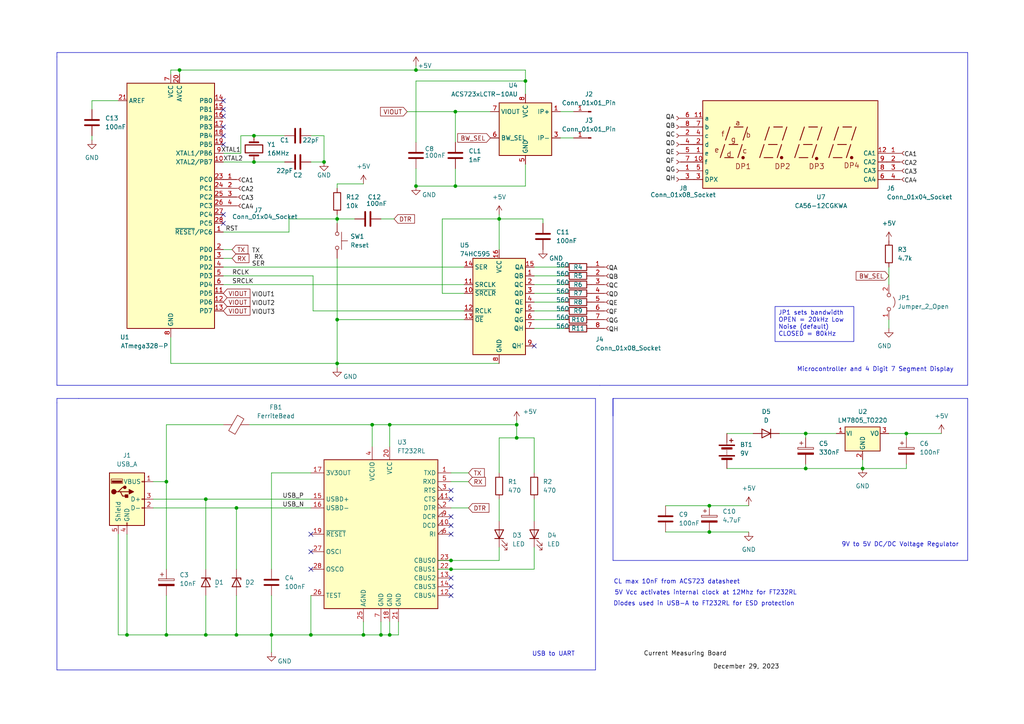
<source format=kicad_sch>
(kicad_sch (version 20230121) (generator eeschema)

  (uuid 307cd224-1cc4-4460-b538-40cc6c731b1a)

  (paper "A4")

  (lib_symbols
    (symbol "74xx:74HC595" (in_bom yes) (on_board yes)
      (property "Reference" "U" (at -7.62 13.97 0)
        (effects (font (size 1.27 1.27)))
      )
      (property "Value" "74HC595" (at -7.62 -16.51 0)
        (effects (font (size 1.27 1.27)))
      )
      (property "Footprint" "" (at 0 0 0)
        (effects (font (size 1.27 1.27)) hide)
      )
      (property "Datasheet" "http://www.ti.com/lit/ds/symlink/sn74hc595.pdf" (at 0 0 0)
        (effects (font (size 1.27 1.27)) hide)
      )
      (property "ki_keywords" "HCMOS SR 3State" (at 0 0 0)
        (effects (font (size 1.27 1.27)) hide)
      )
      (property "ki_description" "8-bit serial in/out Shift Register 3-State Outputs" (at 0 0 0)
        (effects (font (size 1.27 1.27)) hide)
      )
      (property "ki_fp_filters" "DIP*W7.62mm* SOIC*3.9x9.9mm*P1.27mm* TSSOP*4.4x5mm*P0.65mm* SOIC*5.3x10.2mm*P1.27mm* SOIC*7.5x10.3mm*P1.27mm*" (at 0 0 0)
        (effects (font (size 1.27 1.27)) hide)
      )
      (symbol "74HC595_1_0"
        (pin tri_state line (at 10.16 7.62 180) (length 2.54)
          (name "QB" (effects (font (size 1.27 1.27))))
          (number "1" (effects (font (size 1.27 1.27))))
        )
        (pin input line (at -10.16 2.54 0) (length 2.54)
          (name "~{SRCLR}" (effects (font (size 1.27 1.27))))
          (number "10" (effects (font (size 1.27 1.27))))
        )
        (pin input line (at -10.16 5.08 0) (length 2.54)
          (name "SRCLK" (effects (font (size 1.27 1.27))))
          (number "11" (effects (font (size 1.27 1.27))))
        )
        (pin input line (at -10.16 -2.54 0) (length 2.54)
          (name "RCLK" (effects (font (size 1.27 1.27))))
          (number "12" (effects (font (size 1.27 1.27))))
        )
        (pin input line (at -10.16 -5.08 0) (length 2.54)
          (name "~{OE}" (effects (font (size 1.27 1.27))))
          (number "13" (effects (font (size 1.27 1.27))))
        )
        (pin input line (at -10.16 10.16 0) (length 2.54)
          (name "SER" (effects (font (size 1.27 1.27))))
          (number "14" (effects (font (size 1.27 1.27))))
        )
        (pin tri_state line (at 10.16 10.16 180) (length 2.54)
          (name "QA" (effects (font (size 1.27 1.27))))
          (number "15" (effects (font (size 1.27 1.27))))
        )
        (pin power_in line (at 0 15.24 270) (length 2.54)
          (name "VCC" (effects (font (size 1.27 1.27))))
          (number "16" (effects (font (size 1.27 1.27))))
        )
        (pin tri_state line (at 10.16 5.08 180) (length 2.54)
          (name "QC" (effects (font (size 1.27 1.27))))
          (number "2" (effects (font (size 1.27 1.27))))
        )
        (pin tri_state line (at 10.16 2.54 180) (length 2.54)
          (name "QD" (effects (font (size 1.27 1.27))))
          (number "3" (effects (font (size 1.27 1.27))))
        )
        (pin tri_state line (at 10.16 0 180) (length 2.54)
          (name "QE" (effects (font (size 1.27 1.27))))
          (number "4" (effects (font (size 1.27 1.27))))
        )
        (pin tri_state line (at 10.16 -2.54 180) (length 2.54)
          (name "QF" (effects (font (size 1.27 1.27))))
          (number "5" (effects (font (size 1.27 1.27))))
        )
        (pin tri_state line (at 10.16 -5.08 180) (length 2.54)
          (name "QG" (effects (font (size 1.27 1.27))))
          (number "6" (effects (font (size 1.27 1.27))))
        )
        (pin tri_state line (at 10.16 -7.62 180) (length 2.54)
          (name "QH" (effects (font (size 1.27 1.27))))
          (number "7" (effects (font (size 1.27 1.27))))
        )
        (pin power_in line (at 0 -17.78 90) (length 2.54)
          (name "GND" (effects (font (size 1.27 1.27))))
          (number "8" (effects (font (size 1.27 1.27))))
        )
        (pin output line (at 10.16 -12.7 180) (length 2.54)
          (name "QH'" (effects (font (size 1.27 1.27))))
          (number "9" (effects (font (size 1.27 1.27))))
        )
      )
      (symbol "74HC595_1_1"
        (rectangle (start -7.62 12.7) (end 7.62 -15.24)
          (stroke (width 0.254) (type default))
          (fill (type background))
        )
      )
    )
    (symbol "Conn_01x08_Socket_1" (pin_names (offset 1.016) hide) (in_bom yes) (on_board yes)
      (property "Reference" "J5" (at -3.81 -13.335 0)
        (effects (font (size 1.27 1.27)))
      )
      (property "Value" "Conn_01x08_Socket" (at -5.08 -15.875 0)
        (effects (font (size 1.27 1.27)))
      )
      (property "Footprint" "Connector_PinHeader_1.00mm:PinHeader_1x08_P1.00mm_Vertical" (at 0 0 0)
        (effects (font (size 1.27 1.27)) hide)
      )
      (property "Datasheet" "~" (at 0 0 0)
        (effects (font (size 1.27 1.27)) hide)
      )
      (property "ki_locked" "" (at 0 0 0)
        (effects (font (size 1.27 1.27)))
      )
      (property "ki_keywords" "connector" (at 0 0 0)
        (effects (font (size 1.27 1.27)) hide)
      )
      (property "ki_description" "Generic connector, single row, 01x08, script generated" (at 0 0 0)
        (effects (font (size 1.27 1.27)) hide)
      )
      (property "ki_fp_filters" "Connector*:*_1x??_*" (at 0 0 0)
        (effects (font (size 1.27 1.27)) hide)
      )
      (symbol "Conn_01x08_Socket_1_1_1"
        (arc (start 0 -9.652) (mid -0.5058 -10.16) (end 0 -10.668)
          (stroke (width 0.1524) (type default))
          (fill (type none))
        )
        (arc (start 0 -7.112) (mid -0.5058 -7.62) (end 0 -8.128)
          (stroke (width 0.1524) (type default))
          (fill (type none))
        )
        (arc (start 0 -4.572) (mid -0.5058 -5.08) (end 0 -5.588)
          (stroke (width 0.1524) (type default))
          (fill (type none))
        )
        (arc (start 0 -2.032) (mid -0.5058 -2.54) (end 0 -3.048)
          (stroke (width 0.1524) (type default))
          (fill (type none))
        )
        (polyline
          (pts
            (xy -1.27 -10.16)
            (xy -0.508 -10.16)
          )
          (stroke (width 0.1524) (type default))
          (fill (type none))
        )
        (polyline
          (pts
            (xy -1.27 -7.62)
            (xy -0.508 -7.62)
          )
          (stroke (width 0.1524) (type default))
          (fill (type none))
        )
        (polyline
          (pts
            (xy -1.27 -5.08)
            (xy -0.508 -5.08)
          )
          (stroke (width 0.1524) (type default))
          (fill (type none))
        )
        (polyline
          (pts
            (xy -1.27 -2.54)
            (xy -0.508 -2.54)
          )
          (stroke (width 0.1524) (type default))
          (fill (type none))
        )
        (polyline
          (pts
            (xy -1.27 0)
            (xy -0.508 0)
          )
          (stroke (width 0.1524) (type default))
          (fill (type none))
        )
        (polyline
          (pts
            (xy -1.27 2.54)
            (xy -0.508 2.54)
          )
          (stroke (width 0.1524) (type default))
          (fill (type none))
        )
        (polyline
          (pts
            (xy -1.27 5.08)
            (xy -0.508 5.08)
          )
          (stroke (width 0.1524) (type default))
          (fill (type none))
        )
        (polyline
          (pts
            (xy -1.27 7.62)
            (xy -0.508 7.62)
          )
          (stroke (width 0.1524) (type default))
          (fill (type none))
        )
        (arc (start 0 0.508) (mid -0.5058 0) (end 0 -0.508)
          (stroke (width 0.1524) (type default))
          (fill (type none))
        )
        (arc (start 0 3.048) (mid -0.5058 2.54) (end 0 2.032)
          (stroke (width 0.1524) (type default))
          (fill (type none))
        )
        (arc (start 0 5.588) (mid -0.5058 5.08) (end 0 4.572)
          (stroke (width 0.1524) (type default))
          (fill (type none))
        )
        (arc (start 0 8.128) (mid -0.5058 7.62) (end 0 7.112)
          (stroke (width 0.1524) (type default))
          (fill (type none))
        )
        (pin passive line (at -5.08 -7.62 0) (length 3.81)
          (name "Pin_1" (effects (font (size 1.27 1.27))))
          (number "1" (effects (font (size 1.27 1.27))))
        )
        (pin passive line (at -5.08 2.54 0) (length 3.81)
          (name "Pin_4" (effects (font (size 1.27 1.27))))
          (number "2" (effects (font (size 1.27 1.27))))
        )
        (pin passive line (at -5.08 -10.16 0) (length 3.81)
          (name "Pin_3" (effects (font (size 1.27 1.27))))
          (number "3" (effects (font (size 1.27 1.27))))
        )
        (pin passive line (at -5.08 0 0) (length 3.81)
          (name "Pin_4" (effects (font (size 1.27 1.27))))
          (number "4" (effects (font (size 1.27 1.27))))
        )
        (pin passive line (at -5.08 -2.54 0) (length 3.81)
          (name "Pin_5" (effects (font (size 1.27 1.27))))
          (number "5" (effects (font (size 1.27 1.27))))
        )
        (pin passive line (at -5.08 7.62 0) (length 3.81)
          (name "Pin_6" (effects (font (size 1.27 1.27))))
          (number "6" (effects (font (size 1.27 1.27))))
        )
        (pin passive line (at -5.08 -5.08 0) (length 3.81)
          (name "Pin_7" (effects (font (size 1.27 1.27))))
          (number "7" (effects (font (size 1.27 1.27))))
        )
        (pin passive line (at -5.08 5.08 0) (length 3.81)
          (name "Pin_8" (effects (font (size 1.27 1.27))))
          (number "8" (effects (font (size 1.27 1.27))))
        )
      )
    )
    (symbol "Connector:Conn_01x01_Pin" (pin_names (offset 1.016) hide) (in_bom yes) (on_board yes)
      (property "Reference" "J" (at 0 2.54 0)
        (effects (font (size 1.27 1.27)))
      )
      (property "Value" "Conn_01x01_Pin" (at 0 -2.54 0)
        (effects (font (size 1.27 1.27)))
      )
      (property "Footprint" "" (at 0 0 0)
        (effects (font (size 1.27 1.27)) hide)
      )
      (property "Datasheet" "~" (at 0 0 0)
        (effects (font (size 1.27 1.27)) hide)
      )
      (property "ki_locked" "" (at 0 0 0)
        (effects (font (size 1.27 1.27)))
      )
      (property "ki_keywords" "connector" (at 0 0 0)
        (effects (font (size 1.27 1.27)) hide)
      )
      (property "ki_description" "Generic connector, single row, 01x01, script generated" (at 0 0 0)
        (effects (font (size 1.27 1.27)) hide)
      )
      (property "ki_fp_filters" "Connector*:*_1x??_*" (at 0 0 0)
        (effects (font (size 1.27 1.27)) hide)
      )
      (symbol "Conn_01x01_Pin_1_1"
        (polyline
          (pts
            (xy 1.27 0)
            (xy 0.8636 0)
          )
          (stroke (width 0.1524) (type default))
          (fill (type none))
        )
        (rectangle (start 0.8636 0.127) (end 0 -0.127)
          (stroke (width 0.1524) (type default))
          (fill (type outline))
        )
        (pin passive line (at 5.08 0 180) (length 3.81)
          (name "Pin_1" (effects (font (size 1.27 1.27))))
          (number "1" (effects (font (size 1.27 1.27))))
        )
      )
    )
    (symbol "Connector:Conn_01x04_Socket" (pin_names (offset 1.016) hide) (in_bom yes) (on_board yes)
      (property "Reference" "J" (at 0 5.08 0)
        (effects (font (size 1.27 1.27)))
      )
      (property "Value" "Conn_01x04_Socket" (at 0 -7.62 0)
        (effects (font (size 1.27 1.27)))
      )
      (property "Footprint" "" (at 0 0 0)
        (effects (font (size 1.27 1.27)) hide)
      )
      (property "Datasheet" "~" (at 0 0 0)
        (effects (font (size 1.27 1.27)) hide)
      )
      (property "ki_locked" "" (at 0 0 0)
        (effects (font (size 1.27 1.27)))
      )
      (property "ki_keywords" "connector" (at 0 0 0)
        (effects (font (size 1.27 1.27)) hide)
      )
      (property "ki_description" "Generic connector, single row, 01x04, script generated" (at 0 0 0)
        (effects (font (size 1.27 1.27)) hide)
      )
      (property "ki_fp_filters" "Connector*:*_1x??_*" (at 0 0 0)
        (effects (font (size 1.27 1.27)) hide)
      )
      (symbol "Conn_01x04_Socket_1_1"
        (arc (start 0 -4.572) (mid -0.5058 -5.08) (end 0 -5.588)
          (stroke (width 0.1524) (type default))
          (fill (type none))
        )
        (arc (start 0 -2.032) (mid -0.5058 -2.54) (end 0 -3.048)
          (stroke (width 0.1524) (type default))
          (fill (type none))
        )
        (polyline
          (pts
            (xy -1.27 -5.08)
            (xy -0.508 -5.08)
          )
          (stroke (width 0.1524) (type default))
          (fill (type none))
        )
        (polyline
          (pts
            (xy -1.27 -2.54)
            (xy -0.508 -2.54)
          )
          (stroke (width 0.1524) (type default))
          (fill (type none))
        )
        (polyline
          (pts
            (xy -1.27 0)
            (xy -0.508 0)
          )
          (stroke (width 0.1524) (type default))
          (fill (type none))
        )
        (polyline
          (pts
            (xy -1.27 2.54)
            (xy -0.508 2.54)
          )
          (stroke (width 0.1524) (type default))
          (fill (type none))
        )
        (arc (start 0 0.508) (mid -0.5058 0) (end 0 -0.508)
          (stroke (width 0.1524) (type default))
          (fill (type none))
        )
        (arc (start 0 3.048) (mid -0.5058 2.54) (end 0 2.032)
          (stroke (width 0.1524) (type default))
          (fill (type none))
        )
        (pin passive line (at -5.08 2.54 0) (length 3.81)
          (name "Pin_1" (effects (font (size 1.27 1.27))))
          (number "1" (effects (font (size 1.27 1.27))))
        )
        (pin passive line (at -5.08 0 0) (length 3.81)
          (name "Pin_2" (effects (font (size 1.27 1.27))))
          (number "2" (effects (font (size 1.27 1.27))))
        )
        (pin passive line (at -5.08 -2.54 0) (length 3.81)
          (name "Pin_3" (effects (font (size 1.27 1.27))))
          (number "3" (effects (font (size 1.27 1.27))))
        )
        (pin passive line (at -5.08 -5.08 0) (length 3.81)
          (name "Pin_4" (effects (font (size 1.27 1.27))))
          (number "4" (effects (font (size 1.27 1.27))))
        )
      )
    )
    (symbol "Connector:Conn_01x08_Socket" (pin_names (offset 1.016) hide) (in_bom yes) (on_board yes)
      (property "Reference" "J" (at 0 10.16 0)
        (effects (font (size 1.27 1.27)))
      )
      (property "Value" "Conn_01x08_Socket" (at 0 -12.7 0)
        (effects (font (size 1.27 1.27)))
      )
      (property "Footprint" "" (at 0 0 0)
        (effects (font (size 1.27 1.27)) hide)
      )
      (property "Datasheet" "~" (at 0 0 0)
        (effects (font (size 1.27 1.27)) hide)
      )
      (property "ki_locked" "" (at 0 0 0)
        (effects (font (size 1.27 1.27)))
      )
      (property "ki_keywords" "connector" (at 0 0 0)
        (effects (font (size 1.27 1.27)) hide)
      )
      (property "ki_description" "Generic connector, single row, 01x08, script generated" (at 0 0 0)
        (effects (font (size 1.27 1.27)) hide)
      )
      (property "ki_fp_filters" "Connector*:*_1x??_*" (at 0 0 0)
        (effects (font (size 1.27 1.27)) hide)
      )
      (symbol "Conn_01x08_Socket_1_1"
        (arc (start 0 -9.652) (mid -0.5058 -10.16) (end 0 -10.668)
          (stroke (width 0.1524) (type default))
          (fill (type none))
        )
        (arc (start 0 -7.112) (mid -0.5058 -7.62) (end 0 -8.128)
          (stroke (width 0.1524) (type default))
          (fill (type none))
        )
        (arc (start 0 -4.572) (mid -0.5058 -5.08) (end 0 -5.588)
          (stroke (width 0.1524) (type default))
          (fill (type none))
        )
        (arc (start 0 -2.032) (mid -0.5058 -2.54) (end 0 -3.048)
          (stroke (width 0.1524) (type default))
          (fill (type none))
        )
        (polyline
          (pts
            (xy -1.27 -10.16)
            (xy -0.508 -10.16)
          )
          (stroke (width 0.1524) (type default))
          (fill (type none))
        )
        (polyline
          (pts
            (xy -1.27 -7.62)
            (xy -0.508 -7.62)
          )
          (stroke (width 0.1524) (type default))
          (fill (type none))
        )
        (polyline
          (pts
            (xy -1.27 -5.08)
            (xy -0.508 -5.08)
          )
          (stroke (width 0.1524) (type default))
          (fill (type none))
        )
        (polyline
          (pts
            (xy -1.27 -2.54)
            (xy -0.508 -2.54)
          )
          (stroke (width 0.1524) (type default))
          (fill (type none))
        )
        (polyline
          (pts
            (xy -1.27 0)
            (xy -0.508 0)
          )
          (stroke (width 0.1524) (type default))
          (fill (type none))
        )
        (polyline
          (pts
            (xy -1.27 2.54)
            (xy -0.508 2.54)
          )
          (stroke (width 0.1524) (type default))
          (fill (type none))
        )
        (polyline
          (pts
            (xy -1.27 5.08)
            (xy -0.508 5.08)
          )
          (stroke (width 0.1524) (type default))
          (fill (type none))
        )
        (polyline
          (pts
            (xy -1.27 7.62)
            (xy -0.508 7.62)
          )
          (stroke (width 0.1524) (type default))
          (fill (type none))
        )
        (arc (start 0 0.508) (mid -0.5058 0) (end 0 -0.508)
          (stroke (width 0.1524) (type default))
          (fill (type none))
        )
        (arc (start 0 3.048) (mid -0.5058 2.54) (end 0 2.032)
          (stroke (width 0.1524) (type default))
          (fill (type none))
        )
        (arc (start 0 5.588) (mid -0.5058 5.08) (end 0 4.572)
          (stroke (width 0.1524) (type default))
          (fill (type none))
        )
        (arc (start 0 8.128) (mid -0.5058 7.62) (end 0 7.112)
          (stroke (width 0.1524) (type default))
          (fill (type none))
        )
        (pin passive line (at -5.08 7.62 0) (length 3.81)
          (name "Pin_1" (effects (font (size 1.27 1.27))))
          (number "1" (effects (font (size 1.27 1.27))))
        )
        (pin passive line (at -5.08 5.08 0) (length 3.81)
          (name "Pin_2" (effects (font (size 1.27 1.27))))
          (number "2" (effects (font (size 1.27 1.27))))
        )
        (pin passive line (at -5.08 2.54 0) (length 3.81)
          (name "Pin_3" (effects (font (size 1.27 1.27))))
          (number "3" (effects (font (size 1.27 1.27))))
        )
        (pin passive line (at -5.08 0 0) (length 3.81)
          (name "Pin_4" (effects (font (size 1.27 1.27))))
          (number "4" (effects (font (size 1.27 1.27))))
        )
        (pin passive line (at -5.08 -2.54 0) (length 3.81)
          (name "Pin_5" (effects (font (size 1.27 1.27))))
          (number "5" (effects (font (size 1.27 1.27))))
        )
        (pin passive line (at -5.08 -5.08 0) (length 3.81)
          (name "Pin_6" (effects (font (size 1.27 1.27))))
          (number "6" (effects (font (size 1.27 1.27))))
        )
        (pin passive line (at -5.08 -7.62 0) (length 3.81)
          (name "Pin_7" (effects (font (size 1.27 1.27))))
          (number "7" (effects (font (size 1.27 1.27))))
        )
        (pin passive line (at -5.08 -10.16 0) (length 3.81)
          (name "Pin_8" (effects (font (size 1.27 1.27))))
          (number "8" (effects (font (size 1.27 1.27))))
        )
      )
    )
    (symbol "Connector:USB_A" (pin_names (offset 1.016)) (in_bom yes) (on_board yes)
      (property "Reference" "J" (at -5.08 11.43 0)
        (effects (font (size 1.27 1.27)) (justify left))
      )
      (property "Value" "USB_A" (at -5.08 8.89 0)
        (effects (font (size 1.27 1.27)) (justify left))
      )
      (property "Footprint" "" (at 3.81 -1.27 0)
        (effects (font (size 1.27 1.27)) hide)
      )
      (property "Datasheet" " ~" (at 3.81 -1.27 0)
        (effects (font (size 1.27 1.27)) hide)
      )
      (property "ki_keywords" "connector USB" (at 0 0 0)
        (effects (font (size 1.27 1.27)) hide)
      )
      (property "ki_description" "USB Type A connector" (at 0 0 0)
        (effects (font (size 1.27 1.27)) hide)
      )
      (property "ki_fp_filters" "USB*" (at 0 0 0)
        (effects (font (size 1.27 1.27)) hide)
      )
      (symbol "USB_A_0_1"
        (rectangle (start -5.08 -7.62) (end 5.08 7.62)
          (stroke (width 0.254) (type default))
          (fill (type background))
        )
        (circle (center -3.81 2.159) (radius 0.635)
          (stroke (width 0.254) (type default))
          (fill (type outline))
        )
        (rectangle (start -1.524 4.826) (end -4.318 5.334)
          (stroke (width 0) (type default))
          (fill (type outline))
        )
        (rectangle (start -1.27 4.572) (end -4.572 5.842)
          (stroke (width 0) (type default))
          (fill (type none))
        )
        (circle (center -0.635 3.429) (radius 0.381)
          (stroke (width 0.254) (type default))
          (fill (type outline))
        )
        (rectangle (start -0.127 -7.62) (end 0.127 -6.858)
          (stroke (width 0) (type default))
          (fill (type none))
        )
        (polyline
          (pts
            (xy -3.175 2.159)
            (xy -2.54 2.159)
            (xy -1.27 3.429)
            (xy -0.635 3.429)
          )
          (stroke (width 0.254) (type default))
          (fill (type none))
        )
        (polyline
          (pts
            (xy -2.54 2.159)
            (xy -1.905 2.159)
            (xy -1.27 0.889)
            (xy 0 0.889)
          )
          (stroke (width 0.254) (type default))
          (fill (type none))
        )
        (polyline
          (pts
            (xy 0.635 2.794)
            (xy 0.635 1.524)
            (xy 1.905 2.159)
            (xy 0.635 2.794)
          )
          (stroke (width 0.254) (type default))
          (fill (type outline))
        )
        (rectangle (start 0.254 1.27) (end -0.508 0.508)
          (stroke (width 0.254) (type default))
          (fill (type outline))
        )
        (rectangle (start 5.08 -2.667) (end 4.318 -2.413)
          (stroke (width 0) (type default))
          (fill (type none))
        )
        (rectangle (start 5.08 -0.127) (end 4.318 0.127)
          (stroke (width 0) (type default))
          (fill (type none))
        )
        (rectangle (start 5.08 4.953) (end 4.318 5.207)
          (stroke (width 0) (type default))
          (fill (type none))
        )
      )
      (symbol "USB_A_1_1"
        (polyline
          (pts
            (xy -1.905 2.159)
            (xy 0.635 2.159)
          )
          (stroke (width 0.254) (type default))
          (fill (type none))
        )
        (pin power_in line (at 7.62 5.08 180) (length 2.54)
          (name "VBUS" (effects (font (size 1.27 1.27))))
          (number "1" (effects (font (size 1.27 1.27))))
        )
        (pin bidirectional line (at 7.62 -2.54 180) (length 2.54)
          (name "D-" (effects (font (size 1.27 1.27))))
          (number "2" (effects (font (size 1.27 1.27))))
        )
        (pin bidirectional line (at 7.62 0 180) (length 2.54)
          (name "D+" (effects (font (size 1.27 1.27))))
          (number "3" (effects (font (size 1.27 1.27))))
        )
        (pin power_in line (at 0 -10.16 90) (length 2.54)
          (name "GND" (effects (font (size 1.27 1.27))))
          (number "4" (effects (font (size 1.27 1.27))))
        )
        (pin passive line (at -2.54 -10.16 90) (length 2.54)
          (name "Shield" (effects (font (size 1.27 1.27))))
          (number "5" (effects (font (size 1.27 1.27))))
        )
      )
    )
    (symbol "Device:Battery" (pin_numbers hide) (pin_names (offset 0) hide) (in_bom yes) (on_board yes)
      (property "Reference" "BT" (at 2.54 2.54 0)
        (effects (font (size 1.27 1.27)) (justify left))
      )
      (property "Value" "Battery" (at 2.54 0 0)
        (effects (font (size 1.27 1.27)) (justify left))
      )
      (property "Footprint" "" (at 0 1.524 90)
        (effects (font (size 1.27 1.27)) hide)
      )
      (property "Datasheet" "~" (at 0 1.524 90)
        (effects (font (size 1.27 1.27)) hide)
      )
      (property "ki_keywords" "batt voltage-source cell" (at 0 0 0)
        (effects (font (size 1.27 1.27)) hide)
      )
      (property "ki_description" "Multiple-cell battery" (at 0 0 0)
        (effects (font (size 1.27 1.27)) hide)
      )
      (symbol "Battery_0_1"
        (rectangle (start -2.286 -1.27) (end 2.286 -1.524)
          (stroke (width 0) (type default))
          (fill (type outline))
        )
        (rectangle (start -2.286 1.778) (end 2.286 1.524)
          (stroke (width 0) (type default))
          (fill (type outline))
        )
        (rectangle (start -1.524 -2.032) (end 1.524 -2.54)
          (stroke (width 0) (type default))
          (fill (type outline))
        )
        (rectangle (start -1.524 1.016) (end 1.524 0.508)
          (stroke (width 0) (type default))
          (fill (type outline))
        )
        (polyline
          (pts
            (xy 0 -1.016)
            (xy 0 -0.762)
          )
          (stroke (width 0) (type default))
          (fill (type none))
        )
        (polyline
          (pts
            (xy 0 -0.508)
            (xy 0 -0.254)
          )
          (stroke (width 0) (type default))
          (fill (type none))
        )
        (polyline
          (pts
            (xy 0 0)
            (xy 0 0.254)
          )
          (stroke (width 0) (type default))
          (fill (type none))
        )
        (polyline
          (pts
            (xy 0 1.778)
            (xy 0 2.54)
          )
          (stroke (width 0) (type default))
          (fill (type none))
        )
        (polyline
          (pts
            (xy 0.762 3.048)
            (xy 1.778 3.048)
          )
          (stroke (width 0.254) (type default))
          (fill (type none))
        )
        (polyline
          (pts
            (xy 1.27 3.556)
            (xy 1.27 2.54)
          )
          (stroke (width 0.254) (type default))
          (fill (type none))
        )
      )
      (symbol "Battery_1_1"
        (pin passive line (at 0 5.08 270) (length 2.54)
          (name "+" (effects (font (size 1.27 1.27))))
          (number "1" (effects (font (size 1.27 1.27))))
        )
        (pin passive line (at 0 -5.08 90) (length 2.54)
          (name "-" (effects (font (size 1.27 1.27))))
          (number "2" (effects (font (size 1.27 1.27))))
        )
      )
    )
    (symbol "Device:C" (pin_numbers hide) (pin_names (offset 0.254)) (in_bom yes) (on_board yes)
      (property "Reference" "C" (at 0.635 2.54 0)
        (effects (font (size 1.27 1.27)) (justify left))
      )
      (property "Value" "C" (at 0.635 -2.54 0)
        (effects (font (size 1.27 1.27)) (justify left))
      )
      (property "Footprint" "" (at 0.9652 -3.81 0)
        (effects (font (size 1.27 1.27)) hide)
      )
      (property "Datasheet" "~" (at 0 0 0)
        (effects (font (size 1.27 1.27)) hide)
      )
      (property "ki_keywords" "cap capacitor" (at 0 0 0)
        (effects (font (size 1.27 1.27)) hide)
      )
      (property "ki_description" "Unpolarized capacitor" (at 0 0 0)
        (effects (font (size 1.27 1.27)) hide)
      )
      (property "ki_fp_filters" "C_*" (at 0 0 0)
        (effects (font (size 1.27 1.27)) hide)
      )
      (symbol "C_0_1"
        (polyline
          (pts
            (xy -2.032 -0.762)
            (xy 2.032 -0.762)
          )
          (stroke (width 0.508) (type default))
          (fill (type none))
        )
        (polyline
          (pts
            (xy -2.032 0.762)
            (xy 2.032 0.762)
          )
          (stroke (width 0.508) (type default))
          (fill (type none))
        )
      )
      (symbol "C_1_1"
        (pin passive line (at 0 3.81 270) (length 2.794)
          (name "~" (effects (font (size 1.27 1.27))))
          (number "1" (effects (font (size 1.27 1.27))))
        )
        (pin passive line (at 0 -3.81 90) (length 2.794)
          (name "~" (effects (font (size 1.27 1.27))))
          (number "2" (effects (font (size 1.27 1.27))))
        )
      )
    )
    (symbol "Device:C_Polarized" (pin_numbers hide) (pin_names (offset 0.254)) (in_bom yes) (on_board yes)
      (property "Reference" "C" (at 0.635 2.54 0)
        (effects (font (size 1.27 1.27)) (justify left))
      )
      (property "Value" "C_Polarized" (at 0.635 -2.54 0)
        (effects (font (size 1.27 1.27)) (justify left))
      )
      (property "Footprint" "" (at 0.9652 -3.81 0)
        (effects (font (size 1.27 1.27)) hide)
      )
      (property "Datasheet" "~" (at 0 0 0)
        (effects (font (size 1.27 1.27)) hide)
      )
      (property "ki_keywords" "cap capacitor" (at 0 0 0)
        (effects (font (size 1.27 1.27)) hide)
      )
      (property "ki_description" "Polarized capacitor" (at 0 0 0)
        (effects (font (size 1.27 1.27)) hide)
      )
      (property "ki_fp_filters" "CP_*" (at 0 0 0)
        (effects (font (size 1.27 1.27)) hide)
      )
      (symbol "C_Polarized_0_1"
        (rectangle (start -2.286 0.508) (end 2.286 1.016)
          (stroke (width 0) (type default))
          (fill (type none))
        )
        (polyline
          (pts
            (xy -1.778 2.286)
            (xy -0.762 2.286)
          )
          (stroke (width 0) (type default))
          (fill (type none))
        )
        (polyline
          (pts
            (xy -1.27 2.794)
            (xy -1.27 1.778)
          )
          (stroke (width 0) (type default))
          (fill (type none))
        )
        (rectangle (start 2.286 -0.508) (end -2.286 -1.016)
          (stroke (width 0) (type default))
          (fill (type outline))
        )
      )
      (symbol "C_Polarized_1_1"
        (pin passive line (at 0 3.81 270) (length 2.794)
          (name "~" (effects (font (size 1.27 1.27))))
          (number "1" (effects (font (size 1.27 1.27))))
        )
        (pin passive line (at 0 -3.81 90) (length 2.794)
          (name "~" (effects (font (size 1.27 1.27))))
          (number "2" (effects (font (size 1.27 1.27))))
        )
      )
    )
    (symbol "Device:Crystal" (pin_numbers hide) (pin_names (offset 1.016) hide) (in_bom yes) (on_board yes)
      (property "Reference" "Y" (at 0 3.81 0)
        (effects (font (size 1.27 1.27)))
      )
      (property "Value" "Crystal" (at 0 -3.81 0)
        (effects (font (size 1.27 1.27)))
      )
      (property "Footprint" "" (at 0 0 0)
        (effects (font (size 1.27 1.27)) hide)
      )
      (property "Datasheet" "~" (at 0 0 0)
        (effects (font (size 1.27 1.27)) hide)
      )
      (property "ki_keywords" "quartz ceramic resonator oscillator" (at 0 0 0)
        (effects (font (size 1.27 1.27)) hide)
      )
      (property "ki_description" "Two pin crystal" (at 0 0 0)
        (effects (font (size 1.27 1.27)) hide)
      )
      (property "ki_fp_filters" "Crystal*" (at 0 0 0)
        (effects (font (size 1.27 1.27)) hide)
      )
      (symbol "Crystal_0_1"
        (rectangle (start -1.143 2.54) (end 1.143 -2.54)
          (stroke (width 0.3048) (type default))
          (fill (type none))
        )
        (polyline
          (pts
            (xy -2.54 0)
            (xy -1.905 0)
          )
          (stroke (width 0) (type default))
          (fill (type none))
        )
        (polyline
          (pts
            (xy -1.905 -1.27)
            (xy -1.905 1.27)
          )
          (stroke (width 0.508) (type default))
          (fill (type none))
        )
        (polyline
          (pts
            (xy 1.905 -1.27)
            (xy 1.905 1.27)
          )
          (stroke (width 0.508) (type default))
          (fill (type none))
        )
        (polyline
          (pts
            (xy 2.54 0)
            (xy 1.905 0)
          )
          (stroke (width 0) (type default))
          (fill (type none))
        )
      )
      (symbol "Crystal_1_1"
        (pin passive line (at -3.81 0 0) (length 1.27)
          (name "1" (effects (font (size 1.27 1.27))))
          (number "1" (effects (font (size 1.27 1.27))))
        )
        (pin passive line (at 3.81 0 180) (length 1.27)
          (name "2" (effects (font (size 1.27 1.27))))
          (number "2" (effects (font (size 1.27 1.27))))
        )
      )
    )
    (symbol "Device:D" (pin_numbers hide) (pin_names (offset 1.016) hide) (in_bom yes) (on_board yes)
      (property "Reference" "D" (at 0 2.54 0)
        (effects (font (size 1.27 1.27)))
      )
      (property "Value" "D" (at 0 -2.54 0)
        (effects (font (size 1.27 1.27)))
      )
      (property "Footprint" "" (at 0 0 0)
        (effects (font (size 1.27 1.27)) hide)
      )
      (property "Datasheet" "~" (at 0 0 0)
        (effects (font (size 1.27 1.27)) hide)
      )
      (property "Sim.Device" "D" (at 0 0 0)
        (effects (font (size 1.27 1.27)) hide)
      )
      (property "Sim.Pins" "1=K 2=A" (at 0 0 0)
        (effects (font (size 1.27 1.27)) hide)
      )
      (property "ki_keywords" "diode" (at 0 0 0)
        (effects (font (size 1.27 1.27)) hide)
      )
      (property "ki_description" "Diode" (at 0 0 0)
        (effects (font (size 1.27 1.27)) hide)
      )
      (property "ki_fp_filters" "TO-???* *_Diode_* *SingleDiode* D_*" (at 0 0 0)
        (effects (font (size 1.27 1.27)) hide)
      )
      (symbol "D_0_1"
        (polyline
          (pts
            (xy -1.27 1.27)
            (xy -1.27 -1.27)
          )
          (stroke (width 0.254) (type default))
          (fill (type none))
        )
        (polyline
          (pts
            (xy 1.27 0)
            (xy -1.27 0)
          )
          (stroke (width 0) (type default))
          (fill (type none))
        )
        (polyline
          (pts
            (xy 1.27 1.27)
            (xy 1.27 -1.27)
            (xy -1.27 0)
            (xy 1.27 1.27)
          )
          (stroke (width 0.254) (type default))
          (fill (type none))
        )
      )
      (symbol "D_1_1"
        (pin passive line (at -3.81 0 0) (length 2.54)
          (name "K" (effects (font (size 1.27 1.27))))
          (number "1" (effects (font (size 1.27 1.27))))
        )
        (pin passive line (at 3.81 0 180) (length 2.54)
          (name "A" (effects (font (size 1.27 1.27))))
          (number "2" (effects (font (size 1.27 1.27))))
        )
      )
    )
    (symbol "Device:D_Zener" (pin_numbers hide) (pin_names (offset 1.016) hide) (in_bom yes) (on_board yes)
      (property "Reference" "D" (at 0 2.54 0)
        (effects (font (size 1.27 1.27)))
      )
      (property "Value" "D_Zener" (at 0 -2.54 0)
        (effects (font (size 1.27 1.27)))
      )
      (property "Footprint" "" (at 0 0 0)
        (effects (font (size 1.27 1.27)) hide)
      )
      (property "Datasheet" "~" (at 0 0 0)
        (effects (font (size 1.27 1.27)) hide)
      )
      (property "ki_keywords" "diode" (at 0 0 0)
        (effects (font (size 1.27 1.27)) hide)
      )
      (property "ki_description" "Zener diode" (at 0 0 0)
        (effects (font (size 1.27 1.27)) hide)
      )
      (property "ki_fp_filters" "TO-???* *_Diode_* *SingleDiode* D_*" (at 0 0 0)
        (effects (font (size 1.27 1.27)) hide)
      )
      (symbol "D_Zener_0_1"
        (polyline
          (pts
            (xy 1.27 0)
            (xy -1.27 0)
          )
          (stroke (width 0) (type default))
          (fill (type none))
        )
        (polyline
          (pts
            (xy -1.27 -1.27)
            (xy -1.27 1.27)
            (xy -0.762 1.27)
          )
          (stroke (width 0.254) (type default))
          (fill (type none))
        )
        (polyline
          (pts
            (xy 1.27 -1.27)
            (xy 1.27 1.27)
            (xy -1.27 0)
            (xy 1.27 -1.27)
          )
          (stroke (width 0.254) (type default))
          (fill (type none))
        )
      )
      (symbol "D_Zener_1_1"
        (pin passive line (at -3.81 0 0) (length 2.54)
          (name "K" (effects (font (size 1.27 1.27))))
          (number "1" (effects (font (size 1.27 1.27))))
        )
        (pin passive line (at 3.81 0 180) (length 2.54)
          (name "A" (effects (font (size 1.27 1.27))))
          (number "2" (effects (font (size 1.27 1.27))))
        )
      )
    )
    (symbol "Device:FerriteBead" (pin_numbers hide) (pin_names (offset 0)) (in_bom yes) (on_board yes)
      (property "Reference" "FB" (at -3.81 0.635 90)
        (effects (font (size 1.27 1.27)))
      )
      (property "Value" "FerriteBead" (at 3.81 0 90)
        (effects (font (size 1.27 1.27)))
      )
      (property "Footprint" "" (at -1.778 0 90)
        (effects (font (size 1.27 1.27)) hide)
      )
      (property "Datasheet" "~" (at 0 0 0)
        (effects (font (size 1.27 1.27)) hide)
      )
      (property "ki_keywords" "L ferrite bead inductor filter" (at 0 0 0)
        (effects (font (size 1.27 1.27)) hide)
      )
      (property "ki_description" "Ferrite bead" (at 0 0 0)
        (effects (font (size 1.27 1.27)) hide)
      )
      (property "ki_fp_filters" "Inductor_* L_* *Ferrite*" (at 0 0 0)
        (effects (font (size 1.27 1.27)) hide)
      )
      (symbol "FerriteBead_0_1"
        (polyline
          (pts
            (xy 0 -1.27)
            (xy 0 -1.2192)
          )
          (stroke (width 0) (type default))
          (fill (type none))
        )
        (polyline
          (pts
            (xy 0 1.27)
            (xy 0 1.2954)
          )
          (stroke (width 0) (type default))
          (fill (type none))
        )
        (polyline
          (pts
            (xy -2.7686 0.4064)
            (xy -1.7018 2.2606)
            (xy 2.7686 -0.3048)
            (xy 1.6764 -2.159)
            (xy -2.7686 0.4064)
          )
          (stroke (width 0) (type default))
          (fill (type none))
        )
      )
      (symbol "FerriteBead_1_1"
        (pin passive line (at 0 3.81 270) (length 2.54)
          (name "~" (effects (font (size 1.27 1.27))))
          (number "1" (effects (font (size 1.27 1.27))))
        )
        (pin passive line (at 0 -3.81 90) (length 2.54)
          (name "~" (effects (font (size 1.27 1.27))))
          (number "2" (effects (font (size 1.27 1.27))))
        )
      )
    )
    (symbol "Device:LED" (pin_numbers hide) (pin_names (offset 1.016) hide) (in_bom yes) (on_board yes)
      (property "Reference" "D" (at 0 2.54 0)
        (effects (font (size 1.27 1.27)))
      )
      (property "Value" "LED" (at 0 -2.54 0)
        (effects (font (size 1.27 1.27)))
      )
      (property "Footprint" "" (at 0 0 0)
        (effects (font (size 1.27 1.27)) hide)
      )
      (property "Datasheet" "~" (at 0 0 0)
        (effects (font (size 1.27 1.27)) hide)
      )
      (property "ki_keywords" "LED diode" (at 0 0 0)
        (effects (font (size 1.27 1.27)) hide)
      )
      (property "ki_description" "Light emitting diode" (at 0 0 0)
        (effects (font (size 1.27 1.27)) hide)
      )
      (property "ki_fp_filters" "LED* LED_SMD:* LED_THT:*" (at 0 0 0)
        (effects (font (size 1.27 1.27)) hide)
      )
      (symbol "LED_0_1"
        (polyline
          (pts
            (xy -1.27 -1.27)
            (xy -1.27 1.27)
          )
          (stroke (width 0.254) (type default))
          (fill (type none))
        )
        (polyline
          (pts
            (xy -1.27 0)
            (xy 1.27 0)
          )
          (stroke (width 0) (type default))
          (fill (type none))
        )
        (polyline
          (pts
            (xy 1.27 -1.27)
            (xy 1.27 1.27)
            (xy -1.27 0)
            (xy 1.27 -1.27)
          )
          (stroke (width 0.254) (type default))
          (fill (type none))
        )
        (polyline
          (pts
            (xy -3.048 -0.762)
            (xy -4.572 -2.286)
            (xy -3.81 -2.286)
            (xy -4.572 -2.286)
            (xy -4.572 -1.524)
          )
          (stroke (width 0) (type default))
          (fill (type none))
        )
        (polyline
          (pts
            (xy -1.778 -0.762)
            (xy -3.302 -2.286)
            (xy -2.54 -2.286)
            (xy -3.302 -2.286)
            (xy -3.302 -1.524)
          )
          (stroke (width 0) (type default))
          (fill (type none))
        )
      )
      (symbol "LED_1_1"
        (pin passive line (at -3.81 0 0) (length 2.54)
          (name "K" (effects (font (size 1.27 1.27))))
          (number "1" (effects (font (size 1.27 1.27))))
        )
        (pin passive line (at 3.81 0 180) (length 2.54)
          (name "A" (effects (font (size 1.27 1.27))))
          (number "2" (effects (font (size 1.27 1.27))))
        )
      )
    )
    (symbol "Device:R" (pin_numbers hide) (pin_names (offset 0)) (in_bom yes) (on_board yes)
      (property "Reference" "R" (at 2.032 0 90)
        (effects (font (size 1.27 1.27)))
      )
      (property "Value" "R" (at 0 0 90)
        (effects (font (size 1.27 1.27)))
      )
      (property "Footprint" "" (at -1.778 0 90)
        (effects (font (size 1.27 1.27)) hide)
      )
      (property "Datasheet" "~" (at 0 0 0)
        (effects (font (size 1.27 1.27)) hide)
      )
      (property "ki_keywords" "R res resistor" (at 0 0 0)
        (effects (font (size 1.27 1.27)) hide)
      )
      (property "ki_description" "Resistor" (at 0 0 0)
        (effects (font (size 1.27 1.27)) hide)
      )
      (property "ki_fp_filters" "R_*" (at 0 0 0)
        (effects (font (size 1.27 1.27)) hide)
      )
      (symbol "R_0_1"
        (rectangle (start -1.016 -2.54) (end 1.016 2.54)
          (stroke (width 0.254) (type default))
          (fill (type none))
        )
      )
      (symbol "R_1_1"
        (pin passive line (at 0 3.81 270) (length 1.27)
          (name "~" (effects (font (size 1.27 1.27))))
          (number "1" (effects (font (size 1.27 1.27))))
        )
        (pin passive line (at 0 -3.81 90) (length 1.27)
          (name "~" (effects (font (size 1.27 1.27))))
          (number "2" (effects (font (size 1.27 1.27))))
        )
      )
    )
    (symbol "Display_Character:CA56-12CGKWA" (in_bom yes) (on_board yes)
      (property "Reference" "U" (at -24.13 13.97 0)
        (effects (font (size 1.27 1.27)))
      )
      (property "Value" "CA56-12CGKWA" (at 17.78 13.97 0)
        (effects (font (size 1.27 1.27)))
      )
      (property "Footprint" "Display_7Segment:CA56-12CGKWA" (at 0 -15.24 0)
        (effects (font (size 1.27 1.27)) hide)
      )
      (property "Datasheet" "http://www.kingbright.com/attachments/file/psearch/000/00/00/CA56-12CGKWA(Ver.9A).pdf" (at -10.922 0.762 0)
        (effects (font (size 1.27 1.27)) hide)
      )
      (property "ki_keywords" "display LED" (at 0 0 0)
        (effects (font (size 1.27 1.27)) hide)
      )
      (property "ki_description" "4 digit 7 segment Green LED, common anode" (at 0 0 0)
        (effects (font (size 1.27 1.27)) hide)
      )
      (property "ki_fp_filters" "*CA56*12CGKWA*" (at 0 0 0)
        (effects (font (size 1.27 1.27)) hide)
      )
      (symbol "CA56-12CGKWA_0_0"
        (rectangle (start -25.4 12.7) (end 25.4 -12.7)
          (stroke (width 0.254) (type default))
          (fill (type background))
        )
        (polyline
          (pts
            (xy -20.32 -3.81)
            (xy -19.05 0)
          )
          (stroke (width 0.254) (type default))
          (fill (type none))
        )
        (polyline
          (pts
            (xy -19.05 -3.81)
            (xy -16.51 -3.81)
          )
          (stroke (width 0.254) (type default))
          (fill (type none))
        )
        (polyline
          (pts
            (xy -18.796 1.27)
            (xy -17.526 5.08)
          )
          (stroke (width 0.254) (type default))
          (fill (type none))
        )
        (polyline
          (pts
            (xy -17.78 0)
            (xy -15.24 0)
          )
          (stroke (width 0.254) (type default))
          (fill (type none))
        )
        (polyline
          (pts
            (xy -16.256 5.08)
            (xy -13.716 5.08)
          )
          (stroke (width 0.254) (type default))
          (fill (type none))
        )
        (polyline
          (pts
            (xy -15.24 -3.81)
            (xy -13.97 0)
          )
          (stroke (width 0.254) (type default))
          (fill (type none))
        )
        (polyline
          (pts
            (xy -13.716 1.27)
            (xy -12.446 5.08)
          )
          (stroke (width 0.254) (type default))
          (fill (type none))
        )
        (polyline
          (pts
            (xy -8.89 -3.81)
            (xy -7.62 0)
          )
          (stroke (width 0.254) (type default))
          (fill (type none))
        )
        (polyline
          (pts
            (xy -7.62 -3.81)
            (xy -5.08 -3.81)
          )
          (stroke (width 0.254) (type default))
          (fill (type none))
        )
        (polyline
          (pts
            (xy -7.366 1.27)
            (xy -6.096 5.08)
          )
          (stroke (width 0.254) (type default))
          (fill (type none))
        )
        (polyline
          (pts
            (xy -6.35 0)
            (xy -3.81 0)
          )
          (stroke (width 0.254) (type default))
          (fill (type none))
        )
        (polyline
          (pts
            (xy -4.826 5.08)
            (xy -2.286 5.08)
          )
          (stroke (width 0.254) (type default))
          (fill (type none))
        )
        (polyline
          (pts
            (xy -3.81 -3.81)
            (xy -2.54 0)
          )
          (stroke (width 0.254) (type default))
          (fill (type none))
        )
        (polyline
          (pts
            (xy -2.286 1.27)
            (xy -1.016 5.08)
          )
          (stroke (width 0.254) (type default))
          (fill (type none))
        )
        (polyline
          (pts
            (xy 1.27 -3.81)
            (xy 2.54 0)
          )
          (stroke (width 0.254) (type default))
          (fill (type none))
        )
        (polyline
          (pts
            (xy 2.54 -3.81)
            (xy 5.08 -3.81)
          )
          (stroke (width 0.254) (type default))
          (fill (type none))
        )
        (polyline
          (pts
            (xy 2.794 1.27)
            (xy 4.064 5.08)
          )
          (stroke (width 0.254) (type default))
          (fill (type none))
        )
        (polyline
          (pts
            (xy 3.81 0)
            (xy 6.35 0)
          )
          (stroke (width 0.254) (type default))
          (fill (type none))
        )
        (polyline
          (pts
            (xy 5.334 5.08)
            (xy 7.874 5.08)
          )
          (stroke (width 0.254) (type default))
          (fill (type none))
        )
        (polyline
          (pts
            (xy 6.35 -3.81)
            (xy 7.62 0)
          )
          (stroke (width 0.254) (type default))
          (fill (type none))
        )
        (polyline
          (pts
            (xy 7.874 1.27)
            (xy 9.144 5.08)
          )
          (stroke (width 0.254) (type default))
          (fill (type none))
        )
        (polyline
          (pts
            (xy 11.176 -3.81)
            (xy 12.446 0)
          )
          (stroke (width 0.254) (type default))
          (fill (type none))
        )
        (polyline
          (pts
            (xy 12.446 -3.81)
            (xy 14.986 -3.81)
          )
          (stroke (width 0.254) (type default))
          (fill (type none))
        )
        (polyline
          (pts
            (xy 12.7 1.27)
            (xy 13.97 5.08)
          )
          (stroke (width 0.254) (type default))
          (fill (type none))
        )
        (polyline
          (pts
            (xy 13.716 0)
            (xy 16.256 0)
          )
          (stroke (width 0.254) (type default))
          (fill (type none))
        )
        (polyline
          (pts
            (xy 15.24 5.08)
            (xy 17.78 5.08)
          )
          (stroke (width 0.254) (type default))
          (fill (type none))
        )
        (polyline
          (pts
            (xy 16.256 -3.81)
            (xy 17.526 0)
          )
          (stroke (width 0.254) (type default))
          (fill (type none))
        )
        (polyline
          (pts
            (xy 17.78 1.27)
            (xy 19.05 5.08)
          )
          (stroke (width 0.254) (type default))
          (fill (type none))
        )
        (text "a" (at -15.24 6.35 0)
          (effects (font (size 1.524 1.524)))
        )
        (text "b" (at -12.192 2.794 0)
          (effects (font (size 1.524 1.524)))
        )
        (text "c" (at -13.208 -1.778 0)
          (effects (font (size 1.524 1.524)))
        )
        (text "d" (at -17.78 -2.794 0)
          (effects (font (size 1.524 1.524)))
        )
        (text "DP1" (at -13.716 -6.35 0)
          (effects (font (size 1.524 1.524)))
        )
        (text "DP2" (at -2.286 -6.35 0)
          (effects (font (size 1.524 1.524)))
        )
        (text "DP3" (at 7.62 -6.35 0)
          (effects (font (size 1.524 1.524)))
        )
        (text "DP4" (at 17.78 -6.096 0)
          (effects (font (size 1.524 1.524)))
        )
        (text "e" (at -21.336 -1.524 0)
          (effects (font (size 1.524 1.524)))
        )
        (text "f" (at -19.558 3.048 0)
          (effects (font (size 1.524 1.524)))
        )
        (text "g" (at -16.51 1.524 0)
          (effects (font (size 1.524 1.524)))
        )
      )
      (symbol "CA56-12CGKWA_0_1"
        (circle (center -13.716 -3.81) (radius 0.3556)
          (stroke (width 0.254) (type default))
          (fill (type outline))
        )
        (circle (center -2.54 -3.81) (radius 0.3556)
          (stroke (width 0.254) (type default))
          (fill (type outline))
        )
      )
      (symbol "CA56-12CGKWA_1_0"
        (circle (center 7.62 -4.064) (radius 0.3556)
          (stroke (width 0.254) (type default))
          (fill (type outline))
        )
        (circle (center 17.78 -3.81) (radius 0.3556)
          (stroke (width 0.254) (type default))
          (fill (type outline))
        )
      )
      (symbol "CA56-12CGKWA_1_1"
        (pin input line (at -27.94 -2.54 0) (length 2.54)
          (name "e" (effects (font (size 1.27 1.27))))
          (number "1" (effects (font (size 1.27 1.27))))
        )
        (pin input line (at -27.94 -5.08 0) (length 2.54)
          (name "f" (effects (font (size 1.27 1.27))))
          (number "10" (effects (font (size 1.27 1.27))))
        )
        (pin input line (at -27.94 7.62 0) (length 2.54)
          (name "a" (effects (font (size 1.27 1.27))))
          (number "11" (effects (font (size 1.27 1.27))))
        )
        (pin input line (at 27.94 -2.54 180) (length 2.54)
          (name "CA1" (effects (font (size 1.27 1.27))))
          (number "12" (effects (font (size 1.27 1.27))))
        )
        (pin input line (at -27.94 0 0) (length 2.54)
          (name "d" (effects (font (size 1.27 1.27))))
          (number "2" (effects (font (size 1.27 1.27))))
        )
        (pin input line (at -27.94 -10.16 0) (length 2.54)
          (name "DPX" (effects (font (size 1.27 1.27))))
          (number "3" (effects (font (size 1.27 1.27))))
        )
        (pin input line (at -27.94 2.54 0) (length 2.54)
          (name "c" (effects (font (size 1.27 1.27))))
          (number "4" (effects (font (size 1.27 1.27))))
        )
        (pin input line (at -27.94 -7.62 0) (length 2.54)
          (name "g" (effects (font (size 1.27 1.27))))
          (number "5" (effects (font (size 1.27 1.27))))
        )
        (pin input line (at 27.94 -10.16 180) (length 2.54)
          (name "CA4" (effects (font (size 1.27 1.27))))
          (number "6" (effects (font (size 1.27 1.27))))
        )
        (pin input line (at -27.94 5.08 0) (length 2.54)
          (name "b" (effects (font (size 1.27 1.27))))
          (number "7" (effects (font (size 1.27 1.27))))
        )
        (pin input line (at 27.94 -7.62 180) (length 2.54)
          (name "CA3" (effects (font (size 1.27 1.27))))
          (number "8" (effects (font (size 1.27 1.27))))
        )
        (pin input line (at 27.94 -5.08 180) (length 2.54)
          (name "CA2" (effects (font (size 1.27 1.27))))
          (number "9" (effects (font (size 1.27 1.27))))
        )
      )
    )
    (symbol "Interface_USB:FT232RL" (in_bom yes) (on_board yes)
      (property "Reference" "U" (at -16.51 22.86 0)
        (effects (font (size 1.27 1.27)) (justify left))
      )
      (property "Value" "FT232RL" (at 10.16 22.86 0)
        (effects (font (size 1.27 1.27)) (justify left))
      )
      (property "Footprint" "Package_SO:SSOP-28_5.3x10.2mm_P0.65mm" (at 27.94 -22.86 0)
        (effects (font (size 1.27 1.27)) hide)
      )
      (property "Datasheet" "https://www.ftdichip.com/Support/Documents/DataSheets/ICs/DS_FT232R.pdf" (at 0 0 0)
        (effects (font (size 1.27 1.27)) hide)
      )
      (property "ki_keywords" "FTDI USB Serial" (at 0 0 0)
        (effects (font (size 1.27 1.27)) hide)
      )
      (property "ki_description" "USB to Serial Interface, SSOP-28" (at 0 0 0)
        (effects (font (size 1.27 1.27)) hide)
      )
      (property "ki_fp_filters" "SSOP*5.3x10.2mm*P0.65mm*" (at 0 0 0)
        (effects (font (size 1.27 1.27)) hide)
      )
      (symbol "FT232RL_0_1"
        (rectangle (start -16.51 21.59) (end 16.51 -21.59)
          (stroke (width 0.254) (type default))
          (fill (type background))
        )
      )
      (symbol "FT232RL_1_1"
        (pin output line (at 20.32 17.78 180) (length 3.81)
          (name "TXD" (effects (font (size 1.27 1.27))))
          (number "1" (effects (font (size 1.27 1.27))))
        )
        (pin input input_low (at 20.32 2.54 180) (length 3.81)
          (name "DCD" (effects (font (size 1.27 1.27))))
          (number "10" (effects (font (size 1.27 1.27))))
        )
        (pin input input_low (at 20.32 10.16 180) (length 3.81)
          (name "CTS" (effects (font (size 1.27 1.27))))
          (number "11" (effects (font (size 1.27 1.27))))
        )
        (pin bidirectional line (at 20.32 -17.78 180) (length 3.81)
          (name "CBUS4" (effects (font (size 1.27 1.27))))
          (number "12" (effects (font (size 1.27 1.27))))
        )
        (pin bidirectional line (at 20.32 -12.7 180) (length 3.81)
          (name "CBUS2" (effects (font (size 1.27 1.27))))
          (number "13" (effects (font (size 1.27 1.27))))
        )
        (pin bidirectional line (at 20.32 -15.24 180) (length 3.81)
          (name "CBUS3" (effects (font (size 1.27 1.27))))
          (number "14" (effects (font (size 1.27 1.27))))
        )
        (pin bidirectional line (at -20.32 10.16 0) (length 3.81)
          (name "USBD+" (effects (font (size 1.27 1.27))))
          (number "15" (effects (font (size 1.27 1.27))))
        )
        (pin bidirectional line (at -20.32 7.62 0) (length 3.81)
          (name "USBD-" (effects (font (size 1.27 1.27))))
          (number "16" (effects (font (size 1.27 1.27))))
        )
        (pin power_out line (at -20.32 17.78 0) (length 3.81)
          (name "3V3OUT" (effects (font (size 1.27 1.27))))
          (number "17" (effects (font (size 1.27 1.27))))
        )
        (pin power_in line (at 2.54 -25.4 90) (length 3.81)
          (name "GND" (effects (font (size 1.27 1.27))))
          (number "18" (effects (font (size 1.27 1.27))))
        )
        (pin input line (at -20.32 0 0) (length 3.81)
          (name "~{RESET}" (effects (font (size 1.27 1.27))))
          (number "19" (effects (font (size 1.27 1.27))))
        )
        (pin output output_low (at 20.32 7.62 180) (length 3.81)
          (name "DTR" (effects (font (size 1.27 1.27))))
          (number "2" (effects (font (size 1.27 1.27))))
        )
        (pin power_in line (at 2.54 25.4 270) (length 3.81)
          (name "VCC" (effects (font (size 1.27 1.27))))
          (number "20" (effects (font (size 1.27 1.27))))
        )
        (pin power_in line (at 5.08 -25.4 90) (length 3.81)
          (name "GND" (effects (font (size 1.27 1.27))))
          (number "21" (effects (font (size 1.27 1.27))))
        )
        (pin bidirectional line (at 20.32 -10.16 180) (length 3.81)
          (name "CBUS1" (effects (font (size 1.27 1.27))))
          (number "22" (effects (font (size 1.27 1.27))))
        )
        (pin bidirectional line (at 20.32 -7.62 180) (length 3.81)
          (name "CBUS0" (effects (font (size 1.27 1.27))))
          (number "23" (effects (font (size 1.27 1.27))))
        )
        (pin power_in line (at -5.08 -25.4 90) (length 3.81)
          (name "AGND" (effects (font (size 1.27 1.27))))
          (number "25" (effects (font (size 1.27 1.27))))
        )
        (pin input line (at -20.32 -17.78 0) (length 3.81)
          (name "TEST" (effects (font (size 1.27 1.27))))
          (number "26" (effects (font (size 1.27 1.27))))
        )
        (pin input line (at -20.32 -5.08 0) (length 3.81)
          (name "OSCI" (effects (font (size 1.27 1.27))))
          (number "27" (effects (font (size 1.27 1.27))))
        )
        (pin output line (at -20.32 -10.16 0) (length 3.81)
          (name "OSCO" (effects (font (size 1.27 1.27))))
          (number "28" (effects (font (size 1.27 1.27))))
        )
        (pin output output_low (at 20.32 12.7 180) (length 3.81)
          (name "RTS" (effects (font (size 1.27 1.27))))
          (number "3" (effects (font (size 1.27 1.27))))
        )
        (pin power_in line (at -2.54 25.4 270) (length 3.81)
          (name "VCCIO" (effects (font (size 1.27 1.27))))
          (number "4" (effects (font (size 1.27 1.27))))
        )
        (pin input line (at 20.32 15.24 180) (length 3.81)
          (name "RXD" (effects (font (size 1.27 1.27))))
          (number "5" (effects (font (size 1.27 1.27))))
        )
        (pin input input_low (at 20.32 0 180) (length 3.81)
          (name "RI" (effects (font (size 1.27 1.27))))
          (number "6" (effects (font (size 1.27 1.27))))
        )
        (pin power_in line (at 0 -25.4 90) (length 3.81)
          (name "GND" (effects (font (size 1.27 1.27))))
          (number "7" (effects (font (size 1.27 1.27))))
        )
        (pin input input_low (at 20.32 5.08 180) (length 3.81)
          (name "DCR" (effects (font (size 1.27 1.27))))
          (number "9" (effects (font (size 1.27 1.27))))
        )
      )
    )
    (symbol "Jumper:Jumper_2_Open" (pin_names (offset 0) hide) (in_bom yes) (on_board yes)
      (property "Reference" "JP" (at 0 2.794 0)
        (effects (font (size 1.27 1.27)))
      )
      (property "Value" "Jumper_2_Open" (at 0 -2.286 0)
        (effects (font (size 1.27 1.27)))
      )
      (property "Footprint" "" (at 0 0 0)
        (effects (font (size 1.27 1.27)) hide)
      )
      (property "Datasheet" "~" (at 0 0 0)
        (effects (font (size 1.27 1.27)) hide)
      )
      (property "ki_keywords" "Jumper SPST" (at 0 0 0)
        (effects (font (size 1.27 1.27)) hide)
      )
      (property "ki_description" "Jumper, 2-pole, open" (at 0 0 0)
        (effects (font (size 1.27 1.27)) hide)
      )
      (property "ki_fp_filters" "Jumper* TestPoint*2Pads* TestPoint*Bridge*" (at 0 0 0)
        (effects (font (size 1.27 1.27)) hide)
      )
      (symbol "Jumper_2_Open_0_0"
        (circle (center -2.032 0) (radius 0.508)
          (stroke (width 0) (type default))
          (fill (type none))
        )
        (circle (center 2.032 0) (radius 0.508)
          (stroke (width 0) (type default))
          (fill (type none))
        )
      )
      (symbol "Jumper_2_Open_0_1"
        (arc (start 1.524 1.27) (mid 0 1.778) (end -1.524 1.27)
          (stroke (width 0) (type default))
          (fill (type none))
        )
      )
      (symbol "Jumper_2_Open_1_1"
        (pin passive line (at -5.08 0 0) (length 2.54)
          (name "A" (effects (font (size 1.27 1.27))))
          (number "1" (effects (font (size 1.27 1.27))))
        )
        (pin passive line (at 5.08 0 180) (length 2.54)
          (name "B" (effects (font (size 1.27 1.27))))
          (number "2" (effects (font (size 1.27 1.27))))
        )
      )
    )
    (symbol "MCU_Microchip_ATmega:ATmega328-P" (in_bom yes) (on_board yes)
      (property "Reference" "U" (at -12.7 36.83 0)
        (effects (font (size 1.27 1.27)) (justify left bottom))
      )
      (property "Value" "ATmega328-P" (at 2.54 -36.83 0)
        (effects (font (size 1.27 1.27)) (justify left top))
      )
      (property "Footprint" "Package_DIP:DIP-28_W7.62mm" (at 0 0 0)
        (effects (font (size 1.27 1.27) italic) hide)
      )
      (property "Datasheet" "http://ww1.microchip.com/downloads/en/DeviceDoc/ATmega328_P%20AVR%20MCU%20with%20picoPower%20Technology%20Data%20Sheet%2040001984A.pdf" (at 0 0 0)
        (effects (font (size 1.27 1.27)) hide)
      )
      (property "ki_keywords" "AVR 8bit Microcontroller MegaAVR" (at 0 0 0)
        (effects (font (size 1.27 1.27)) hide)
      )
      (property "ki_description" "20MHz, 32kB Flash, 2kB SRAM, 1kB EEPROM, DIP-28" (at 0 0 0)
        (effects (font (size 1.27 1.27)) hide)
      )
      (property "ki_fp_filters" "DIP*W7.62mm*" (at 0 0 0)
        (effects (font (size 1.27 1.27)) hide)
      )
      (symbol "ATmega328-P_0_1"
        (rectangle (start -12.7 -35.56) (end 12.7 35.56)
          (stroke (width 0.254) (type default))
          (fill (type background))
        )
      )
      (symbol "ATmega328-P_1_1"
        (pin bidirectional line (at 15.24 -7.62 180) (length 2.54)
          (name "~{RESET}/PC6" (effects (font (size 1.27 1.27))))
          (number "1" (effects (font (size 1.27 1.27))))
        )
        (pin bidirectional line (at 15.24 12.7 180) (length 2.54)
          (name "XTAL2/PB7" (effects (font (size 1.27 1.27))))
          (number "10" (effects (font (size 1.27 1.27))))
        )
        (pin bidirectional line (at 15.24 -25.4 180) (length 2.54)
          (name "PD5" (effects (font (size 1.27 1.27))))
          (number "11" (effects (font (size 1.27 1.27))))
        )
        (pin bidirectional line (at 15.24 -27.94 180) (length 2.54)
          (name "PD6" (effects (font (size 1.27 1.27))))
          (number "12" (effects (font (size 1.27 1.27))))
        )
        (pin bidirectional line (at 15.24 -30.48 180) (length 2.54)
          (name "PD7" (effects (font (size 1.27 1.27))))
          (number "13" (effects (font (size 1.27 1.27))))
        )
        (pin bidirectional line (at 15.24 30.48 180) (length 2.54)
          (name "PB0" (effects (font (size 1.27 1.27))))
          (number "14" (effects (font (size 1.27 1.27))))
        )
        (pin bidirectional line (at 15.24 27.94 180) (length 2.54)
          (name "PB1" (effects (font (size 1.27 1.27))))
          (number "15" (effects (font (size 1.27 1.27))))
        )
        (pin bidirectional line (at 15.24 25.4 180) (length 2.54)
          (name "PB2" (effects (font (size 1.27 1.27))))
          (number "16" (effects (font (size 1.27 1.27))))
        )
        (pin bidirectional line (at 15.24 22.86 180) (length 2.54)
          (name "PB3" (effects (font (size 1.27 1.27))))
          (number "17" (effects (font (size 1.27 1.27))))
        )
        (pin bidirectional line (at 15.24 20.32 180) (length 2.54)
          (name "PB4" (effects (font (size 1.27 1.27))))
          (number "18" (effects (font (size 1.27 1.27))))
        )
        (pin bidirectional line (at 15.24 17.78 180) (length 2.54)
          (name "PB5" (effects (font (size 1.27 1.27))))
          (number "19" (effects (font (size 1.27 1.27))))
        )
        (pin bidirectional line (at 15.24 -12.7 180) (length 2.54)
          (name "PD0" (effects (font (size 1.27 1.27))))
          (number "2" (effects (font (size 1.27 1.27))))
        )
        (pin power_in line (at 2.54 38.1 270) (length 2.54)
          (name "AVCC" (effects (font (size 1.27 1.27))))
          (number "20" (effects (font (size 1.27 1.27))))
        )
        (pin passive line (at -15.24 30.48 0) (length 2.54)
          (name "AREF" (effects (font (size 1.27 1.27))))
          (number "21" (effects (font (size 1.27 1.27))))
        )
        (pin passive line (at 0 -38.1 90) (length 2.54) hide
          (name "GND" (effects (font (size 1.27 1.27))))
          (number "22" (effects (font (size 1.27 1.27))))
        )
        (pin bidirectional line (at 15.24 7.62 180) (length 2.54)
          (name "PC0" (effects (font (size 1.27 1.27))))
          (number "23" (effects (font (size 1.27 1.27))))
        )
        (pin bidirectional line (at 15.24 5.08 180) (length 2.54)
          (name "PC1" (effects (font (size 1.27 1.27))))
          (number "24" (effects (font (size 1.27 1.27))))
        )
        (pin bidirectional line (at 15.24 2.54 180) (length 2.54)
          (name "PC2" (effects (font (size 1.27 1.27))))
          (number "25" (effects (font (size 1.27 1.27))))
        )
        (pin bidirectional line (at 15.24 0 180) (length 2.54)
          (name "PC3" (effects (font (size 1.27 1.27))))
          (number "26" (effects (font (size 1.27 1.27))))
        )
        (pin bidirectional line (at 15.24 -2.54 180) (length 2.54)
          (name "PC4" (effects (font (size 1.27 1.27))))
          (number "27" (effects (font (size 1.27 1.27))))
        )
        (pin bidirectional line (at 15.24 -5.08 180) (length 2.54)
          (name "PC5" (effects (font (size 1.27 1.27))))
          (number "28" (effects (font (size 1.27 1.27))))
        )
        (pin bidirectional line (at 15.24 -15.24 180) (length 2.54)
          (name "PD1" (effects (font (size 1.27 1.27))))
          (number "3" (effects (font (size 1.27 1.27))))
        )
        (pin bidirectional line (at 15.24 -17.78 180) (length 2.54)
          (name "PD2" (effects (font (size 1.27 1.27))))
          (number "4" (effects (font (size 1.27 1.27))))
        )
        (pin bidirectional line (at 15.24 -20.32 180) (length 2.54)
          (name "PD3" (effects (font (size 1.27 1.27))))
          (number "5" (effects (font (size 1.27 1.27))))
        )
        (pin bidirectional line (at 15.24 -22.86 180) (length 2.54)
          (name "PD4" (effects (font (size 1.27 1.27))))
          (number "6" (effects (font (size 1.27 1.27))))
        )
        (pin power_in line (at 0 38.1 270) (length 2.54)
          (name "VCC" (effects (font (size 1.27 1.27))))
          (number "7" (effects (font (size 1.27 1.27))))
        )
        (pin power_in line (at 0 -38.1 90) (length 2.54)
          (name "GND" (effects (font (size 1.27 1.27))))
          (number "8" (effects (font (size 1.27 1.27))))
        )
        (pin bidirectional line (at 15.24 15.24 180) (length 2.54)
          (name "XTAL1/PB6" (effects (font (size 1.27 1.27))))
          (number "9" (effects (font (size 1.27 1.27))))
        )
      )
    )
    (symbol "Regulator_Linear:LM7805_TO220" (pin_names (offset 0.254)) (in_bom yes) (on_board yes)
      (property "Reference" "U" (at -3.81 3.175 0)
        (effects (font (size 1.27 1.27)))
      )
      (property "Value" "LM7805_TO220" (at 0 3.175 0)
        (effects (font (size 1.27 1.27)) (justify left))
      )
      (property "Footprint" "Package_TO_SOT_THT:TO-220-3_Vertical" (at 0 5.715 0)
        (effects (font (size 1.27 1.27) italic) hide)
      )
      (property "Datasheet" "https://www.onsemi.cn/PowerSolutions/document/MC7800-D.PDF" (at 0 -1.27 0)
        (effects (font (size 1.27 1.27)) hide)
      )
      (property "ki_keywords" "Voltage Regulator 1A Positive" (at 0 0 0)
        (effects (font (size 1.27 1.27)) hide)
      )
      (property "ki_description" "Positive 1A 35V Linear Regulator, Fixed Output 5V, TO-220" (at 0 0 0)
        (effects (font (size 1.27 1.27)) hide)
      )
      (property "ki_fp_filters" "TO?220*" (at 0 0 0)
        (effects (font (size 1.27 1.27)) hide)
      )
      (symbol "LM7805_TO220_0_1"
        (rectangle (start -5.08 1.905) (end 5.08 -5.08)
          (stroke (width 0.254) (type default))
          (fill (type background))
        )
      )
      (symbol "LM7805_TO220_1_1"
        (pin power_in line (at -7.62 0 0) (length 2.54)
          (name "VI" (effects (font (size 1.27 1.27))))
          (number "1" (effects (font (size 1.27 1.27))))
        )
        (pin power_in line (at 0 -7.62 90) (length 2.54)
          (name "GND" (effects (font (size 1.27 1.27))))
          (number "2" (effects (font (size 1.27 1.27))))
        )
        (pin power_out line (at 7.62 0 180) (length 2.54)
          (name "VO" (effects (font (size 1.27 1.27))))
          (number "3" (effects (font (size 1.27 1.27))))
        )
      )
    )
    (symbol "Sensor_Current:ACS723xLCTR-10AU" (in_bom yes) (on_board yes)
      (property "Reference" "U" (at 2.54 11.43 0)
        (effects (font (size 1.27 1.27)) (justify left))
      )
      (property "Value" "ACS723xLCTR-10AU" (at 2.54 8.89 0)
        (effects (font (size 1.27 1.27)) (justify left))
      )
      (property "Footprint" "Package_SO:SOIC-8_3.9x4.9mm_P1.27mm" (at 2.54 -8.89 0)
        (effects (font (size 1.27 1.27) italic) (justify left) hide)
      )
      (property "Datasheet" "http://www.allegromicro.com/~/media/Files/Datasheets/ACS723-Datasheet.ashx?la=en" (at 0 0 0)
        (effects (font (size 1.27 1.27)) hide)
      )
      (property "ki_keywords" "hall effect current monitor sensor isolated" (at 0 0 0)
        (effects (font (size 1.27 1.27)) hide)
      )
      (property "ki_description" "10A Unidirectional Hall-Effect Current Sensor, +5.0V supply, 400mV/A, SOIC-8" (at 0 0 0)
        (effects (font (size 1.27 1.27)) hide)
      )
      (property "ki_fp_filters" "SOIC*3.9x4.9mm*P1.27mm*" (at 0 0 0)
        (effects (font (size 1.27 1.27)) hide)
      )
      (symbol "ACS723xLCTR-10AU_0_1"
        (rectangle (start -7.62 7.62) (end 7.62 -7.62)
          (stroke (width 0.254) (type default))
          (fill (type background))
        )
      )
      (symbol "ACS723xLCTR-10AU_1_1"
        (pin passive line (at -10.16 5.08 0) (length 2.54)
          (name "IP+" (effects (font (size 1.27 1.27))))
          (number "1" (effects (font (size 1.27 1.27))))
        )
        (pin passive line (at -10.16 5.08 0) (length 2.54) hide
          (name "IP+" (effects (font (size 1.27 1.27))))
          (number "2" (effects (font (size 1.27 1.27))))
        )
        (pin passive line (at -10.16 -2.54 0) (length 2.54)
          (name "IP-" (effects (font (size 1.27 1.27))))
          (number "3" (effects (font (size 1.27 1.27))))
        )
        (pin passive line (at -10.16 -2.54 0) (length 2.54) hide
          (name "IP-" (effects (font (size 1.27 1.27))))
          (number "4" (effects (font (size 1.27 1.27))))
        )
        (pin power_in line (at 0 -10.16 90) (length 2.54)
          (name "GND" (effects (font (size 1.27 1.27))))
          (number "5" (effects (font (size 1.27 1.27))))
        )
        (pin input line (at 10.16 -2.54 180) (length 2.54)
          (name "BW_SEL" (effects (font (size 1.27 1.27))))
          (number "6" (effects (font (size 1.27 1.27))))
        )
        (pin output line (at 10.16 5.08 180) (length 2.54)
          (name "VIOUT" (effects (font (size 1.27 1.27))))
          (number "7" (effects (font (size 1.27 1.27))))
        )
        (pin power_in line (at 0 10.16 270) (length 2.54)
          (name "VCC" (effects (font (size 1.27 1.27))))
          (number "8" (effects (font (size 1.27 1.27))))
        )
      )
    )
    (symbol "Switch:SW_Push" (pin_numbers hide) (pin_names (offset 1.016) hide) (in_bom yes) (on_board yes)
      (property "Reference" "SW" (at 1.27 2.54 0)
        (effects (font (size 1.27 1.27)) (justify left))
      )
      (property "Value" "SW_Push" (at 0 -1.524 0)
        (effects (font (size 1.27 1.27)))
      )
      (property "Footprint" "" (at 0 5.08 0)
        (effects (font (size 1.27 1.27)) hide)
      )
      (property "Datasheet" "~" (at 0 5.08 0)
        (effects (font (size 1.27 1.27)) hide)
      )
      (property "ki_keywords" "switch normally-open pushbutton push-button" (at 0 0 0)
        (effects (font (size 1.27 1.27)) hide)
      )
      (property "ki_description" "Push button switch, generic, two pins" (at 0 0 0)
        (effects (font (size 1.27 1.27)) hide)
      )
      (symbol "SW_Push_0_1"
        (circle (center -2.032 0) (radius 0.508)
          (stroke (width 0) (type default))
          (fill (type none))
        )
        (polyline
          (pts
            (xy 0 1.27)
            (xy 0 3.048)
          )
          (stroke (width 0) (type default))
          (fill (type none))
        )
        (polyline
          (pts
            (xy 2.54 1.27)
            (xy -2.54 1.27)
          )
          (stroke (width 0) (type default))
          (fill (type none))
        )
        (circle (center 2.032 0) (radius 0.508)
          (stroke (width 0) (type default))
          (fill (type none))
        )
        (pin passive line (at -5.08 0 0) (length 2.54)
          (name "1" (effects (font (size 1.27 1.27))))
          (number "1" (effects (font (size 1.27 1.27))))
        )
        (pin passive line (at 5.08 0 180) (length 2.54)
          (name "2" (effects (font (size 1.27 1.27))))
          (number "2" (effects (font (size 1.27 1.27))))
        )
      )
    )
    (symbol "power:+5V" (power) (pin_names (offset 0)) (in_bom yes) (on_board yes)
      (property "Reference" "#PWR" (at 0 -3.81 0)
        (effects (font (size 1.27 1.27)) hide)
      )
      (property "Value" "+5V" (at 0 3.556 0)
        (effects (font (size 1.27 1.27)))
      )
      (property "Footprint" "" (at 0 0 0)
        (effects (font (size 1.27 1.27)) hide)
      )
      (property "Datasheet" "" (at 0 0 0)
        (effects (font (size 1.27 1.27)) hide)
      )
      (property "ki_keywords" "global power" (at 0 0 0)
        (effects (font (size 1.27 1.27)) hide)
      )
      (property "ki_description" "Power symbol creates a global label with name \"+5V\"" (at 0 0 0)
        (effects (font (size 1.27 1.27)) hide)
      )
      (symbol "+5V_0_1"
        (polyline
          (pts
            (xy -0.762 1.27)
            (xy 0 2.54)
          )
          (stroke (width 0) (type default))
          (fill (type none))
        )
        (polyline
          (pts
            (xy 0 0)
            (xy 0 2.54)
          )
          (stroke (width 0) (type default))
          (fill (type none))
        )
        (polyline
          (pts
            (xy 0 2.54)
            (xy 0.762 1.27)
          )
          (stroke (width 0) (type default))
          (fill (type none))
        )
      )
      (symbol "+5V_1_1"
        (pin power_in line (at 0 0 90) (length 0) hide
          (name "+5V" (effects (font (size 1.27 1.27))))
          (number "1" (effects (font (size 1.27 1.27))))
        )
      )
    )
    (symbol "power:GND" (power) (pin_names (offset 0)) (in_bom yes) (on_board yes)
      (property "Reference" "#PWR" (at 0 -6.35 0)
        (effects (font (size 1.27 1.27)) hide)
      )
      (property "Value" "GND" (at 0 -3.81 0)
        (effects (font (size 1.27 1.27)))
      )
      (property "Footprint" "" (at 0 0 0)
        (effects (font (size 1.27 1.27)) hide)
      )
      (property "Datasheet" "" (at 0 0 0)
        (effects (font (size 1.27 1.27)) hide)
      )
      (property "ki_keywords" "global power" (at 0 0 0)
        (effects (font (size 1.27 1.27)) hide)
      )
      (property "ki_description" "Power symbol creates a global label with name \"GND\" , ground" (at 0 0 0)
        (effects (font (size 1.27 1.27)) hide)
      )
      (symbol "GND_0_1"
        (polyline
          (pts
            (xy 0 0)
            (xy 0 -1.27)
            (xy 1.27 -1.27)
            (xy 0 -2.54)
            (xy -1.27 -1.27)
            (xy 0 -1.27)
          )
          (stroke (width 0) (type default))
          (fill (type none))
        )
      )
      (symbol "GND_1_1"
        (pin power_in line (at 0 0 270) (length 0) hide
          (name "GND" (effects (font (size 1.27 1.27))))
          (number "1" (effects (font (size 1.27 1.27))))
        )
      )
    )
  )

  (junction (at 149.86 127) (diameter 0) (color 0 0 0 0)
    (uuid 01b188d7-2475-46d0-b120-1d794bb3aed5)
  )
  (junction (at 68.58 184.15) (diameter 0) (color 0 0 0 0)
    (uuid 02dd23b3-fd22-4ea4-b60c-9676922038b0)
  )
  (junction (at 205.74 154.305) (diameter 0) (color 0 0 0 0)
    (uuid 04de3f95-681a-49fe-b7a5-96084d5fef15)
  )
  (junction (at 97.79 105.41) (diameter 0) (color 0 0 0 0)
    (uuid 072db0fa-0e99-40c4-b162-27c77b3d1e01)
  )
  (junction (at 144.78 63.5) (diameter 0) (color 0 0 0 0)
    (uuid 073f49bc-42da-43d9-8a2e-52a86c7b7002)
  )
  (junction (at 73.66 39.37) (diameter 0) (color 0 0 0 0)
    (uuid 0af9cfae-5be7-45f5-8231-2948315b20a0)
  )
  (junction (at 250.19 135.89) (diameter 0) (color 0 0 0 0)
    (uuid 0ed2a8fd-2905-44e3-95d1-87d7986c780b)
  )
  (junction (at 48.26 184.15) (diameter 0) (color 0 0 0 0)
    (uuid 1f41c3a1-2ff9-4d3f-8427-6e38cdebd4f7)
  )
  (junction (at 68.58 147.32) (diameter 0) (color 0 0 0 0)
    (uuid 2b76375e-a241-4716-bb8b-9c67dda20d2e)
  )
  (junction (at 105.41 184.15) (diameter 0) (color 0 0 0 0)
    (uuid 2bff9cba-299e-45f8-a7d8-ef674ef3c937)
  )
  (junction (at 113.03 184.15) (diameter 0) (color 0 0 0 0)
    (uuid 3e5febaa-b510-458e-b47f-b35efd50cbe3)
  )
  (junction (at 130.81 165.1) (diameter 0) (color 0 0 0 0)
    (uuid 3ef0a9b3-9f72-4353-aff1-1c590e80ce78)
  )
  (junction (at 107.95 123.19) (diameter 0) (color 0 0 0 0)
    (uuid 5abb6793-379e-4320-b054-7fe2a0391b57)
  )
  (junction (at 132.08 53.975) (diameter 0) (color 0 0 0 0)
    (uuid 5d9a22f9-b6c9-419c-beec-a323d0625d94)
  )
  (junction (at 36.83 184.15) (diameter 0) (color 0 0 0 0)
    (uuid 5f3f18e4-7296-4854-bf19-1949d5e21329)
  )
  (junction (at 97.79 92.71) (diameter 0) (color 0 0 0 0)
    (uuid 63516d6b-df9c-4225-ad57-91baef089996)
  )
  (junction (at 149.86 123.19) (diameter 0) (color 0 0 0 0)
    (uuid 64c526d4-6dd1-4df0-9a7d-c45149ffcb6b)
  )
  (junction (at 73.66 46.99) (diameter 0) (color 0 0 0 0)
    (uuid 6899e8f7-7785-4b15-acfe-c22545e573af)
  )
  (junction (at 48.26 139.7) (diameter 0) (color 0 0 0 0)
    (uuid 72c33b98-b435-4c32-8938-014f2fa7e1fa)
  )
  (junction (at 90.17 184.15) (diameter 0) (color 0 0 0 0)
    (uuid 76a44653-a267-4f1a-962f-8d2eada7f782)
  )
  (junction (at 120.65 53.975) (diameter 0) (color 0 0 0 0)
    (uuid 7e096e79-0593-4ac3-a672-862da0d4ae48)
  )
  (junction (at 132.08 32.385) (diameter 0) (color 0 0 0 0)
    (uuid 86a8d045-dbec-460e-9b21-b40faa8c8bbf)
  )
  (junction (at 233.68 125.73) (diameter 0) (color 0 0 0 0)
    (uuid 95812306-1269-4991-9e48-e0be24d7042c)
  )
  (junction (at 97.79 63.5) (diameter 0) (color 0 0 0 0)
    (uuid 96cbb27f-d585-4c60-b0b0-d3f7fc1a6619)
  )
  (junction (at 130.81 162.56) (diameter 0) (color 0 0 0 0)
    (uuid 983305e9-3fb0-4f28-86a6-cc0485f0450a)
  )
  (junction (at 110.49 184.15) (diameter 0) (color 0 0 0 0)
    (uuid ad71c5f2-11f4-4dea-95a2-34d9a7990f5e)
  )
  (junction (at 113.03 123.19) (diameter 0) (color 0 0 0 0)
    (uuid adeb1460-851f-442c-89fb-7396fed35ee9)
  )
  (junction (at 120.65 20.32) (diameter 0) (color 0 0 0 0)
    (uuid bd0db543-289f-4c0d-ac8e-e42120457226)
  )
  (junction (at 59.69 144.78) (diameter 0) (color 0 0 0 0)
    (uuid bd48f700-67ad-4047-ad4b-24e32f0ac2ad)
  )
  (junction (at 59.69 184.15) (diameter 0) (color 0 0 0 0)
    (uuid c073fbc2-7833-433c-8eec-9de163751b43)
  )
  (junction (at 262.89 125.73) (diameter 0) (color 0 0 0 0)
    (uuid c5813051-98cd-46aa-aa84-eaf86a01096a)
  )
  (junction (at 233.68 135.89) (diameter 0) (color 0 0 0 0)
    (uuid c5ccf902-4cb6-459c-8be1-e51df602ea5d)
  )
  (junction (at 93.98 46.99) (diameter 0) (color 0 0 0 0)
    (uuid d6969645-050f-4b46-a4a8-151d36147f23)
  )
  (junction (at 152.4 23.495) (diameter 0) (color 0 0 0 0)
    (uuid df204d3c-b9df-4561-a4c9-df45e16bf89a)
  )
  (junction (at 205.74 146.685) (diameter 0) (color 0 0 0 0)
    (uuid dfba66d5-0500-44d3-b4cf-71a76960f297)
  )
  (junction (at 78.74 184.15) (diameter 0) (color 0 0 0 0)
    (uuid eea3b3d0-cc61-4d12-b35a-608bc5fc94fd)
  )
  (junction (at 52.07 20.32) (diameter 0) (color 0 0 0 0)
    (uuid ef16ea8f-9310-4b98-a354-57f47ee6f9d6)
  )

  (no_connect (at 130.81 149.86) (uuid 01366727-f4a0-48a1-a79a-0e7d9a65beff))
  (no_connect (at 64.77 62.23) (uuid 071ab4a9-eb4a-4c4b-9b09-5aa79e1ddbae))
  (no_connect (at 64.77 36.83) (uuid 08fa6c6e-aa02-4203-bc79-9199bb8b96a3))
  (no_connect (at 64.77 31.75) (uuid 16069af1-08af-4d60-a143-add3e505d7ce))
  (no_connect (at 64.77 33.655) (uuid 1ba9219c-ed53-4566-85ac-11bc4904e75a))
  (no_connect (at 90.17 154.94) (uuid 312bcf20-ff03-4dd2-98d9-55293f9a9e28))
  (no_connect (at 130.81 154.94) (uuid 4f45ec6b-7248-4fd9-9b2f-ad7e35774da9))
  (no_connect (at 64.77 64.77) (uuid 5be7e410-9764-4123-b7e3-d7afd392c8a9))
  (no_connect (at 64.77 29.21) (uuid 64f6ded4-a071-45c6-b833-20866437055f))
  (no_connect (at 130.81 170.18) (uuid 79ef4e13-6b87-40ff-9b71-8028a54fc774))
  (no_connect (at 64.77 41.91) (uuid 88e1986d-6f62-4bf5-b0d7-a4bfabe4ac4a))
  (no_connect (at 90.17 160.02) (uuid 8c5544ec-b0d6-4c8a-a4e9-1778e1d0f1e3))
  (no_connect (at 90.17 165.1) (uuid a54dd9a8-7e1c-4747-9bd4-34e6c2ce0c70))
  (no_connect (at 130.81 172.72) (uuid ac1e7665-80c1-4ddc-b047-a382ba86b181))
  (no_connect (at 64.77 39.37) (uuid b2c878be-5d9e-4570-9824-e5be5bae77da))
  (no_connect (at 130.81 152.4) (uuid ba253cce-990b-4d0e-84fc-9993d0250462))
  (no_connect (at 154.94 100.33) (uuid c4686eb4-1d5f-4a41-8b3d-d5a47e5d67c5))
  (no_connect (at 130.81 167.64) (uuid cc32bb3f-63e9-4485-9e54-f4c41f0715a8))
  (no_connect (at 130.81 144.78) (uuid e2e7e786-6ec5-42c6-b676-2c8889140832))
  (no_connect (at 130.81 142.24) (uuid e3020e16-7258-41f5-99c6-37f9571caaad))

  (wire (pts (xy 105.41 184.15) (xy 110.49 184.15))
    (stroke (width 0) (type default))
    (uuid 03d802a3-0fe9-4567-880a-c3c396f925f1)
  )
  (wire (pts (xy 154.94 82.55) (xy 163.83 82.55))
    (stroke (width 0) (type default))
    (uuid 066bf66b-76b8-48d3-a863-ef1d0097ebe9)
  )
  (wire (pts (xy 130.81 162.56) (xy 144.78 162.56))
    (stroke (width 0) (type default))
    (uuid 070bdf6e-5965-4e93-96b9-6f4623990ccc)
  )
  (wire (pts (xy 90.17 46.99) (xy 93.98 46.99))
    (stroke (width 0) (type default))
    (uuid 07b6cdae-2679-44bb-a0d4-8183baed31b3)
  )
  (wire (pts (xy 49.53 105.41) (xy 97.79 105.41))
    (stroke (width 0) (type default))
    (uuid 08bec31c-2abc-4f20-8afe-944a247b390a)
  )
  (wire (pts (xy 144.78 105.41) (xy 97.79 105.41))
    (stroke (width 0) (type default))
    (uuid 0fb2a36d-c56c-46a4-be12-1e8e27c49d5d)
  )
  (wire (pts (xy 127 165.1) (xy 130.81 165.1))
    (stroke (width 0) (type default))
    (uuid 14848250-94b8-469a-bc3d-013f553dd9a5)
  )
  (wire (pts (xy 93.98 39.37) (xy 90.17 39.37))
    (stroke (width 0) (type default))
    (uuid 175246aa-3233-4f79-a8c9-2b070abe8171)
  )
  (polyline (pts (xy 177.8 115.57) (xy 177.8 162.56))
    (stroke (width 0) (type default))
    (uuid 187bbd26-989e-4745-979b-1cc95c3eb6be)
  )
  (polyline (pts (xy 16.51 16.51) (xy 16.51 111.76))
    (stroke (width 0) (type default))
    (uuid 1a5cc35b-f9c1-4bb9-b222-d000f35d7a27)
  )

  (wire (pts (xy 128.27 63.5) (xy 144.78 63.5))
    (stroke (width 0) (type default))
    (uuid 232b0df5-32b8-45d7-b95d-2446adcdd50f)
  )
  (wire (pts (xy 132.08 32.385) (xy 142.24 32.385))
    (stroke (width 0) (type default))
    (uuid 23a63813-4e25-4b2a-b105-7511f8a3fb42)
  )
  (wire (pts (xy 93.98 39.37) (xy 93.98 46.99))
    (stroke (width 0) (type default))
    (uuid 24103922-529e-4804-92bf-3f975c2cade5)
  )
  (polyline (pts (xy 22.86 115.57) (xy 172.72 115.57))
    (stroke (width 0) (type default))
    (uuid 25756e32-8889-4631-8755-570e5d299972)
  )

  (wire (pts (xy 120.65 20.32) (xy 152.4 20.32))
    (stroke (width 0) (type default))
    (uuid 26886b4c-17be-41e9-bedf-14ee0c43746b)
  )
  (polyline (pts (xy 173.99 111.76) (xy 280.67 111.76))
    (stroke (width 0) (type default))
    (uuid 26ef42c0-0668-4f38-a0a5-8a33ea88b86e)
  )

  (wire (pts (xy 73.66 39.37) (xy 82.55 39.37))
    (stroke (width 0) (type default))
    (uuid 278e2327-75af-4061-b4fc-8fb655007b61)
  )
  (wire (pts (xy 78.74 184.15) (xy 90.17 184.15))
    (stroke (width 0) (type default))
    (uuid 295379f0-cf35-40bf-b620-fe6d4cd53588)
  )
  (wire (pts (xy 257.81 92.71) (xy 257.81 95.25))
    (stroke (width 0) (type default))
    (uuid 2a4d9f8b-8df5-4fb0-9722-f5342f5e7622)
  )
  (wire (pts (xy 26.67 39.37) (xy 26.67 40.64))
    (stroke (width 0) (type default))
    (uuid 2ad46bc2-4157-43b0-b82e-fc67188fb8ee)
  )
  (wire (pts (xy 83.82 67.31) (xy 83.82 63.5))
    (stroke (width 0) (type default))
    (uuid 3015ea65-0270-4277-ae4c-281c3b27c7b4)
  )
  (wire (pts (xy 205.74 146.685) (xy 217.17 146.685))
    (stroke (width 0) (type default))
    (uuid 3123a9c0-da6b-4fbf-8753-f81fe9201d8b)
  )
  (wire (pts (xy 90.17 184.15) (xy 105.41 184.15))
    (stroke (width 0) (type default))
    (uuid 317b16b0-674d-4b04-a77a-cee332582cef)
  )
  (wire (pts (xy 250.19 133.35) (xy 250.19 135.89))
    (stroke (width 0) (type default))
    (uuid 345c9f21-b421-4c6a-be29-1ed82590bbf1)
  )
  (wire (pts (xy 97.79 105.41) (xy 97.79 106.68))
    (stroke (width 0) (type default))
    (uuid 35557919-b6de-4652-9460-baf49a90af5d)
  )
  (wire (pts (xy 78.74 184.15) (xy 78.74 189.23))
    (stroke (width 0) (type default))
    (uuid 36768f36-d738-4d01-b2d3-f52148ad30b3)
  )
  (wire (pts (xy 52.07 20.32) (xy 52.07 21.59))
    (stroke (width 0) (type default))
    (uuid 36c8d7ca-d7a9-441a-8685-25694111a1c3)
  )
  (polyline (pts (xy 177.8 162.56) (xy 280.67 162.56))
    (stroke (width 0) (type default))
    (uuid 36e4a03e-d717-464b-9341-1af9f0220afd)
  )

  (wire (pts (xy 128.27 63.5) (xy 128.27 85.09))
    (stroke (width 0) (type default))
    (uuid 388f7dc2-ffc2-4e73-b25f-c0c77fd03b61)
  )
  (wire (pts (xy 262.89 135.89) (xy 262.89 134.62))
    (stroke (width 0) (type default))
    (uuid 395da661-d4f9-4344-9b05-b83a92cea366)
  )
  (wire (pts (xy 34.29 184.15) (xy 36.83 184.15))
    (stroke (width 0) (type default))
    (uuid 3c0852ce-8e81-40b1-b0ef-482241b84d8b)
  )
  (wire (pts (xy 257.81 125.73) (xy 262.89 125.73))
    (stroke (width 0) (type default))
    (uuid 3c47a1eb-4056-472c-9be0-9aab1d7ed57f)
  )
  (wire (pts (xy 72.39 123.19) (xy 107.95 123.19))
    (stroke (width 0) (type default))
    (uuid 410bc383-72eb-4829-ab31-1d18878fb12d)
  )
  (wire (pts (xy 68.58 147.32) (xy 68.58 165.1))
    (stroke (width 0) (type default))
    (uuid 418640a8-a1b4-4bae-8fb6-f01bdb2cdfc5)
  )
  (wire (pts (xy 44.45 147.32) (xy 68.58 147.32))
    (stroke (width 0) (type default))
    (uuid 493e4873-d005-4927-a0e2-c746e5844f95)
  )
  (wire (pts (xy 154.94 87.63) (xy 163.83 87.63))
    (stroke (width 0) (type default))
    (uuid 4ca51146-fae7-4339-aa57-a723af7489d4)
  )
  (wire (pts (xy 132.08 53.975) (xy 152.4 53.975))
    (stroke (width 0) (type default))
    (uuid 51053363-9a3c-46ff-b5ee-6518cc3eb25c)
  )
  (wire (pts (xy 154.94 92.71) (xy 163.83 92.71))
    (stroke (width 0) (type default))
    (uuid 51f71844-2911-4994-a100-a1b018b70f3c)
  )
  (wire (pts (xy 49.53 21.59) (xy 49.53 20.32))
    (stroke (width 0) (type default))
    (uuid 544efaba-69ae-42d3-a9a8-c4c98e340701)
  )
  (wire (pts (xy 48.26 139.7) (xy 48.26 165.1))
    (stroke (width 0) (type default))
    (uuid 5785da0c-e1b4-4ba9-a36a-2b2dc3c75475)
  )
  (wire (pts (xy 130.81 147.32) (xy 135.89 147.32))
    (stroke (width 0) (type default))
    (uuid 5861663d-e950-47ab-9069-02c3c7d63a6d)
  )
  (wire (pts (xy 262.89 125.73) (xy 262.89 127))
    (stroke (width 0) (type default))
    (uuid 5b924ad6-fb4f-4227-a74c-87925f6af1e8)
  )
  (wire (pts (xy 68.58 147.32) (xy 90.17 147.32))
    (stroke (width 0) (type default))
    (uuid 5e126665-8bc1-4adf-8e95-8633fe200dd1)
  )
  (wire (pts (xy 113.03 123.19) (xy 113.03 129.54))
    (stroke (width 0) (type default))
    (uuid 5e51da42-1d71-4a52-b16b-a24893f5b6d3)
  )
  (wire (pts (xy 193.04 154.305) (xy 205.74 154.305))
    (stroke (width 0) (type default))
    (uuid 5ec4ce08-4b82-4352-8e14-d26a00078c2b)
  )
  (wire (pts (xy 48.26 123.19) (xy 48.26 139.7))
    (stroke (width 0) (type default))
    (uuid 5f1624f7-bfb5-427c-985a-d08a63946339)
  )
  (wire (pts (xy 64.77 74.93) (xy 67.31 74.93))
    (stroke (width 0) (type default))
    (uuid 5fb50065-93ee-4aa7-885b-e3785a6d923d)
  )
  (wire (pts (xy 144.78 62.23) (xy 144.78 63.5))
    (stroke (width 0) (type default))
    (uuid 6126c051-56b0-4392-bc89-0ff7affbf418)
  )
  (wire (pts (xy 130.81 139.7) (xy 135.89 139.7))
    (stroke (width 0) (type default))
    (uuid 634cbf94-3108-477b-804c-42068ea44ca5)
  )
  (wire (pts (xy 34.29 29.21) (xy 26.67 29.21))
    (stroke (width 0) (type default))
    (uuid 6390b4ce-dc73-4d92-aa05-09cc1583bb00)
  )
  (wire (pts (xy 105.41 180.34) (xy 105.41 184.15))
    (stroke (width 0) (type default))
    (uuid 63b3e65d-6a7b-4f4a-a5e3-cc5393597783)
  )
  (polyline (pts (xy 16.51 111.76) (xy 173.99 111.76))
    (stroke (width 0) (type default))
    (uuid 6428bb00-1a34-4365-9b13-2f54d041d0ef)
  )

  (wire (pts (xy 90.17 137.16) (xy 78.74 137.16))
    (stroke (width 0) (type default))
    (uuid 64cef490-1bd4-4cb5-a5f5-8ce2093d13ab)
  )
  (wire (pts (xy 120.65 23.495) (xy 120.65 41.275))
    (stroke (width 0) (type default))
    (uuid 660a6976-9870-423e-ba98-e6b19acb57f0)
  )
  (wire (pts (xy 262.89 125.73) (xy 273.05 125.73))
    (stroke (width 0) (type default))
    (uuid 6612654e-6ee8-4f8a-846c-cd7532ebc424)
  )
  (wire (pts (xy 152.4 27.305) (xy 152.4 23.495))
    (stroke (width 0) (type default))
    (uuid 6967772a-4f0e-4cfd-a227-970136738595)
  )
  (wire (pts (xy 233.68 125.73) (xy 242.57 125.73))
    (stroke (width 0) (type default))
    (uuid 6b422a0b-efb6-4967-b6b6-e47ad3eca45e)
  )
  (wire (pts (xy 144.78 63.5) (xy 144.78 72.39))
    (stroke (width 0) (type default))
    (uuid 6b6ab31b-a077-45f0-8076-685212e559a5)
  )
  (wire (pts (xy 64.77 72.39) (xy 67.31 72.39))
    (stroke (width 0) (type default))
    (uuid 6b90063f-e712-4e34-985f-d08da73b3d0c)
  )
  (wire (pts (xy 144.78 127) (xy 149.86 127))
    (stroke (width 0) (type default))
    (uuid 6e3d0fb8-9728-4dc3-9e62-9f34fe8b1229)
  )
  (wire (pts (xy 97.79 62.23) (xy 97.79 63.5))
    (stroke (width 0) (type default))
    (uuid 6e88c45e-a2e3-4209-9cfa-798161dcfd97)
  )
  (wire (pts (xy 154.94 127) (xy 154.94 137.16))
    (stroke (width 0) (type default))
    (uuid 6f2f9215-3eb9-4bca-b383-c6370ea2655d)
  )
  (wire (pts (xy 132.08 41.275) (xy 132.08 32.385))
    (stroke (width 0) (type default))
    (uuid 6fda4027-d713-45de-9672-8a2db3d9b1e6)
  )
  (wire (pts (xy 115.57 184.15) (xy 115.57 180.34))
    (stroke (width 0) (type default))
    (uuid 720b5af5-efcc-4250-a376-43a042a74a88)
  )
  (wire (pts (xy 69.85 39.37) (xy 73.66 39.37))
    (stroke (width 0) (type default))
    (uuid 74523641-8116-48f1-87eb-823090a58de3)
  )
  (wire (pts (xy 78.74 137.16) (xy 78.74 165.1))
    (stroke (width 0) (type default))
    (uuid 77d7d342-ed04-43a5-b261-f08e4e8fbec6)
  )
  (wire (pts (xy 257.81 77.47) (xy 257.81 82.55))
    (stroke (width 0) (type default))
    (uuid 782355c9-599e-481b-9634-74adc8db6f8e)
  )
  (wire (pts (xy 210.82 125.73) (xy 218.44 125.73))
    (stroke (width 0) (type default))
    (uuid 79b5259c-f100-4b4b-b01f-7315443505bc)
  )
  (wire (pts (xy 44.45 144.78) (xy 59.69 144.78))
    (stroke (width 0) (type default))
    (uuid 7a96a84d-f806-4b68-9cfe-df5df3d17bdc)
  )
  (wire (pts (xy 97.79 92.71) (xy 97.79 105.41))
    (stroke (width 0) (type default))
    (uuid 7b20555b-b2f4-4af3-8b9f-80ca57cc1e89)
  )
  (wire (pts (xy 36.83 154.94) (xy 36.83 184.15))
    (stroke (width 0) (type default))
    (uuid 7db7eab1-06e7-42a6-9d7e-ed2481902642)
  )
  (wire (pts (xy 64.77 44.45) (xy 69.85 44.45))
    (stroke (width 0) (type default))
    (uuid 7e276182-7504-4d76-a40e-fe9b793dc6bf)
  )
  (wire (pts (xy 162.56 32.385) (xy 166.37 32.385))
    (stroke (width 0) (type default))
    (uuid 7e2a556d-7845-4433-9591-a93a95a5b6c3)
  )
  (polyline (pts (xy 280.67 111.76) (xy 280.67 15.24))
    (stroke (width 0) (type default))
    (uuid 80166431-a9dd-4aeb-8ebb-02ddafabf4ca)
  )

  (wire (pts (xy 44.45 139.7) (xy 48.26 139.7))
    (stroke (width 0) (type default))
    (uuid 81aa708b-7369-4c8e-8b06-940378b4b5ef)
  )
  (wire (pts (xy 68.58 184.15) (xy 78.74 184.15))
    (stroke (width 0) (type default))
    (uuid 853d66b5-6849-4277-9fac-a476482b4976)
  )
  (wire (pts (xy 144.78 63.5) (xy 157.48 63.5))
    (stroke (width 0) (type default))
    (uuid 85453843-fda6-4312-86c9-8176d9e8f6ac)
  )
  (wire (pts (xy 233.68 125.73) (xy 233.68 127))
    (stroke (width 0) (type default))
    (uuid 8593f4e9-6b59-46a7-af0a-d239ca220a6a)
  )
  (wire (pts (xy 49.53 20.32) (xy 52.07 20.32))
    (stroke (width 0) (type default))
    (uuid 8620768c-e845-4176-856a-c7d6581d36a6)
  )
  (wire (pts (xy 135.89 137.16) (xy 130.81 137.16))
    (stroke (width 0) (type default))
    (uuid 8f28d675-9617-43cb-aefd-2c43d3130bc2)
  )
  (wire (pts (xy 78.74 172.72) (xy 78.74 184.15))
    (stroke (width 0) (type default))
    (uuid 903a6633-e699-4d19-bb06-16f28774523a)
  )
  (wire (pts (xy 49.53 97.79) (xy 49.53 105.41))
    (stroke (width 0) (type default))
    (uuid 90e1eb6d-adb3-46b7-b4eb-878fe364638f)
  )
  (polyline (pts (xy 280.67 162.56) (xy 280.67 115.57))
    (stroke (width 0) (type default))
    (uuid 946744f9-9f1e-4635-a935-fb53e454cf48)
  )

  (wire (pts (xy 83.82 63.5) (xy 97.79 63.5))
    (stroke (width 0) (type default))
    (uuid 95af01f9-4be3-4d54-996b-880b2fa411cb)
  )
  (wire (pts (xy 233.68 135.89) (xy 250.19 135.89))
    (stroke (width 0) (type default))
    (uuid 96588475-7e9e-435d-90ee-968b1e71e5e9)
  )
  (wire (pts (xy 110.49 180.34) (xy 110.49 184.15))
    (stroke (width 0) (type default))
    (uuid 991ea619-99c8-4f77-8855-9fc61e81b468)
  )
  (wire (pts (xy 64.77 82.55) (xy 134.62 82.55))
    (stroke (width 0) (type default))
    (uuid 9a3647a5-096a-4bbb-8956-9dcdf82aed84)
  )
  (wire (pts (xy 149.86 127) (xy 154.94 127))
    (stroke (width 0) (type default))
    (uuid 9b6353c9-8302-4061-947e-429d0dd66578)
  )
  (polyline (pts (xy 177.8 115.57) (xy 177.8 120.65))
    (stroke (width 0) (type default))
    (uuid 9c887942-703f-4abb-9e33-aecfc8d503a8)
  )

  (wire (pts (xy 97.79 63.5) (xy 97.79 64.77))
    (stroke (width 0) (type default))
    (uuid 9e11469d-dc1c-4e74-9d62-5346cef8dcd3)
  )
  (wire (pts (xy 120.65 48.895) (xy 120.65 53.975))
    (stroke (width 0) (type default))
    (uuid 9e732a7f-9235-47c9-98d2-a97849798231)
  )
  (wire (pts (xy 210.82 135.89) (xy 233.68 135.89))
    (stroke (width 0) (type default))
    (uuid a0b97fe7-1bf0-442f-afcd-7e402c53d92e)
  )
  (polyline (pts (xy 16.51 194.31) (xy 172.72 194.31))
    (stroke (width 0) (type default))
    (uuid a196f7e2-aaaf-4fce-86ad-7cd92bd0bc08)
  )

  (wire (pts (xy 110.49 184.15) (xy 113.03 184.15))
    (stroke (width 0) (type default))
    (uuid a2ef014c-c374-4851-a14a-494390d7bd34)
  )
  (wire (pts (xy 113.03 184.15) (xy 115.57 184.15))
    (stroke (width 0) (type default))
    (uuid a5274e54-72ea-4086-b73d-19ffd4138bec)
  )
  (polyline (pts (xy 172.72 194.31) (xy 172.72 115.57))
    (stroke (width 0) (type default))
    (uuid a6ced776-8d34-4306-b59c-10d6ea965b15)
  )

  (wire (pts (xy 97.79 53.34) (xy 97.79 54.61))
    (stroke (width 0) (type default))
    (uuid a759d8e5-6efb-4e54-9ea6-53159a3f98a3)
  )
  (wire (pts (xy 97.79 92.71) (xy 134.62 92.71))
    (stroke (width 0) (type default))
    (uuid a7636ea8-4dae-4c16-9bd1-9f2002686890)
  )
  (wire (pts (xy 90.805 90.17) (xy 134.62 90.17))
    (stroke (width 0) (type default))
    (uuid a81ac51d-a200-4b1c-b68f-d430464502f2)
  )
  (wire (pts (xy 154.94 90.17) (xy 163.83 90.17))
    (stroke (width 0) (type default))
    (uuid a9db3865-4037-41e1-8062-12d559add601)
  )
  (wire (pts (xy 114.3 63.5) (xy 110.49 63.5))
    (stroke (width 0) (type default))
    (uuid affdbfdb-d66c-42e7-915c-d09375c99e86)
  )
  (wire (pts (xy 144.78 127) (xy 144.78 137.16))
    (stroke (width 0) (type default))
    (uuid b039b5cc-46cc-4760-af11-ef3f21500044)
  )
  (wire (pts (xy 154.94 85.09) (xy 163.83 85.09))
    (stroke (width 0) (type default))
    (uuid b1dc1a6e-2d34-4315-b12b-a63cd9b4f658)
  )
  (wire (pts (xy 97.79 74.93) (xy 97.79 92.71))
    (stroke (width 0) (type default))
    (uuid b1f6baa9-9778-489f-8110-3f42a5e2c80b)
  )
  (wire (pts (xy 154.94 77.47) (xy 163.83 77.47))
    (stroke (width 0) (type default))
    (uuid b3c6e010-be20-4258-aac8-bf4f78624032)
  )
  (wire (pts (xy 226.06 125.73) (xy 233.68 125.73))
    (stroke (width 0) (type default))
    (uuid b3f0e3a6-ef37-4b8d-9866-96575d9e69e6)
  )
  (wire (pts (xy 154.94 95.25) (xy 163.83 95.25))
    (stroke (width 0) (type default))
    (uuid b4fb6fa0-dc5d-4496-8009-b68f86d3ffce)
  )
  (wire (pts (xy 73.66 46.99) (xy 82.55 46.99))
    (stroke (width 0) (type default))
    (uuid b5200e73-66bb-41a6-8074-905a34331e12)
  )
  (wire (pts (xy 144.78 162.56) (xy 144.78 158.75))
    (stroke (width 0) (type default))
    (uuid b6a96c29-c0fc-4c18-ae44-e1cbd8dcc3a0)
  )
  (wire (pts (xy 48.26 123.19) (xy 64.77 123.19))
    (stroke (width 0) (type default))
    (uuid b6c57426-60a4-4f32-a2dd-e792fc1ffaca)
  )
  (wire (pts (xy 118.11 32.385) (xy 132.08 32.385))
    (stroke (width 0) (type default))
    (uuid b7313fd2-8f3b-421d-b723-0ec32ef5381e)
  )
  (wire (pts (xy 128.27 85.09) (xy 134.62 85.09))
    (stroke (width 0) (type default))
    (uuid b8b6bef3-e4d9-4e6e-b3b1-f6da73ebb2ae)
  )
  (wire (pts (xy 120.65 19.05) (xy 120.65 20.32))
    (stroke (width 0) (type default))
    (uuid b9cc9cac-0d7d-4232-8dd9-1323fd4dc563)
  )
  (wire (pts (xy 64.77 77.47) (xy 134.62 77.47))
    (stroke (width 0) (type default))
    (uuid bb0db3a0-e357-4c25-ab92-ff061e2a5b9b)
  )
  (wire (pts (xy 90.805 80.01) (xy 90.805 90.17))
    (stroke (width 0) (type default))
    (uuid bce25096-4868-451c-af4f-27be6426eb94)
  )
  (polyline (pts (xy 280.67 15.24) (xy 16.51 15.24))
    (stroke (width 0) (type default))
    (uuid bcf85c7b-2652-4fbd-8b7d-f2f54d073d20)
  )

  (wire (pts (xy 113.03 123.19) (xy 149.86 123.19))
    (stroke (width 0) (type default))
    (uuid bd600aae-b8fb-4f21-9d5a-37c649f9d9d6)
  )
  (polyline (pts (xy 177.8 115.57) (xy 280.67 115.57))
    (stroke (width 0) (type default))
    (uuid be5a9d41-ad6f-4d48-827a-63fa6f37b8bf)
  )
  (polyline (pts (xy 16.51 115.57) (xy 22.86 115.57))
    (stroke (width 0) (type default))
    (uuid c1fb4eb2-e37e-43fd-8ef1-6567936a3de6)
  )

  (wire (pts (xy 120.65 53.975) (xy 132.08 53.975))
    (stroke (width 0) (type default))
    (uuid c386f202-62b7-4796-9c4d-3659f8432068)
  )
  (wire (pts (xy 97.79 53.34) (xy 105.41 53.34))
    (stroke (width 0) (type default))
    (uuid c627989c-7c73-4671-899f-1b5e5178481b)
  )
  (polyline (pts (xy 16.51 116.84) (xy 16.51 194.31))
    (stroke (width 0) (type default))
    (uuid c6a5fe47-c68d-417b-b9a4-62d2485cb623)
  )

  (wire (pts (xy 154.94 80.01) (xy 163.83 80.01))
    (stroke (width 0) (type default))
    (uuid c8c3ebda-3db8-4985-8036-bedc9e68048f)
  )
  (polyline (pts (xy 16.51 115.57) (xy 16.51 116.84))
    (stroke (width 0) (type default))
    (uuid c9627f71-7b48-48d5-8ff9-fb029e8c3380)
  )

  (wire (pts (xy 149.86 123.19) (xy 149.86 127))
    (stroke (width 0) (type default))
    (uuid ca93f8cd-9b76-41ef-9579-49f3b6903dfb)
  )
  (wire (pts (xy 52.07 20.32) (xy 120.65 20.32))
    (stroke (width 0) (type default))
    (uuid cc04cac7-836b-4e8b-b0a6-45e7bfe169a0)
  )
  (wire (pts (xy 107.95 123.19) (xy 113.03 123.19))
    (stroke (width 0) (type default))
    (uuid cd8881c7-b35c-4b73-a0dc-75673bea93c2)
  )
  (wire (pts (xy 132.08 48.895) (xy 132.08 53.975))
    (stroke (width 0) (type default))
    (uuid cf874bf6-476e-4852-bd8a-ffa3e093fbfd)
  )
  (wire (pts (xy 130.81 165.1) (xy 154.94 165.1))
    (stroke (width 0) (type default))
    (uuid cfde86bc-4708-477e-92b0-709bdfd8c1bd)
  )
  (wire (pts (xy 59.69 184.15) (xy 68.58 184.15))
    (stroke (width 0) (type default))
    (uuid d074864c-35f6-47bb-b359-4a78c986a9f4)
  )
  (wire (pts (xy 59.69 172.72) (xy 59.69 184.15))
    (stroke (width 0) (type default))
    (uuid d08072b2-64e4-42c6-a665-cfb8d64f5bb5)
  )
  (wire (pts (xy 34.29 154.94) (xy 34.29 184.15))
    (stroke (width 0) (type default))
    (uuid d29015ef-8586-4e0c-ab65-cbee0a313c05)
  )
  (wire (pts (xy 144.78 144.78) (xy 144.78 151.13))
    (stroke (width 0) (type default))
    (uuid d4054bd7-a80a-4975-b967-a624f0cd3fb2)
  )
  (wire (pts (xy 68.58 172.72) (xy 68.58 184.15))
    (stroke (width 0) (type default))
    (uuid d687d7b5-10ea-424c-a096-892756e995ce)
  )
  (wire (pts (xy 107.95 123.19) (xy 107.95 129.54))
    (stroke (width 0) (type default))
    (uuid d6b4ac0f-3272-4e7c-ba1a-28189888140e)
  )
  (polyline (pts (xy 173.99 111.76) (xy 173.99 111.76))
    (stroke (width 0) (type default))
    (uuid d7c74198-6d94-4526-8fbe-11789ac33644)
  )

  (wire (pts (xy 152.4 53.975) (xy 152.4 47.625))
    (stroke (width 0) (type default))
    (uuid d8cdb78b-2bbd-4994-a06a-f86d63d134e1)
  )
  (wire (pts (xy 162.56 40.005) (xy 166.37 40.005))
    (stroke (width 0) (type default))
    (uuid d9d5ff09-df63-4a35-a699-3fec11473657)
  )
  (wire (pts (xy 149.86 121.92) (xy 149.86 123.19))
    (stroke (width 0) (type default))
    (uuid da3be647-543c-462d-b3d0-df34ff298f37)
  )
  (wire (pts (xy 90.17 172.72) (xy 90.17 184.15))
    (stroke (width 0) (type default))
    (uuid db0e19e1-ea04-41ae-81db-d55a46f21fbd)
  )
  (wire (pts (xy 250.19 135.89) (xy 262.89 135.89))
    (stroke (width 0) (type default))
    (uuid dba3602c-952a-436a-bc2a-662cb123aca0)
  )
  (wire (pts (xy 69.85 39.37) (xy 69.85 44.45))
    (stroke (width 0) (type default))
    (uuid dcd58d94-f7d7-4541-aab2-5799e87b1d55)
  )
  (wire (pts (xy 154.94 144.78) (xy 154.94 151.13))
    (stroke (width 0) (type default))
    (uuid de41b98e-d816-4587-b07a-e7d489cbe0e1)
  )
  (wire (pts (xy 36.83 184.15) (xy 48.26 184.15))
    (stroke (width 0) (type default))
    (uuid e10e1be1-035b-46e0-a041-d2aa2dbb894f)
  )
  (wire (pts (xy 48.26 184.15) (xy 59.69 184.15))
    (stroke (width 0) (type default))
    (uuid e1717d21-6796-4254-9774-8ff5f1486a7a)
  )
  (wire (pts (xy 157.48 63.5) (xy 157.48 64.77))
    (stroke (width 0) (type default))
    (uuid e1d53a17-247f-4a9d-aa98-337785821d3d)
  )
  (wire (pts (xy 48.26 172.72) (xy 48.26 184.15))
    (stroke (width 0) (type default))
    (uuid e3d6c8f4-e80c-45ae-954e-1f3f8cecc4e7)
  )
  (wire (pts (xy 59.69 144.78) (xy 59.69 165.1))
    (stroke (width 0) (type default))
    (uuid e438ea3b-8e34-4be0-bad2-316e8f8e9118)
  )
  (wire (pts (xy 64.77 67.31) (xy 83.82 67.31))
    (stroke (width 0) (type default))
    (uuid e6a5065d-0fd8-4cbb-8250-2020387fb1c0)
  )
  (wire (pts (xy 205.74 154.305) (xy 217.17 154.305))
    (stroke (width 0) (type default))
    (uuid e788e4ef-284e-473e-9b96-68a77ac2d897)
  )
  (polyline (pts (xy 16.51 15.24) (xy 16.51 16.51))
    (stroke (width 0) (type default))
    (uuid e8330f4b-0c6e-497c-a709-2946e610cbb1)
  )

  (wire (pts (xy 152.4 20.32) (xy 152.4 23.495))
    (stroke (width 0) (type default))
    (uuid ebf55be3-f3a7-4e45-a7cf-007da301923d)
  )
  (wire (pts (xy 233.68 135.89) (xy 233.68 134.62))
    (stroke (width 0) (type default))
    (uuid ed9f72b0-1ef2-42ba-961e-5c670787367d)
  )
  (wire (pts (xy 26.67 29.21) (xy 26.67 31.75))
    (stroke (width 0) (type default))
    (uuid ee631c83-4526-4f1c-90fe-5da439ce6632)
  )
  (wire (pts (xy 193.04 146.685) (xy 205.74 146.685))
    (stroke (width 0) (type default))
    (uuid f081f1b2-957b-4a01-92f9-e0f282adc2cd)
  )
  (wire (pts (xy 154.94 165.1) (xy 154.94 158.75))
    (stroke (width 0) (type default))
    (uuid f32474a4-d876-4027-a55d-a48283ffafdd)
  )
  (wire (pts (xy 64.77 80.01) (xy 90.805 80.01))
    (stroke (width 0) (type default))
    (uuid f335b389-fedc-4324-9465-6ce14d5a9a97)
  )
  (wire (pts (xy 102.87 63.5) (xy 97.79 63.5))
    (stroke (width 0) (type default))
    (uuid f4197aac-b7b6-4f9f-92f8-4085f54b5782)
  )
  (wire (pts (xy 64.77 46.99) (xy 73.66 46.99))
    (stroke (width 0) (type default))
    (uuid f60e91ad-f682-47cf-902e-710f5053745a)
  )
  (wire (pts (xy 113.03 180.34) (xy 113.03 184.15))
    (stroke (width 0) (type default))
    (uuid f88cb231-4f9a-4d8b-98f4-57303fd2d491)
  )
  (wire (pts (xy 127 162.56) (xy 130.81 162.56))
    (stroke (width 0) (type default))
    (uuid f9330ed1-5253-453b-b8a6-52b4eb2a70fb)
  )
  (wire (pts (xy 120.65 23.495) (xy 152.4 23.495))
    (stroke (width 0) (type default))
    (uuid fa758d7e-1ac6-49e9-836c-81e990cc45d8)
  )
  (wire (pts (xy 59.69 144.78) (xy 90.17 144.78))
    (stroke (width 0) (type default))
    (uuid fd6408b3-6444-4d9b-be5f-198c2f64cf25)
  )

  (text_box "JP1 sets bandwidth\nOPEN = 20kHz Low Noise (default)\nCLOSED = 80kHz"
    (at 224.79 88.9 0) (size 22.86 10.16)
    (stroke (width 0) (type default))
    (fill (type none))
    (effects (font (size 1.27 1.27)) (justify left top))
    (uuid 2ccc7ff0-c71a-49bf-a432-5630bacb9b7c)
  )

  (text "CL max 10nF from ACS723 datasheet" (at 214.63 169.545 0)
    (effects (font (size 1.27 1.27)) (justify right bottom))
    (uuid 00836ca8-3327-4364-a4f3-7f6c300343d3)
  )
  (text "USB to UART" (at 154.305 190.5 0)
    (effects (font (size 1.27 1.27)) (justify left bottom))
    (uuid 0d466307-a534-4303-baae-ff78f2390599)
  )
  (text "Microcontroller and 4 Digit 7 Segment Display" (at 231.14 107.95 0)
    (effects (font (size 1.27 1.27)) (justify left bottom))
    (uuid 73105d86-3dd6-49a7-b59e-3ab4add5c3fb)
  )
  (text "9V to 5V DC/DC Voltage Regulator" (at 278.13 158.75 0)
    (effects (font (size 1.27 1.27)) (justify right bottom))
    (uuid 7abb9e44-bda9-4fef-8667-59ebb2bb92ee)
  )
  (text "Diodes used in USB-A to FT232RL for ESD protection"
    (at 230.505 175.895 0)
    (effects (font (size 1.27 1.27)) (justify right bottom))
    (uuid cb0c676b-8b13-48ff-a91e-4127c10727e2)
  )
  (text "5V Vcc activates internal clock at 12Mhz for FT232RL"
    (at 231.14 172.72 0)
    (effects (font (size 1.27 1.27)) (justify right bottom))
    (uuid f4c91c75-b26c-4fd6-b449-6dabc570fc7b)
  )

  (label "QD" (at 176.53 86.36 0) (fields_autoplaced)
    (effects (font (size 1.27 1.27)) (justify left bottom))
    (uuid 05fb9f8a-d732-499d-a1d3-03245c0b5a09)
  )
  (label "QA" (at 193.04 34.925 0) (fields_autoplaced)
    (effects (font (size 1.27 1.27)) (justify left bottom))
    (uuid 119bff38-ef02-4478-b7e3-85d533410ccc)
  )
  (label "XTAL2" (at 64.77 46.99 0) (fields_autoplaced)
    (effects (font (size 1.27 1.27)) (justify left bottom))
    (uuid 1b54d4ef-2c11-4b37-bbab-8d8d2262a310)
  )
  (label "CA2" (at 69.85 55.88 0) (fields_autoplaced)
    (effects (font (size 1.27 1.27)) (justify left bottom))
    (uuid 3c3efa32-807f-49a2-b882-b5adeac892a2)
  )
  (label "VIOUT2" (at 73.025 88.9 0) (fields_autoplaced)
    (effects (font (size 1.27 1.27)) (justify left bottom))
    (uuid 41664dc4-5afe-49ab-9f0b-b6b5e4b439bf)
  )
  (label "CA3" (at 69.85 58.42 0) (fields_autoplaced)
    (effects (font (size 1.27 1.27)) (justify left bottom))
    (uuid 4279c49a-272f-4c56-ab0b-64de89b8a837)
  )
  (label "QG" (at 176.53 93.98 0) (fields_autoplaced)
    (effects (font (size 1.27 1.27)) (justify left bottom))
    (uuid 4428ab5f-8e8f-4b7c-b880-0539caf10d4a)
  )
  (label "USB_N" (at 81.915 147.32 0) (fields_autoplaced)
    (effects (font (size 1.27 1.27)) (justify left bottom))
    (uuid 49ea113e-8276-413a-9ad2-719ab2ad3a59)
  )
  (label "CA3" (at 262.255 50.8 0) (fields_autoplaced)
    (effects (font (size 1.27 1.27)) (justify left bottom))
    (uuid 4a13888d-b21d-4595-88cc-499f849e6386)
  )
  (label "XTAL1" (at 64.135 44.45 0) (fields_autoplaced)
    (effects (font (size 1.27 1.27)) (justify left bottom))
    (uuid 4adaa849-1ead-48b6-b565-dbebdc903f99)
  )
  (label "CA1" (at 69.85 53.34 0) (fields_autoplaced)
    (effects (font (size 1.27 1.27)) (justify left bottom))
    (uuid 5531c98f-c1c7-4cd2-81eb-4a314ddc8385)
  )
  (label "VIOUT3" (at 73.025 91.44 0) (fields_autoplaced)
    (effects (font (size 1.27 1.27)) (justify left bottom))
    (uuid 5c1591e3-a3dd-4934-b854-602d8ae233fa)
  )
  (label "QG" (at 193.04 50.165 0) (fields_autoplaced)
    (effects (font (size 1.27 1.27)) (justify left bottom))
    (uuid 614052fa-baf9-4be6-81f5-e50c96277eed)
  )
  (label "QB" (at 193.04 37.465 0) (fields_autoplaced)
    (effects (font (size 1.27 1.27)) (justify left bottom))
    (uuid 63b6dc73-d7d6-494c-a6bb-2798cc43219c)
  )
  (label "QF" (at 193.04 47.625 0) (fields_autoplaced)
    (effects (font (size 1.27 1.27)) (justify left bottom))
    (uuid 6402baa9-9a5d-4b12-baef-95390c4b7b7a)
  )
  (label "USB_P" (at 81.915 144.78 0) (fields_autoplaced)
    (effects (font (size 1.27 1.27)) (justify left bottom))
    (uuid 740a50e4-3166-4d33-a605-395cdee3a605)
  )
  (label "QB" (at 176.53 81.28 0) (fields_autoplaced)
    (effects (font (size 1.27 1.27)) (justify left bottom))
    (uuid 74528168-59b9-4863-8a11-94d20d6f6978)
  )
  (label "QC" (at 193.04 40.005 0) (fields_autoplaced)
    (effects (font (size 1.27 1.27)) (justify left bottom))
    (uuid 76de288a-1e2b-43fc-9fc3-79839bab755f)
  )
  (label "QE" (at 193.04 45.085 0) (fields_autoplaced)
    (effects (font (size 1.27 1.27)) (justify left bottom))
    (uuid 77419b56-f420-4a64-a708-4b20b71947a8)
  )
  (label "CA1" (at 262.255 45.72 0) (fields_autoplaced)
    (effects (font (size 1.27 1.27)) (justify left bottom))
    (uuid 7ec50c53-f15e-4e6e-90f9-fbc0a2ee9879)
  )
  (label "RCLK" (at 67.31 80.01 0) (fields_autoplaced)
    (effects (font (size 1.27 1.27)) (justify left bottom))
    (uuid 8baee17e-f4f5-49f0-a7cf-3ee65323b08d)
  )
  (label "QA" (at 176.53 78.74 0) (fields_autoplaced)
    (effects (font (size 1.27 1.27)) (justify left bottom))
    (uuid 9352e4e2-c07a-43e9-ac5b-3fa648702d0b)
  )
  (label "CA4" (at 69.85 60.96 0) (fields_autoplaced)
    (effects (font (size 1.27 1.27)) (justify left bottom))
    (uuid 97a5a414-9a5f-4836-bf35-195ddeaf3773)
  )
  (label "QE" (at 176.53 88.9 0) (fields_autoplaced)
    (effects (font (size 1.27 1.27)) (justify left bottom))
    (uuid 97b961d4-6286-4382-9411-d4b10863d218)
  )
  (label "SER" (at 73.025 77.47 0) (fields_autoplaced)
    (effects (font (size 1.27 1.27)) (justify left bottom))
    (uuid a42d3817-ebba-413e-87bb-bce487fac068)
  )
  (label "QF" (at 176.53 91.44 0) (fields_autoplaced)
    (effects (font (size 1.27 1.27)) (justify left bottom))
    (uuid a44e622d-c967-4340-bdb5-e825075854aa)
  )
  (label "RX" (at 73.66 75.565 0) (fields_autoplaced)
    (effects (font (size 1.27 1.27)) (justify left bottom))
    (uuid aa1f9529-ea23-4491-812d-4a3b75d820c5)
  )
  (label "QH" (at 193.04 52.705 0) (fields_autoplaced)
    (effects (font (size 1.27 1.27)) (justify left bottom))
    (uuid ad8c1bf2-0277-4818-838b-cf12293e136b)
  )
  (label "RST" (at 65.405 67.31 0) (fields_autoplaced)
    (effects (font (size 1.27 1.27)) (justify left bottom))
    (uuid b016719c-c45c-432a-ac15-64462bd755d6)
  )
  (label "QC" (at 176.53 83.82 0) (fields_autoplaced)
    (effects (font (size 1.27 1.27)) (justify left bottom))
    (uuid be130d38-fd5b-4527-a5ed-398b43f6eeec)
  )
  (label "VIOUT1" (at 73.025 86.36 0) (fields_autoplaced)
    (effects (font (size 1.27 1.27)) (justify left bottom))
    (uuid be59efad-535f-425b-ae14-03bc5371c8a3)
  )
  (label "QH" (at 176.53 96.52 0) (fields_autoplaced)
    (effects (font (size 1.27 1.27)) (justify left bottom))
    (uuid dde658fb-2460-4142-9bdf-a29b9a263450)
  )
  (label "CA4" (at 262.255 53.34 0) (fields_autoplaced)
    (effects (font (size 1.27 1.27)) (justify left bottom))
    (uuid f0305b58-c197-4fc0-9f47-77ac714675e8)
  )
  (label "TX" (at 73.025 73.66 0) (fields_autoplaced)
    (effects (font (size 1.27 1.27)) (justify left bottom))
    (uuid f1d9b5a2-d00e-4971-9942-817c8727974e)
  )
  (label "QD" (at 193.04 42.545 0) (fields_autoplaced)
    (effects (font (size 1.27 1.27)) (justify left bottom))
    (uuid f1e7a6eb-b15c-47dd-b1ca-552e16931d89)
  )
  (label "SRCLK" (at 67.31 82.55 0) (fields_autoplaced)
    (effects (font (size 1.27 1.27)) (justify left bottom))
    (uuid f4dea915-f492-4548-9f9c-3948bb944ff5)
  )
  (label "CA2" (at 262.255 48.26 0) (fields_autoplaced)
    (effects (font (size 1.27 1.27)) (justify left bottom))
    (uuid f6ea8d20-b8ab-4cd0-8b35-1862fce4fa87)
  )
  (label "Current Measuring Board" (at 210.82 190.5 180) (fields_autoplaced)
    (effects (font (size 1.27 1.27)) (justify right bottom))
    (uuid fb85ea43-7d9f-424e-8333-a93c4e911694)
  )
  (label "December 29, 2023" (at 226.06 194.31 180) (fields_autoplaced)
    (effects (font (size 1.27 1.27)) (justify right bottom))
    (uuid fc42cc7b-9470-45fb-8b34-34657eb96f42)
  )

  (global_label "DTR" (shape input) (at 135.89 147.32 0) (fields_autoplaced)
    (effects (font (size 1.27 1.27)) (justify left))
    (uuid 0eaf6349-532a-4794-9f58-809970c6d1ad)
    (property "Intersheetrefs" "${INTERSHEET_REFS}" (at 142.3828 147.32 0)
      (effects (font (size 1.27 1.27)) (justify left) hide)
    )
  )
  (global_label "VIOUT" (shape input) (at 64.77 85.09 0) (fields_autoplaced)
    (effects (font (size 1.27 1.27)) (justify left))
    (uuid 1d309a8f-bed5-4413-ad32-a95ae8fcc23e)
    (property "Intersheetrefs" "${INTERSHEET_REFS}" (at 73.0772 85.09 0)
      (effects (font (size 1.27 1.27)) (justify left) hide)
    )
  )
  (global_label "DTR" (shape input) (at 114.3 63.5 0) (fields_autoplaced)
    (effects (font (size 1.27 1.27)) (justify left))
    (uuid 510a5e6c-bec8-464d-a215-5db5b6137e91)
    (property "Intersheetrefs" "${INTERSHEET_REFS}" (at 120.7928 63.5 0)
      (effects (font (size 1.27 1.27)) (justify left) hide)
    )
  )
  (global_label "RX" (shape input) (at 67.31 74.93 0) (fields_autoplaced)
    (effects (font (size 1.27 1.27)) (justify left))
    (uuid 57f10260-a144-4d69-a4d4-80e8e046f384)
    (property "Intersheetrefs" "${INTERSHEET_REFS}" (at 72.7747 74.93 0)
      (effects (font (size 1.27 1.27)) (justify left) hide)
    )
  )
  (global_label "TX" (shape input) (at 135.89 137.16 0) (fields_autoplaced)
    (effects (font (size 1.27 1.27)) (justify left))
    (uuid 5c838055-4feb-4b03-9a34-1dccb88e112d)
    (property "Intersheetrefs" "${INTERSHEET_REFS}" (at 141.0523 137.16 0)
      (effects (font (size 1.27 1.27)) (justify left) hide)
    )
  )
  (global_label "VIOUT" (shape input) (at 64.77 87.63 0) (fields_autoplaced)
    (effects (font (size 1.27 1.27)) (justify left))
    (uuid 744daadc-9ca7-4df0-956b-1f689e3781eb)
    (property "Intersheetrefs" "${INTERSHEET_REFS}" (at 73.0772 87.63 0)
      (effects (font (size 1.27 1.27)) (justify left) hide)
    )
  )
  (global_label "VIOUT" (shape input) (at 64.77 90.17 0) (fields_autoplaced)
    (effects (font (size 1.27 1.27)) (justify left))
    (uuid 892ac6a7-b4be-4841-9d3f-f7f0a9206bfe)
    (property "Intersheetrefs" "${INTERSHEET_REFS}" (at 73.0772 90.17 0)
      (effects (font (size 1.27 1.27)) (justify left) hide)
    )
  )
  (global_label "TX" (shape input) (at 67.31 72.39 0) (fields_autoplaced)
    (effects (font (size 1.27 1.27)) (justify left))
    (uuid 93ebc60a-7180-4933-8e85-73b8002cac68)
    (property "Intersheetrefs" "${INTERSHEET_REFS}" (at 72.4723 72.39 0)
      (effects (font (size 1.27 1.27)) (justify left) hide)
    )
  )
  (global_label "VIOUT" (shape input) (at 118.11 32.385 180) (fields_autoplaced)
    (effects (font (size 1.27 1.27)) (justify right))
    (uuid 9a933c2f-8b5f-4341-85a3-b2f2035f77cb)
    (property "Intersheetrefs" "${INTERSHEET_REFS}" (at 109.8028 32.385 0)
      (effects (font (size 1.27 1.27)) (justify right) hide)
    )
  )
  (global_label "RX" (shape input) (at 135.89 139.7 0) (fields_autoplaced)
    (effects (font (size 1.27 1.27)) (justify left))
    (uuid 9bc84e7a-99d0-4d52-832c-bb585c0f0428)
    (property "Intersheetrefs" "${INTERSHEET_REFS}" (at 141.3547 139.7 0)
      (effects (font (size 1.27 1.27)) (justify left) hide)
    )
  )
  (global_label "BW_SEL" (shape input) (at 142.24 40.005 180) (fields_autoplaced)
    (effects (font (size 1.27 1.27)) (justify right))
    (uuid cf056fd5-58e6-40a0-be3c-b44a62557ea1)
    (property "Intersheetrefs" "${INTERSHEET_REFS}" (at 132.1792 40.005 0)
      (effects (font (size 1.27 1.27)) (justify right) hide)
    )
  )
  (global_label "BW_SEL" (shape input) (at 257.81 80.01 180) (fields_autoplaced)
    (effects (font (size 1.27 1.27)) (justify right))
    (uuid f66b04e2-cbe5-4228-bf59-5005116e5531)
    (property "Intersheetrefs" "${INTERSHEET_REFS}" (at 247.7492 80.01 0)
      (effects (font (size 1.27 1.27)) (justify right) hide)
    )
  )

  (symbol (lib_id "power:GND") (at 78.74 189.23 0) (unit 1)
    (in_bom yes) (on_board yes) (dnp no)
    (uuid 025d73a3-df43-487b-9a9d-730ca462b831)
    (property "Reference" "#PWR03" (at 78.74 195.58 0)
      (effects (font (size 1.27 1.27)) hide)
    )
    (property "Value" "GND" (at 82.55 191.77 0)
      (effects (font (size 1.27 1.27)))
    )
    (property "Footprint" "" (at 78.74 189.23 0)
      (effects (font (size 1.27 1.27)) hide)
    )
    (property "Datasheet" "" (at 78.74 189.23 0)
      (effects (font (size 1.27 1.27)) hide)
    )
    (pin "1" (uuid 2ff93a60-a915-4e52-95a4-636eacd07b7c))
    (instances
      (project "CurrentMeasuringBoard"
        (path "/307cd224-1cc4-4460-b538-40cc6c731b1a"
          (reference "#PWR03") (unit 1)
        )
      )
    )
  )

  (symbol (lib_id "power:GND") (at 217.17 154.305 0) (unit 1)
    (in_bom yes) (on_board yes) (dnp no) (fields_autoplaced)
    (uuid 07550fb1-1669-41f0-9e01-41eb61c26c05)
    (property "Reference" "#PWR010" (at 217.17 160.655 0)
      (effects (font (size 1.27 1.27)) hide)
    )
    (property "Value" "GND" (at 217.17 159.385 0)
      (effects (font (size 1.27 1.27)))
    )
    (property "Footprint" "" (at 217.17 154.305 0)
      (effects (font (size 1.27 1.27)) hide)
    )
    (property "Datasheet" "" (at 217.17 154.305 0)
      (effects (font (size 1.27 1.27)) hide)
    )
    (pin "1" (uuid 719eba4f-3e55-4033-8c6b-c887ab79f947))
    (instances
      (project "CurrentMeasuringBoard"
        (path "/307cd224-1cc4-4460-b538-40cc6c731b1a"
          (reference "#PWR010") (unit 1)
        )
      )
    )
  )

  (symbol (lib_id "Device:R") (at 167.64 95.25 270) (unit 1)
    (in_bom yes) (on_board yes) (dnp no)
    (uuid 10b5c3b6-9685-469b-bdf3-e2cd65f046aa)
    (property "Reference" "R11" (at 167.64 95.25 90)
      (effects (font (size 1.27 1.27)))
    )
    (property "Value" "560" (at 163.195 94.615 90)
      (effects (font (size 1.27 1.27)))
    )
    (property "Footprint" "Resistor_SMD:R_0402_1005Metric" (at 167.64 93.472 90)
      (effects (font (size 1.27 1.27)) hide)
    )
    (property "Datasheet" "~" (at 167.64 95.25 0)
      (effects (font (size 1.27 1.27)) hide)
    )
    (pin "1" (uuid 64088897-4508-496d-b683-1a9895029587))
    (pin "2" (uuid 72f9f0de-3352-4124-8262-9746aa91f019))
    (instances
      (project "CurrentMeasuringBoard"
        (path "/307cd224-1cc4-4460-b538-40cc6c731b1a"
          (reference "R11") (unit 1)
        )
      )
    )
  )

  (symbol (lib_id "Device:C") (at 78.74 168.91 0) (unit 1)
    (in_bom yes) (on_board yes) (dnp no) (fields_autoplaced)
    (uuid 1434637c-2cfe-46aa-91ca-1a4f2868a91b)
    (property "Reference" "C4" (at 82.55 167.64 0)
      (effects (font (size 1.27 1.27)) (justify left))
    )
    (property "Value" "100nF" (at 82.55 170.18 0)
      (effects (font (size 1.27 1.27)) (justify left))
    )
    (property "Footprint" "Capacitor_SMD:C_0402_1005Metric" (at 79.7052 172.72 0)
      (effects (font (size 1.27 1.27)) hide)
    )
    (property "Datasheet" "~" (at 78.74 168.91 0)
      (effects (font (size 1.27 1.27)) hide)
    )
    (pin "2" (uuid c97b8256-5d4f-4ae5-8256-9c03bd3bbe83))
    (pin "1" (uuid 695bdbeb-e8ed-433e-90a0-ddfb02d2d1ed))
    (instances
      (project "CurrentMeasuringBoard"
        (path "/307cd224-1cc4-4460-b538-40cc6c731b1a"
          (reference "C4") (unit 1)
        )
      )
    )
  )

  (symbol (lib_id "Device:C") (at 132.08 45.085 0) (unit 1)
    (in_bom yes) (on_board yes) (dnp no) (fields_autoplaced)
    (uuid 1751c09f-16e6-43ff-a8b2-83e74df18e8e)
    (property "Reference" "CL1" (at 135.89 43.815 0)
      (effects (font (size 1.27 1.27)) (justify left))
    )
    (property "Value" "1nF" (at 135.89 46.355 0)
      (effects (font (size 1.27 1.27)) (justify left))
    )
    (property "Footprint" "Capacitor_SMD:C_0402_1005Metric" (at 133.0452 48.895 0)
      (effects (font (size 1.27 1.27)) hide)
    )
    (property "Datasheet" "~" (at 132.08 45.085 0)
      (effects (font (size 1.27 1.27)) hide)
    )
    (pin "1" (uuid 6612fad9-cc94-4ce0-ab21-f4629afd5583))
    (pin "2" (uuid 00c702c4-e729-453b-8095-e661db365f68))
    (instances
      (project "CurrentMeasuringBoard"
        (path "/307cd224-1cc4-4460-b538-40cc6c731b1a"
          (reference "CL1") (unit 1)
        )
      )
    )
  )

  (symbol (lib_id "Connector:Conn_01x04_Socket") (at 262.255 46.99 0) (unit 1)
    (in_bom yes) (on_board yes) (dnp no)
    (uuid 182fc7ff-137c-4d95-af5b-58f78ca1e1d0)
    (property "Reference" "J6" (at 257.175 54.61 0)
      (effects (font (size 1.27 1.27)) (justify left))
    )
    (property "Value" "Conn_01x04_Socket" (at 257.175 57.15 0)
      (effects (font (size 1.27 1.27)) (justify left))
    )
    (property "Footprint" "Connector_PinSocket_1.00mm:PinSocket_1x04_P1.00mm_Vertical" (at 262.255 46.99 0)
      (effects (font (size 1.27 1.27)) hide)
    )
    (property "Datasheet" "~" (at 262.255 46.99 0)
      (effects (font (size 1.27 1.27)) hide)
    )
    (pin "3" (uuid 17e55e48-079c-4a8a-a89a-0cd5eaff609e))
    (pin "2" (uuid 75a0886b-d589-4b86-b9e1-361d3be96894))
    (pin "1" (uuid 246e2a88-f078-4165-a7fa-86e2bd2f9970))
    (pin "4" (uuid 101a2559-234a-4636-9622-78c4b946fa7f))
    (instances
      (project "CurrentMeasuringBoard"
        (path "/307cd224-1cc4-4460-b538-40cc6c731b1a"
          (reference "J6") (unit 1)
        )
      )
    )
  )

  (symbol (lib_id "Device:Crystal") (at 73.66 43.18 270) (mirror x) (unit 1)
    (in_bom yes) (on_board yes) (dnp no) (fields_autoplaced)
    (uuid 196375fa-7aa1-4974-b6f2-7e3552893a78)
    (property "Reference" "Y1" (at 77.47 41.91 90)
      (effects (font (size 1.27 1.27)) (justify left))
    )
    (property "Value" "16MHz" (at 77.47 44.45 90)
      (effects (font (size 1.27 1.27)) (justify left))
    )
    (property "Footprint" "Crystal:Crystal_SMD_5032-2Pin_5.0x3.2mm" (at 73.66 43.18 0)
      (effects (font (size 1.27 1.27)) hide)
    )
    (property "Datasheet" "~" (at 73.66 43.18 0)
      (effects (font (size 1.27 1.27)) hide)
    )
    (pin "1" (uuid cd039e33-a701-4e23-bcad-b04d3555fcd9))
    (pin "2" (uuid c63c989e-80d0-443d-bea9-64addd4246a2))
    (instances
      (project "CurrentMeasuringBoard"
        (path "/307cd224-1cc4-4460-b538-40cc6c731b1a"
          (reference "Y1") (unit 1)
        )
      )
    )
  )

  (symbol (lib_id "Device:C") (at 26.67 35.56 0) (unit 1)
    (in_bom yes) (on_board yes) (dnp no) (fields_autoplaced)
    (uuid 1a850928-96d2-4f69-b494-df3ec7bdecb8)
    (property "Reference" "C13" (at 30.48 34.29 0)
      (effects (font (size 1.27 1.27)) (justify left))
    )
    (property "Value" "100nF" (at 30.48 36.83 0)
      (effects (font (size 1.27 1.27)) (justify left))
    )
    (property "Footprint" "Capacitor_SMD:C_0402_1005Metric" (at 27.6352 39.37 0)
      (effects (font (size 1.27 1.27)) hide)
    )
    (property "Datasheet" "~" (at 26.67 35.56 0)
      (effects (font (size 1.27 1.27)) hide)
    )
    (pin "1" (uuid 57f734b4-2a84-4934-a0b1-6cd04fa57b0b))
    (pin "2" (uuid 7de06ea7-735b-4fc5-8a04-2af8d4d21c5b))
    (instances
      (project "CurrentMeasuringBoard"
        (path "/307cd224-1cc4-4460-b538-40cc6c731b1a"
          (reference "C13") (unit 1)
        )
      )
    )
  )

  (symbol (lib_id "power:GND") (at 93.98 46.99 0) (unit 1)
    (in_bom yes) (on_board yes) (dnp no)
    (uuid 1d6af8b2-2269-47b4-bd5e-1b21b1b07982)
    (property "Reference" "#PWR06" (at 93.98 53.34 0)
      (effects (font (size 1.27 1.27)) hide)
    )
    (property "Value" "GND" (at 93.98 50.8 0)
      (effects (font (size 1.27 1.27)))
    )
    (property "Footprint" "" (at 93.98 46.99 0)
      (effects (font (size 1.27 1.27)) hide)
    )
    (property "Datasheet" "" (at 93.98 46.99 0)
      (effects (font (size 1.27 1.27)) hide)
    )
    (pin "1" (uuid 48b66d07-ab2d-4400-bcc8-4c66229894d5))
    (instances
      (project "CurrentMeasuringBoard"
        (path "/307cd224-1cc4-4460-b538-40cc6c731b1a"
          (reference "#PWR06") (unit 1)
        )
      )
    )
  )

  (symbol (lib_id "Device:FerriteBead") (at 68.58 123.19 90) (unit 1)
    (in_bom yes) (on_board yes) (dnp no)
    (uuid 1f18f3dd-26e8-4c7f-9991-2a918b74a18e)
    (property "Reference" "FB1" (at 80.01 118.11 90)
      (effects (font (size 1.27 1.27)))
    )
    (property "Value" "FerriteBead" (at 80.01 120.65 90)
      (effects (font (size 1.27 1.27)))
    )
    (property "Footprint" "Inductor_SMD:L_0603_1608Metric" (at 68.58 124.968 90)
      (effects (font (size 1.27 1.27)) hide)
    )
    (property "Datasheet" "~" (at 68.58 123.19 0)
      (effects (font (size 1.27 1.27)) hide)
    )
    (pin "2" (uuid d379b2f8-d6d4-42db-9f85-ddf78bab6a4f))
    (pin "1" (uuid fbc07d51-ef4c-43cf-8f06-dc2d630c1147))
    (instances
      (project "CurrentMeasuringBoard"
        (path "/307cd224-1cc4-4460-b538-40cc6c731b1a"
          (reference "FB1") (unit 1)
        )
      )
    )
  )

  (symbol (lib_id "power:+5V") (at 257.81 69.85 0) (unit 1)
    (in_bom yes) (on_board yes) (dnp no) (fields_autoplaced)
    (uuid 2225d3bd-e8ae-42a3-908b-6dfc859cc2b9)
    (property "Reference" "#PWR08" (at 257.81 73.66 0)
      (effects (font (size 1.27 1.27)) hide)
    )
    (property "Value" "+5V" (at 257.81 64.77 0)
      (effects (font (size 1.27 1.27)))
    )
    (property "Footprint" "" (at 257.81 69.85 0)
      (effects (font (size 1.27 1.27)) hide)
    )
    (property "Datasheet" "" (at 257.81 69.85 0)
      (effects (font (size 1.27 1.27)) hide)
    )
    (pin "1" (uuid 5ea982e6-4f35-4ffa-a0d6-6fb08b165497))
    (instances
      (project "CurrentMeasuringBoard"
        (path "/307cd224-1cc4-4460-b538-40cc6c731b1a"
          (reference "#PWR08") (unit 1)
        )
      )
    )
  )

  (symbol (lib_id "Device:C") (at 193.04 150.495 0) (unit 1)
    (in_bom yes) (on_board yes) (dnp no)
    (uuid 2c5c9784-3472-42d2-a335-96f70e1091b0)
    (property "Reference" "C9" (at 196.85 149.225 0)
      (effects (font (size 1.27 1.27)) (justify left))
    )
    (property "Value" "100nF" (at 196.85 151.765 0)
      (effects (font (size 1.27 1.27)) (justify left))
    )
    (property "Footprint" "Capacitor_SMD:C_0402_1005Metric" (at 194.0052 154.305 0)
      (effects (font (size 1.27 1.27)) hide)
    )
    (property "Datasheet" "~" (at 193.04 150.495 0)
      (effects (font (size 1.27 1.27)) hide)
    )
    (pin "2" (uuid b6d356d1-e6a6-49af-a0a8-2667e3d9c72e))
    (pin "1" (uuid 3f1cc865-7fc4-42c8-b1b7-6eb5f9275b56))
    (instances
      (project "CurrentMeasuringBoard"
        (path "/307cd224-1cc4-4460-b538-40cc6c731b1a"
          (reference "C9") (unit 1)
        )
      )
    )
  )

  (symbol (lib_id "74xx:74HC595") (at 144.78 87.63 0) (unit 1)
    (in_bom yes) (on_board yes) (dnp no)
    (uuid 3501fab5-3c97-416e-9b1e-28024982c077)
    (property "Reference" "U5" (at 133.35 71.12 0)
      (effects (font (size 1.27 1.27)) (justify left))
    )
    (property "Value" "74HC595" (at 133.35 73.66 0)
      (effects (font (size 1.27 1.27)) (justify left))
    )
    (property "Footprint" "Package_SO:SOIC-16_3.9x9.9mm_P1.27mm" (at 144.78 87.63 0)
      (effects (font (size 1.27 1.27)) hide)
    )
    (property "Datasheet" "http://www.ti.com/lit/ds/symlink/sn74hc595.pdf" (at 144.78 87.63 0)
      (effects (font (size 1.27 1.27)) hide)
    )
    (pin "8" (uuid 3b9e2e04-e5e5-4550-ad4f-430d04fbba36))
    (pin "6" (uuid e62561c1-ca44-47ae-a23b-a5326049d4d9))
    (pin "9" (uuid c0775c9a-31d3-4771-b1ca-8663ac4eb1e4))
    (pin "1" (uuid 7bcb54ea-f890-4b4f-994f-dc2aeb419c01))
    (pin "7" (uuid 289081b3-b0fd-42ef-8049-655c0e5f579c))
    (pin "11" (uuid 1d399eaf-dfa4-40a3-8ae5-108c758a73ec))
    (pin "12" (uuid f144f5cf-b6e0-44cb-a648-b0570737f771))
    (pin "15" (uuid 9d1a5e14-a8c9-42a9-aca2-1fa0f1ca51d7))
    (pin "10" (uuid 4d06613d-f252-4727-a91e-e556d8cd7882))
    (pin "2" (uuid 59c44d27-44f7-4ca1-8147-65893273d7e4))
    (pin "3" (uuid b51d7e98-d99d-43c6-9f67-a9a9abc2fc9b))
    (pin "4" (uuid d3e12d95-e673-485c-9451-72bb822ab077))
    (pin "13" (uuid 842be80f-db08-435b-8722-e48361ae34a3))
    (pin "16" (uuid f82148c7-2037-4bcd-b1bc-0e474b02c764))
    (pin "5" (uuid 5226ba19-fc38-43f2-8cb8-52f66a4db2c5))
    (pin "14" (uuid df3c2134-5ba2-461f-a3c5-5de60dbf6e7a))
    (instances
      (project "CurrentMeasuringBoard"
        (path "/307cd224-1cc4-4460-b538-40cc6c731b1a"
          (reference "U5") (unit 1)
        )
      )
    )
  )

  (symbol (lib_id "power:+5V") (at 105.41 53.34 0) (mirror y) (unit 1)
    (in_bom yes) (on_board yes) (dnp no) (fields_autoplaced)
    (uuid 380db0ba-3f54-4ca3-8fc8-4997362f4436)
    (property "Reference" "#PWR016" (at 105.41 57.15 0)
      (effects (font (size 1.27 1.27)) hide)
    )
    (property "Value" "+5V" (at 105.41 48.26 0)
      (effects (font (size 1.27 1.27)))
    )
    (property "Footprint" "" (at 105.41 53.34 0)
      (effects (font (size 1.27 1.27)) hide)
    )
    (property "Datasheet" "" (at 105.41 53.34 0)
      (effects (font (size 1.27 1.27)) hide)
    )
    (pin "1" (uuid a63ed9b3-2135-4b9f-82af-cebb57318398))
    (instances
      (project "CurrentMeasuringBoard"
        (path "/307cd224-1cc4-4460-b538-40cc6c731b1a"
          (reference "#PWR016") (unit 1)
        )
      )
    )
  )

  (symbol (lib_id "Connector:Conn_01x04_Socket") (at 69.85 54.61 0) (unit 1)
    (in_bom yes) (on_board yes) (dnp no)
    (uuid 3c871ae6-96df-4d7b-a58e-e49024962dd9)
    (property "Reference" "J7" (at 73.66 60.96 0)
      (effects (font (size 1.27 1.27)) (justify left))
    )
    (property "Value" "Conn_01x04_Socket" (at 67.31 62.865 0)
      (effects (font (size 1.27 1.27)) (justify left))
    )
    (property "Footprint" "Connector_PinSocket_1.00mm:PinSocket_1x04_P1.00mm_Vertical" (at 69.85 54.61 0)
      (effects (font (size 1.27 1.27)) hide)
    )
    (property "Datasheet" "~" (at 69.85 54.61 0)
      (effects (font (size 1.27 1.27)) hide)
    )
    (pin "3" (uuid 44c7c6a4-561c-4e91-b1f9-442dc742ccc0))
    (pin "2" (uuid 12e52300-108b-451f-883c-f0db72716bcb))
    (pin "1" (uuid 214575de-da0a-47ee-9455-18215d5becbc))
    (pin "4" (uuid b03bbb6d-814a-4ec9-8a93-d69aedadd436))
    (instances
      (project "CurrentMeasuringBoard"
        (path "/307cd224-1cc4-4460-b538-40cc6c731b1a"
          (reference "J7") (unit 1)
        )
      )
    )
  )

  (symbol (lib_id "Device:C") (at 86.36 39.37 270) (mirror x) (unit 1)
    (in_bom yes) (on_board yes) (dnp no)
    (uuid 3e698bbb-ae35-4228-8dbd-edd7f26d6ec2)
    (property "Reference" "C1" (at 82.55 40.64 90)
      (effects (font (size 1.27 1.27)))
    )
    (property "Value" "22pF" (at 90.17 40.64 90)
      (effects (font (size 1.27 1.27)))
    )
    (property "Footprint" "Capacitor_SMD:C_0201_0603Metric" (at 82.55 38.4048 0)
      (effects (font (size 1.27 1.27)) hide)
    )
    (property "Datasheet" "~" (at 86.36 39.37 0)
      (effects (font (size 1.27 1.27)) hide)
    )
    (pin "1" (uuid a10a434a-009f-4c5a-a9e1-77a48b5a795e))
    (pin "2" (uuid aa05ffda-845a-41f4-a579-45330699d310))
    (instances
      (project "CurrentMeasuringBoard"
        (path "/307cd224-1cc4-4460-b538-40cc6c731b1a"
          (reference "C1") (unit 1)
        )
      )
    )
  )

  (symbol (lib_id "power:+5V") (at 144.78 62.23 0) (unit 1)
    (in_bom yes) (on_board yes) (dnp no) (fields_autoplaced)
    (uuid 422c27ab-b981-4a94-b255-abf3cb2a06e3)
    (property "Reference" "#PWR013" (at 144.78 66.04 0)
      (effects (font (size 1.27 1.27)) hide)
    )
    (property "Value" "+5V" (at 144.78 57.15 0)
      (effects (font (size 1.27 1.27)))
    )
    (property "Footprint" "" (at 144.78 62.23 0)
      (effects (font (size 1.27 1.27)) hide)
    )
    (property "Datasheet" "" (at 144.78 62.23 0)
      (effects (font (size 1.27 1.27)) hide)
    )
    (pin "1" (uuid 1583a4f3-90e3-4543-8541-5a79312c9356))
    (instances
      (project "CurrentMeasuringBoard"
        (path "/307cd224-1cc4-4460-b538-40cc6c731b1a"
          (reference "#PWR013") (unit 1)
        )
      )
    )
  )

  (symbol (lib_id "Device:R") (at 144.78 140.97 0) (unit 1)
    (in_bom yes) (on_board yes) (dnp no) (fields_autoplaced)
    (uuid 458bba87-6ab0-4fc1-807f-84fbc3d73221)
    (property "Reference" "R1" (at 147.32 139.7 0)
      (effects (font (size 1.27 1.27)) (justify left))
    )
    (property "Value" "470" (at 147.32 142.24 0)
      (effects (font (size 1.27 1.27)) (justify left))
    )
    (property "Footprint" "Resistor_SMD:R_0402_1005Metric" (at 143.002 140.97 90)
      (effects (font (size 1.27 1.27)) hide)
    )
    (property "Datasheet" "~" (at 144.78 140.97 0)
      (effects (font (size 1.27 1.27)) hide)
    )
    (pin "1" (uuid 443170aa-8073-4849-a7af-47fcdbdb8479))
    (pin "2" (uuid 0e494707-38c9-4141-98a6-d78545d8be34))
    (instances
      (project "CurrentMeasuringBoard"
        (path "/307cd224-1cc4-4460-b538-40cc6c731b1a"
          (reference "R1") (unit 1)
        )
      )
    )
  )

  (symbol (lib_id "Device:D_Zener") (at 68.58 168.91 270) (unit 1)
    (in_bom yes) (on_board yes) (dnp no) (fields_autoplaced)
    (uuid 45cdad5f-3d39-488b-bbeb-c1bd268efc68)
    (property "Reference" "D2" (at 71.12 168.91 90)
      (effects (font (size 1.27 1.27)) (justify left))
    )
    (property "Value" "~" (at 71.12 170.18 90)
      (effects (font (size 1.27 1.27)) (justify left))
    )
    (property "Footprint" "Diode_SMD:D_0402_1005Metric" (at 68.58 168.91 0)
      (effects (font (size 1.27 1.27)) hide)
    )
    (property "Datasheet" "~" (at 68.58 168.91 0)
      (effects (font (size 1.27 1.27)) hide)
    )
    (pin "2" (uuid 02866a30-e844-43ee-9941-9581bccb64cb))
    (pin "1" (uuid 67c11784-2f7d-4ff7-a965-898ad24c4896))
    (instances
      (project "CurrentMeasuringBoard"
        (path "/307cd224-1cc4-4460-b538-40cc6c731b1a"
          (reference "D2") (unit 1)
        )
      )
    )
  )

  (symbol (lib_id "Connector:USB_A") (at 36.83 144.78 0) (unit 1)
    (in_bom yes) (on_board yes) (dnp no) (fields_autoplaced)
    (uuid 48b955a9-0e1a-435a-9956-6211d8d74666)
    (property "Reference" "J1" (at 36.83 132.08 0)
      (effects (font (size 1.27 1.27)))
    )
    (property "Value" "USB_A" (at 36.83 134.62 0)
      (effects (font (size 1.27 1.27)))
    )
    (property "Footprint" "Connector_USB:USB_A_Molex_48037-2200_Horizontal" (at 40.64 146.05 0)
      (effects (font (size 1.27 1.27)) hide)
    )
    (property "Datasheet" " ~" (at 40.64 146.05 0)
      (effects (font (size 1.27 1.27)) hide)
    )
    (pin "1" (uuid 5cefdb0a-0a84-4e63-bdad-f0bf1a2059ab))
    (pin "5" (uuid 59cbae78-b5eb-4fa4-8b7d-be13e895bbf2))
    (pin "4" (uuid ac350028-bbd2-43ac-bea1-04fa1cac89f9))
    (pin "2" (uuid 45b93d94-6321-4b74-ab06-8b1b8d4fa1ff))
    (pin "3" (uuid 63286dc0-67c9-4970-895c-f5590ac423b9))
    (instances
      (project "CurrentMeasuringBoard"
        (path "/307cd224-1cc4-4460-b538-40cc6c731b1a"
          (reference "J1") (unit 1)
        )
      )
    )
  )

  (symbol (lib_id "Device:C") (at 120.65 45.085 0) (unit 1)
    (in_bom yes) (on_board yes) (dnp no)
    (uuid 4a161b83-fd02-4bfe-b44f-e2af4de38574)
    (property "Reference" "C8" (at 123.19 43.18 0)
      (effects (font (size 1.27 1.27)) (justify left))
    )
    (property "Value" "100nF" (at 123.19 45.085 0)
      (effects (font (size 1.27 1.27)) (justify left))
    )
    (property "Footprint" "Capacitor_SMD:C_0402_1005Metric" (at 121.6152 48.895 0)
      (effects (font (size 1.27 1.27)) hide)
    )
    (property "Datasheet" "~" (at 120.65 45.085 0)
      (effects (font (size 1.27 1.27)) hide)
    )
    (pin "1" (uuid 77755968-4979-4201-8f4a-ceb3ec2de11a))
    (pin "2" (uuid 63d3bb5a-b74f-4058-88cb-93953608daa0))
    (instances
      (project "CurrentMeasuringBoard"
        (path "/307cd224-1cc4-4460-b538-40cc6c731b1a"
          (reference "C8") (unit 1)
        )
      )
    )
  )

  (symbol (lib_id "power:GND") (at 97.79 106.68 0) (unit 1)
    (in_bom yes) (on_board yes) (dnp no)
    (uuid 4cdbd620-5092-499c-b71a-399a78dfca23)
    (property "Reference" "#PWR012" (at 97.79 113.03 0)
      (effects (font (size 1.27 1.27)) hide)
    )
    (property "Value" "GND" (at 101.6 109.22 0)
      (effects (font (size 1.27 1.27)))
    )
    (property "Footprint" "" (at 97.79 106.68 0)
      (effects (font (size 1.27 1.27)) hide)
    )
    (property "Datasheet" "" (at 97.79 106.68 0)
      (effects (font (size 1.27 1.27)) hide)
    )
    (pin "1" (uuid b1091c35-c74a-4b5a-896f-7f2e1ed648f9))
    (instances
      (project "CurrentMeasuringBoard"
        (path "/307cd224-1cc4-4460-b538-40cc6c731b1a"
          (reference "#PWR012") (unit 1)
        )
      )
    )
  )

  (symbol (lib_id "Device:Battery") (at 210.82 130.81 0) (unit 1)
    (in_bom yes) (on_board yes) (dnp no) (fields_autoplaced)
    (uuid 53d8d897-b6dc-4ebf-8768-7a032140d011)
    (property "Reference" "BT1" (at 214.63 128.9685 0)
      (effects (font (size 1.27 1.27)) (justify left))
    )
    (property "Value" "9V" (at 214.63 131.5085 0)
      (effects (font (size 1.27 1.27)) (justify left))
    )
    (property "Footprint" "Connector_PinHeader_2.54mm:PinHeader_1x02_P2.54mm_Horizontal" (at 210.82 129.286 90)
      (effects (font (size 1.27 1.27)) hide)
    )
    (property "Datasheet" "~" (at 210.82 129.286 90)
      (effects (font (size 1.27 1.27)) hide)
    )
    (pin "2" (uuid e9eef99e-7174-42ea-832f-e27d61ef2542))
    (pin "1" (uuid c0c104b4-2188-4d92-8e45-b16113034298))
    (instances
      (project "CurrentMeasuringBoard"
        (path "/307cd224-1cc4-4460-b538-40cc6c731b1a"
          (reference "BT1") (unit 1)
        )
      )
    )
  )

  (symbol (lib_id "Device:R") (at 167.64 85.09 270) (unit 1)
    (in_bom yes) (on_board yes) (dnp no)
    (uuid 54a38011-9228-420e-9dcb-865ce0f49af9)
    (property "Reference" "R7" (at 167.64 85.09 90)
      (effects (font (size 1.27 1.27)))
    )
    (property "Value" "560" (at 163.195 84.455 90)
      (effects (font (size 1.27 1.27)))
    )
    (property "Footprint" "Resistor_SMD:R_0402_1005Metric" (at 167.64 83.312 90)
      (effects (font (size 1.27 1.27)) hide)
    )
    (property "Datasheet" "~" (at 167.64 85.09 0)
      (effects (font (size 1.27 1.27)) hide)
    )
    (pin "1" (uuid ad1eb715-4775-42a6-9f2c-a0e619ab4ad7))
    (pin "2" (uuid b5390cc1-afc0-42e6-ad21-1dc34fe6ca04))
    (instances
      (project "CurrentMeasuringBoard"
        (path "/307cd224-1cc4-4460-b538-40cc6c731b1a"
          (reference "R7") (unit 1)
        )
      )
    )
  )

  (symbol (lib_id "Regulator_Linear:LM7805_TO220") (at 250.19 125.73 0) (unit 1)
    (in_bom yes) (on_board yes) (dnp no) (fields_autoplaced)
    (uuid 55374e71-5c59-4315-836d-2de72d78805e)
    (property "Reference" "U2" (at 250.19 119.38 0)
      (effects (font (size 1.27 1.27)))
    )
    (property "Value" "LM7805_TO220" (at 250.19 121.92 0)
      (effects (font (size 1.27 1.27)))
    )
    (property "Footprint" "Package_TO_SOT_THT:TO-220-3_Vertical" (at 250.19 120.015 0)
      (effects (font (size 1.27 1.27) italic) hide)
    )
    (property "Datasheet" "https://www.onsemi.cn/PowerSolutions/document/MC7800-D.PDF" (at 250.19 127 0)
      (effects (font (size 1.27 1.27)) hide)
    )
    (pin "1" (uuid 7b05e832-7fc4-406d-9c93-520ee3d41bc8))
    (pin "2" (uuid 8cf465e0-a186-4c36-8b1c-5c0ceb45420d))
    (pin "3" (uuid 2ad8fd04-8417-4b7f-bf92-3cd86f59728e))
    (instances
      (project "CurrentMeasuringBoard"
        (path "/307cd224-1cc4-4460-b538-40cc6c731b1a"
          (reference "U2") (unit 1)
        )
      )
    )
  )

  (symbol (lib_id "Device:C_Polarized") (at 233.68 130.81 0) (unit 1)
    (in_bom yes) (on_board yes) (dnp no) (fields_autoplaced)
    (uuid 5aa1b15e-ea77-4e73-954c-e3aba7178f83)
    (property "Reference" "C5" (at 237.49 128.651 0)
      (effects (font (size 1.27 1.27)) (justify left))
    )
    (property "Value" "330nF" (at 237.49 131.191 0)
      (effects (font (size 1.27 1.27)) (justify left))
    )
    (property "Footprint" "Capacitor_Tantalum_SMD:CP_EIA-3216-12_Kemet-S" (at 234.6452 134.62 0)
      (effects (font (size 1.27 1.27)) hide)
    )
    (property "Datasheet" "~" (at 233.68 130.81 0)
      (effects (font (size 1.27 1.27)) hide)
    )
    (pin "1" (uuid effc8abe-d7b0-48c1-93f4-9bd2b726f93a))
    (pin "2" (uuid 6840173c-960d-41fb-be16-3452e747fe8d))
    (instances
      (project "CurrentMeasuringBoard"
        (path "/307cd224-1cc4-4460-b538-40cc6c731b1a"
          (reference "C5") (unit 1)
        )
      )
    )
  )

  (symbol (lib_id "Device:R") (at 167.64 77.47 270) (unit 1)
    (in_bom yes) (on_board yes) (dnp no)
    (uuid 5fec13dc-06d3-4bfd-a234-0e48566978b9)
    (property "Reference" "R4" (at 167.64 77.47 90)
      (effects (font (size 1.27 1.27)))
    )
    (property "Value" "560" (at 163.195 76.835 90)
      (effects (font (size 1.27 1.27)))
    )
    (property "Footprint" "Resistor_SMD:R_0402_1005Metric" (at 167.64 75.692 90)
      (effects (font (size 1.27 1.27)) hide)
    )
    (property "Datasheet" "~" (at 167.64 77.47 0)
      (effects (font (size 1.27 1.27)) hide)
    )
    (pin "1" (uuid a423a378-398c-4c07-a74b-00d29d59c714))
    (pin "2" (uuid fbd1a9f7-d99b-4f81-ba6f-d12ad700713f))
    (instances
      (project "CurrentMeasuringBoard"
        (path "/307cd224-1cc4-4460-b538-40cc6c731b1a"
          (reference "R4") (unit 1)
        )
      )
    )
  )

  (symbol (lib_id "Display_Character:CA56-12CGKWA") (at 229.235 41.91 0) (unit 1)
    (in_bom yes) (on_board yes) (dnp no)
    (uuid 66add528-05e8-4627-b63f-6ab6a2522ec6)
    (property "Reference" "U7" (at 238.125 57.15 0)
      (effects (font (size 1.27 1.27)))
    )
    (property "Value" "CA56-12CGKWA" (at 238.125 59.69 0)
      (effects (font (size 1.27 1.27)))
    )
    (property "Footprint" "Display_7Segment:CA56-12CGKWA" (at 229.235 57.15 0)
      (effects (font (size 1.27 1.27)) hide)
    )
    (property "Datasheet" "http://www.kingbright.com/attachments/file/psearch/000/00/00/CA56-12CGKWA(Ver.9A).pdf" (at 218.313 41.148 0)
      (effects (font (size 1.27 1.27)) hide)
    )
    (pin "4" (uuid eae3651c-fe41-49c2-996d-74e2fffa68c9))
    (pin "7" (uuid 59943f50-12c3-4bb9-af7d-9c16a0da14dc))
    (pin "9" (uuid 755b0ba1-ad66-465b-a10d-6304a4fd7aeb))
    (pin "11" (uuid c6b1a78f-8d9e-4da6-9305-ee5631521597))
    (pin "12" (uuid 2fc56b2e-9271-4a81-a3a6-0f51376990da))
    (pin "10" (uuid b225e0f9-dbc1-4206-9720-c298b96ee21e))
    (pin "2" (uuid 569eb987-a645-43f8-ae84-fc044219ee80))
    (pin "3" (uuid f3552f02-01ea-4935-85e7-f00bdb1b87a3))
    (pin "8" (uuid b6b3f5e7-f635-4464-bb4a-df1ec11dde3c))
    (pin "5" (uuid ae955bee-c298-4b2b-8b02-8bc778f2e77e))
    (pin "1" (uuid 18249c78-04a4-4429-a556-630a1c3e0529))
    (pin "6" (uuid 8039ab41-dabf-48a4-bde7-73b1134de6d4))
    (instances
      (project "CurrentMeasuringBoard"
        (path "/307cd224-1cc4-4460-b538-40cc6c731b1a"
          (reference "U7") (unit 1)
        )
      )
    )
  )

  (symbol (lib_id "Device:R") (at 167.64 82.55 270) (unit 1)
    (in_bom yes) (on_board yes) (dnp no)
    (uuid 66b1745e-e169-4171-a1eb-e30c2660aac7)
    (property "Reference" "R6" (at 167.64 82.55 90)
      (effects (font (size 1.27 1.27)))
    )
    (property "Value" "560" (at 163.195 81.915 90)
      (effects (font (size 1.27 1.27)))
    )
    (property "Footprint" "Resistor_SMD:R_0402_1005Metric" (at 167.64 80.772 90)
      (effects (font (size 1.27 1.27)) hide)
    )
    (property "Datasheet" "~" (at 167.64 82.55 0)
      (effects (font (size 1.27 1.27)) hide)
    )
    (pin "1" (uuid a4988579-a918-4c3f-8860-3296e8a85f2e))
    (pin "2" (uuid 638dd9b4-734b-4b5a-989f-54bfaa14e36f))
    (instances
      (project "CurrentMeasuringBoard"
        (path "/307cd224-1cc4-4460-b538-40cc6c731b1a"
          (reference "R6") (unit 1)
        )
      )
    )
  )

  (symbol (lib_id "power:+5V") (at 120.65 19.05 0) (unit 1)
    (in_bom yes) (on_board yes) (dnp no)
    (uuid 69576055-9156-4c5f-a39c-56921760cf35)
    (property "Reference" "#PWR01" (at 120.65 22.86 0)
      (effects (font (size 1.27 1.27)) hide)
    )
    (property "Value" "+5V" (at 123.19 19.05 0)
      (effects (font (size 1.27 1.27)))
    )
    (property "Footprint" "" (at 120.65 19.05 0)
      (effects (font (size 1.27 1.27)) hide)
    )
    (property "Datasheet" "" (at 120.65 19.05 0)
      (effects (font (size 1.27 1.27)) hide)
    )
    (pin "1" (uuid 8d4966c8-bd34-4f8a-bbd2-0889088adab6))
    (instances
      (project "CurrentMeasuringBoard"
        (path "/307cd224-1cc4-4460-b538-40cc6c731b1a"
          (reference "#PWR01") (unit 1)
        )
      )
    )
  )

  (symbol (lib_id "Device:LED") (at 154.94 154.94 90) (unit 1)
    (in_bom yes) (on_board yes) (dnp no) (fields_autoplaced)
    (uuid 737061cb-02b9-4c30-8aad-225b74a5e580)
    (property "Reference" "D4" (at 158.75 155.2575 90)
      (effects (font (size 1.27 1.27)) (justify right))
    )
    (property "Value" "LED" (at 158.75 157.7975 90)
      (effects (font (size 1.27 1.27)) (justify right))
    )
    (property "Footprint" "LED_SMD:LED_0603_1608Metric" (at 154.94 154.94 0)
      (effects (font (size 1.27 1.27)) hide)
    )
    (property "Datasheet" "~" (at 154.94 154.94 0)
      (effects (font (size 1.27 1.27)) hide)
    )
    (pin "2" (uuid f00b9537-3cfb-436c-999e-32b7527e7883))
    (pin "1" (uuid 3b60df41-b34f-48ee-a3c0-cf0ae9cd094b))
    (instances
      (project "CurrentMeasuringBoard"
        (path "/307cd224-1cc4-4460-b538-40cc6c731b1a"
          (reference "D4") (unit 1)
        )
      )
    )
  )

  (symbol (lib_id "Device:R") (at 167.64 90.17 270) (unit 1)
    (in_bom yes) (on_board yes) (dnp no)
    (uuid 76ae1d86-34bd-4b5c-b25a-1d55967cc79c)
    (property "Reference" "R9" (at 167.64 90.17 90)
      (effects (font (size 1.27 1.27)))
    )
    (property "Value" "560" (at 163.195 89.535 90)
      (effects (font (size 1.27 1.27)))
    )
    (property "Footprint" "Resistor_SMD:R_0402_1005Metric" (at 167.64 88.392 90)
      (effects (font (size 1.27 1.27)) hide)
    )
    (property "Datasheet" "~" (at 167.64 90.17 0)
      (effects (font (size 1.27 1.27)) hide)
    )
    (pin "1" (uuid d43786ff-dc2d-4fb9-8237-cd4407956c48))
    (pin "2" (uuid 46d16a07-78ed-4e24-bcb7-a7fc8f2ab94a))
    (instances
      (project "CurrentMeasuringBoard"
        (path "/307cd224-1cc4-4460-b538-40cc6c731b1a"
          (reference "R9") (unit 1)
        )
      )
    )
  )

  (symbol (lib_id "Connector:Conn_01x08_Socket") (at 176.53 85.09 0) (unit 1)
    (in_bom yes) (on_board yes) (dnp no)
    (uuid 7ce177c9-5145-4316-82a8-692688dbe7c7)
    (property "Reference" "J4" (at 172.72 98.425 0)
      (effects (font (size 1.27 1.27)) (justify left))
    )
    (property "Value" "Conn_01x08_Socket" (at 172.72 100.965 0)
      (effects (font (size 1.27 1.27)) (justify left))
    )
    (property "Footprint" "Connector_PinSocket_1.00mm:PinSocket_1x08_P1.00mm_Vertical" (at 176.53 85.09 0)
      (effects (font (size 1.27 1.27)) hide)
    )
    (property "Datasheet" "~" (at 176.53 85.09 0)
      (effects (font (size 1.27 1.27)) hide)
    )
    (pin "8" (uuid c4b96ea2-30d5-4a00-8f89-9b4d26f42881))
    (pin "2" (uuid c6782302-8c25-42a2-bdca-53a519e1dab4))
    (pin "3" (uuid 0662b27e-855a-4cb4-9af6-9f860a800cc0))
    (pin "4" (uuid 6c124a46-6c11-41ec-bcfa-a1705c898ebc))
    (pin "7" (uuid ad1f8bf2-af17-419f-ae07-d5c4fd35289a))
    (pin "6" (uuid 115da646-e611-4eb3-90cb-4beff5f52155))
    (pin "1" (uuid dc2f092b-24a2-4be7-bf82-5da4073892b3))
    (pin "5" (uuid 20f1ae41-2808-4bb3-bbdf-34da9b3d795e))
    (instances
      (project "CurrentMeasuringBoard"
        (path "/307cd224-1cc4-4460-b538-40cc6c731b1a"
          (reference "J4") (unit 1)
        )
      )
    )
  )

  (symbol (lib_id "power:+5V") (at 217.17 146.685 0) (unit 1)
    (in_bom yes) (on_board yes) (dnp no) (fields_autoplaced)
    (uuid 7ec71ebe-3c79-414d-88e0-b32871313914)
    (property "Reference" "#PWR011" (at 217.17 150.495 0)
      (effects (font (size 1.27 1.27)) hide)
    )
    (property "Value" "+5V" (at 217.17 141.605 0)
      (effects (font (size 1.27 1.27)))
    )
    (property "Footprint" "" (at 217.17 146.685 0)
      (effects (font (size 1.27 1.27)) hide)
    )
    (property "Datasheet" "" (at 217.17 146.685 0)
      (effects (font (size 1.27 1.27)) hide)
    )
    (pin "1" (uuid 10e1b9ea-04a6-4e66-aac5-f100cbf9e1bf))
    (instances
      (project "CurrentMeasuringBoard"
        (path "/307cd224-1cc4-4460-b538-40cc6c731b1a"
          (reference "#PWR011") (unit 1)
        )
      )
    )
  )

  (symbol (lib_id "Device:C") (at 157.48 68.58 0) (unit 1)
    (in_bom yes) (on_board yes) (dnp no) (fields_autoplaced)
    (uuid 87549bbd-107d-445c-8c27-e10c3ffbcb3e)
    (property "Reference" "C11" (at 161.29 67.31 0)
      (effects (font (size 1.27 1.27)) (justify left))
    )
    (property "Value" "100nF" (at 161.29 69.85 0)
      (effects (font (size 1.27 1.27)) (justify left))
    )
    (property "Footprint" "Capacitor_SMD:C_0402_1005Metric" (at 158.4452 72.39 0)
      (effects (font (size 1.27 1.27)) hide)
    )
    (property "Datasheet" "~" (at 157.48 68.58 0)
      (effects (font (size 1.27 1.27)) hide)
    )
    (pin "2" (uuid 4cf00c8c-f9a8-40e5-b31e-49c47e9452e5))
    (pin "1" (uuid 811d059c-3419-41f8-9c2d-4a825986c4e4))
    (instances
      (project "CurrentMeasuringBoard"
        (path "/307cd224-1cc4-4460-b538-40cc6c731b1a"
          (reference "C11") (unit 1)
        )
      )
    )
  )

  (symbol (lib_id "Device:C_Polarized") (at 205.74 150.495 0) (unit 1)
    (in_bom yes) (on_board yes) (dnp no) (fields_autoplaced)
    (uuid 88a931eb-aeea-45c0-bf7a-d6febb678fe8)
    (property "Reference" "C10" (at 209.55 148.336 0)
      (effects (font (size 1.27 1.27)) (justify left))
    )
    (property "Value" "4.7uF" (at 209.55 150.876 0)
      (effects (font (size 1.27 1.27)) (justify left))
    )
    (property "Footprint" "Capacitor_Tantalum_SMD:CP_EIA-3528-12_Kemet-T" (at 206.7052 154.305 0)
      (effects (font (size 1.27 1.27)) hide)
    )
    (property "Datasheet" "~" (at 205.74 150.495 0)
      (effects (font (size 1.27 1.27)) hide)
    )
    (pin "2" (uuid fd347add-66c9-42e8-8fe8-1e0ed7787099))
    (pin "1" (uuid 26a54191-1513-4ef3-bb63-ecaadc7adf87))
    (instances
      (project "CurrentMeasuringBoard"
        (path "/307cd224-1cc4-4460-b538-40cc6c731b1a"
          (reference "C10") (unit 1)
        )
      )
    )
  )

  (symbol (lib_id "power:+5V") (at 273.05 125.73 0) (unit 1)
    (in_bom yes) (on_board yes) (dnp no) (fields_autoplaced)
    (uuid 89a80354-896f-47c0-b976-d477f5650635)
    (property "Reference" "#PWR04" (at 273.05 129.54 0)
      (effects (font (size 1.27 1.27)) hide)
    )
    (property "Value" "+5V" (at 273.05 120.65 0)
      (effects (font (size 1.27 1.27)))
    )
    (property "Footprint" "" (at 273.05 125.73 0)
      (effects (font (size 1.27 1.27)) hide)
    )
    (property "Datasheet" "" (at 273.05 125.73 0)
      (effects (font (size 1.27 1.27)) hide)
    )
    (pin "1" (uuid 1b9a0d9d-4970-40eb-af66-b2cb1b07e4ed))
    (instances
      (project "CurrentMeasuringBoard"
        (path "/307cd224-1cc4-4460-b538-40cc6c731b1a"
          (reference "#PWR04") (unit 1)
        )
      )
    )
  )

  (symbol (lib_name "Conn_01x08_Socket_1") (lib_id "Connector:Conn_01x08_Socket") (at 196.215 41.91 0) (mirror y) (unit 1)
    (in_bom yes) (on_board yes) (dnp no)
    (uuid 8b8348a7-6ff2-445c-842b-b4bd907b22b5)
    (property "Reference" "J8" (at 199.39 54.61 0)
      (effects (font (size 1.27 1.27)) (justify left))
    )
    (property "Value" "Conn_01x08_Socket" (at 207.645 56.515 0)
      (effects (font (size 1.27 1.27)) (justify left))
    )
    (property "Footprint" "Connector_PinSocket_1.00mm:PinSocket_1x08_P1.00mm_Vertical" (at 196.215 41.91 0)
      (effects (font (size 1.27 1.27)) hide)
    )
    (property "Datasheet" "~" (at 196.215 41.91 0)
      (effects (font (size 1.27 1.27)) hide)
    )
    (pin "6" (uuid d6f77586-6814-4119-8aa6-66fd9beaef7a))
    (pin "8" (uuid 6c88c397-b261-47a4-a33f-76fc627c9437))
    (pin "2" (uuid a6fa7ef1-1208-4ed3-a084-f30faf43e9c0))
    (pin "4" (uuid 357452d6-fd24-40d5-acac-40b9517771e1))
    (pin "5" (uuid 9216133a-455f-4850-8650-694dceff4df5))
    (pin "7" (uuid 2f68eb2d-050d-4b41-97a2-d2c64c8ad406))
    (pin "1" (uuid 720d4dd3-267b-4d84-af87-9cd9af5d1bb6))
    (pin "3" (uuid 0990a89f-cd60-4f2d-8da7-97b90277cf49))
    (instances
      (project "CurrentMeasuringBoard"
        (path "/307cd224-1cc4-4460-b538-40cc6c731b1a"
          (reference "J8") (unit 1)
        )
      )
    )
  )

  (symbol (lib_id "Device:C") (at 86.36 46.99 270) (mirror x) (unit 1)
    (in_bom yes) (on_board yes) (dnp no)
    (uuid 8ee141eb-3b10-4b6b-a60b-e66594f1ff46)
    (property "Reference" "C2" (at 86.36 50.8 90)
      (effects (font (size 1.27 1.27)))
    )
    (property "Value" "22pF" (at 82.55 49.53 90)
      (effects (font (size 1.27 1.27)))
    )
    (property "Footprint" "Capacitor_SMD:C_0201_0603Metric" (at 82.55 46.0248 0)
      (effects (font (size 1.27 1.27)) hide)
    )
    (property "Datasheet" "~" (at 86.36 46.99 0)
      (effects (font (size 1.27 1.27)) hide)
    )
    (pin "1" (uuid 3bfcf6ed-29b5-4329-9c68-bb821e8c4e63))
    (pin "2" (uuid 020eac52-d0b0-4f99-815e-0d873932008f))
    (instances
      (project "CurrentMeasuringBoard"
        (path "/307cd224-1cc4-4460-b538-40cc6c731b1a"
          (reference "C2") (unit 1)
        )
      )
    )
  )

  (symbol (lib_id "Device:D_Zener") (at 59.69 168.91 270) (unit 1)
    (in_bom yes) (on_board yes) (dnp no) (fields_autoplaced)
    (uuid 920d00d8-e026-4fba-8709-872c72f98330)
    (property "Reference" "D1" (at 62.23 168.91 90)
      (effects (font (size 1.27 1.27)) (justify left))
    )
    (property "Value" "~" (at 62.23 170.18 90)
      (effects (font (size 1.27 1.27)) (justify left))
    )
    (property "Footprint" "Diode_SMD:D_0402_1005Metric" (at 59.69 168.91 0)
      (effects (font (size 1.27 1.27)) hide)
    )
    (property "Datasheet" "~" (at 59.69 168.91 0)
      (effects (font (size 1.27 1.27)) hide)
    )
    (pin "2" (uuid 9b924756-9ac6-447e-aa27-6e2b2fde28c0))
    (pin "1" (uuid 400d1f58-54a9-4f75-a5e7-9e7d955cd2d5))
    (instances
      (project "CurrentMeasuringBoard"
        (path "/307cd224-1cc4-4460-b538-40cc6c731b1a"
          (reference "D1") (unit 1)
        )
      )
    )
  )

  (symbol (lib_id "Device:R") (at 257.81 73.66 0) (unit 1)
    (in_bom yes) (on_board yes) (dnp no) (fields_autoplaced)
    (uuid 9811c196-b3a3-4625-b74c-854201482585)
    (property "Reference" "R3" (at 260.35 72.39 0)
      (effects (font (size 1.27 1.27)) (justify left))
    )
    (property "Value" "4.7k" (at 260.35 74.93 0)
      (effects (font (size 1.27 1.27)) (justify left))
    )
    (property "Footprint" "Resistor_SMD:R_0402_1005Metric" (at 256.032 73.66 90)
      (effects (font (size 1.27 1.27)) hide)
    )
    (property "Datasheet" "~" (at 257.81 73.66 0)
      (effects (font (size 1.27 1.27)) hide)
    )
    (pin "1" (uuid 73aebb21-8fae-46e5-94e5-3ce8db196674))
    (pin "2" (uuid 76e703e0-f3b7-4856-9296-1412d38dd1e2))
    (instances
      (project "CurrentMeasuringBoard"
        (path "/307cd224-1cc4-4460-b538-40cc6c731b1a"
          (reference "R3") (unit 1)
        )
      )
    )
  )

  (symbol (lib_id "Device:R") (at 154.94 140.97 0) (unit 1)
    (in_bom yes) (on_board yes) (dnp no) (fields_autoplaced)
    (uuid 98f31824-e5d9-4d0a-8601-c3a72443de46)
    (property "Reference" "R2" (at 157.48 139.7 0)
      (effects (font (size 1.27 1.27)) (justify left))
    )
    (property "Value" "470" (at 157.48 142.24 0)
      (effects (font (size 1.27 1.27)) (justify left))
    )
    (property "Footprint" "Resistor_SMD:R_0402_1005Metric" (at 153.162 140.97 90)
      (effects (font (size 1.27 1.27)) hide)
    )
    (property "Datasheet" "~" (at 154.94 140.97 0)
      (effects (font (size 1.27 1.27)) hide)
    )
    (pin "1" (uuid 737d1bda-9e6f-4ccc-9ed8-458af4b94620))
    (pin "2" (uuid 94c47f50-84a3-4a05-8294-ad4af0ab002b))
    (instances
      (project "CurrentMeasuringBoard"
        (path "/307cd224-1cc4-4460-b538-40cc6c731b1a"
          (reference "R2") (unit 1)
        )
      )
    )
  )

  (symbol (lib_id "power:GND") (at 257.81 95.25 0) (unit 1)
    (in_bom yes) (on_board yes) (dnp no)
    (uuid 9d6a1b48-0770-461d-adb2-348cf5272f25)
    (property "Reference" "#PWR07" (at 257.81 101.6 0)
      (effects (font (size 1.27 1.27)) hide)
    )
    (property "Value" "GND" (at 256.54 100.33 0)
      (effects (font (size 1.27 1.27)))
    )
    (property "Footprint" "" (at 257.81 95.25 0)
      (effects (font (size 1.27 1.27)) hide)
    )
    (property "Datasheet" "" (at 257.81 95.25 0)
      (effects (font (size 1.27 1.27)) hide)
    )
    (pin "1" (uuid eae39dd0-7bef-40a2-8ba4-585988a29ee4))
    (instances
      (project "CurrentMeasuringBoard"
        (path "/307cd224-1cc4-4460-b538-40cc6c731b1a"
          (reference "#PWR07") (unit 1)
        )
      )
    )
  )

  (symbol (lib_id "Device:R") (at 97.79 58.42 0) (mirror y) (unit 1)
    (in_bom yes) (on_board yes) (dnp no) (fields_autoplaced)
    (uuid a37a91df-8ea5-4b4e-a40a-5194e12a0cbc)
    (property "Reference" "R12" (at 100.33 57.15 0)
      (effects (font (size 1.27 1.27)) (justify right))
    )
    (property "Value" "10k" (at 100.33 59.69 0)
      (effects (font (size 1.27 1.27)) (justify right))
    )
    (property "Footprint" "Resistor_SMD:R_0402_1005Metric" (at 99.568 58.42 90)
      (effects (font (size 1.27 1.27)) hide)
    )
    (property "Datasheet" "~" (at 97.79 58.42 0)
      (effects (font (size 1.27 1.27)) hide)
    )
    (pin "1" (uuid d2bb35db-6dd1-48a2-9997-a1080c1266a4))
    (pin "2" (uuid fbd43d2d-6bed-4e10-be02-a13361239550))
    (instances
      (project "CurrentMeasuringBoard"
        (path "/307cd224-1cc4-4460-b538-40cc6c731b1a"
          (reference "R12") (unit 1)
        )
      )
    )
  )

  (symbol (lib_id "Connector:Conn_01x01_Pin") (at 171.45 32.385 0) (mirror y) (unit 1)
    (in_bom yes) (on_board yes) (dnp no)
    (uuid a4fdce9e-8864-4964-b866-bf8abb386513)
    (property "Reference" "J2" (at 170.815 27.305 0)
      (effects (font (size 1.27 1.27)))
    )
    (property "Value" "Conn_01x01_Pin" (at 170.815 29.845 0)
      (effects (font (size 1.27 1.27)))
    )
    (property "Footprint" "Connector_PinHeader_2.00mm:PinHeader_1x01_P2.00mm_Vertical" (at 171.45 32.385 0)
      (effects (font (size 1.27 1.27)) hide)
    )
    (property "Datasheet" "~" (at 171.45 32.385 0)
      (effects (font (size 1.27 1.27)) hide)
    )
    (pin "1" (uuid 1b03d8a0-64d9-439b-99e1-dcdc30fd9722))
    (instances
      (project "CurrentMeasuringBoard"
        (path "/307cd224-1cc4-4460-b538-40cc6c731b1a"
          (reference "J2") (unit 1)
        )
      )
    )
  )

  (symbol (lib_id "Device:LED") (at 144.78 154.94 90) (unit 1)
    (in_bom yes) (on_board yes) (dnp no) (fields_autoplaced)
    (uuid abd4beb2-d86a-47db-b301-f279d8674971)
    (property "Reference" "D3" (at 148.59 155.2575 90)
      (effects (font (size 1.27 1.27)) (justify right))
    )
    (property "Value" "LED" (at 148.59 157.7975 90)
      (effects (font (size 1.27 1.27)) (justify right))
    )
    (property "Footprint" "LED_SMD:LED_0603_1608Metric" (at 144.78 154.94 0)
      (effects (font (size 1.27 1.27)) hide)
    )
    (property "Datasheet" "~" (at 144.78 154.94 0)
      (effects (font (size 1.27 1.27)) hide)
    )
    (pin "2" (uuid 519b2377-747f-48b5-8b7a-a081bcd8d66e))
    (pin "1" (uuid 46143ede-f72c-4bbf-bcfc-12e64ead3b90))
    (instances
      (project "CurrentMeasuringBoard"
        (path "/307cd224-1cc4-4460-b538-40cc6c731b1a"
          (reference "D3") (unit 1)
        )
      )
    )
  )

  (symbol (lib_id "Device:R") (at 167.64 80.01 270) (unit 1)
    (in_bom yes) (on_board yes) (dnp no)
    (uuid ad08f25e-62bb-48f3-892e-3f2dc057e393)
    (property "Reference" "R5" (at 167.64 80.01 90)
      (effects (font (size 1.27 1.27)))
    )
    (property "Value" "560" (at 163.195 79.375 90)
      (effects (font (size 1.27 1.27)))
    )
    (property "Footprint" "Resistor_SMD:R_0402_1005Metric" (at 167.64 78.232 90)
      (effects (font (size 1.27 1.27)) hide)
    )
    (property "Datasheet" "~" (at 167.64 80.01 0)
      (effects (font (size 1.27 1.27)) hide)
    )
    (pin "1" (uuid d266ec3d-7381-482a-b423-ac0244d0413c))
    (pin "2" (uuid d605d58f-45c9-46cf-b865-a3774a9bbf98))
    (instances
      (project "CurrentMeasuringBoard"
        (path "/307cd224-1cc4-4460-b538-40cc6c731b1a"
          (reference "R5") (unit 1)
        )
      )
    )
  )

  (symbol (lib_id "power:GND") (at 250.19 135.89 0) (unit 1)
    (in_bom yes) (on_board yes) (dnp no) (fields_autoplaced)
    (uuid b6465a08-ac19-414b-9e63-652e76e9d4a5)
    (property "Reference" "#PWR02" (at 250.19 142.24 0)
      (effects (font (size 1.27 1.27)) hide)
    )
    (property "Value" "GND" (at 250.19 140.97 0)
      (effects (font (size 1.27 1.27)))
    )
    (property "Footprint" "" (at 250.19 135.89 0)
      (effects (font (size 1.27 1.27)) hide)
    )
    (property "Datasheet" "" (at 250.19 135.89 0)
      (effects (font (size 1.27 1.27)) hide)
    )
    (pin "1" (uuid 5bd81d03-51f8-4bda-8fa7-83b3fc5046ad))
    (instances
      (project "CurrentMeasuringBoard"
        (path "/307cd224-1cc4-4460-b538-40cc6c731b1a"
          (reference "#PWR02") (unit 1)
        )
      )
    )
  )

  (symbol (lib_id "Switch:SW_Push") (at 97.79 69.85 270) (mirror x) (unit 1)
    (in_bom yes) (on_board yes) (dnp no) (fields_autoplaced)
    (uuid b94282ff-b5f7-4c5e-b47a-8a45af5d4fd0)
    (property "Reference" "SW1" (at 101.6 68.58 90)
      (effects (font (size 1.27 1.27)) (justify left))
    )
    (property "Value" "Reset" (at 101.6 71.12 90)
      (effects (font (size 1.27 1.27)) (justify left))
    )
    (property "Footprint" "Button_Switch_THT:SW_PUSH_6mm" (at 102.87 69.85 0)
      (effects (font (size 1.27 1.27)) hide)
    )
    (property "Datasheet" "~" (at 102.87 69.85 0)
      (effects (font (size 1.27 1.27)) hide)
    )
    (pin "2" (uuid 71905040-0445-4815-b5b7-b18b9c8db2d4))
    (pin "1" (uuid bed571ef-89e5-4ac7-afa1-ea4a6c95f556))
    (instances
      (project "CurrentMeasuringBoard"
        (path "/307cd224-1cc4-4460-b538-40cc6c731b1a"
          (reference "SW1") (unit 1)
        )
      )
    )
  )

  (symbol (lib_id "Jumper:Jumper_2_Open") (at 257.81 87.63 270) (mirror x) (unit 1)
    (in_bom yes) (on_board yes) (dnp no) (fields_autoplaced)
    (uuid bc89066b-268a-492e-bac6-e7c35e079ee8)
    (property "Reference" "JP1" (at 260.35 86.36 90)
      (effects (font (size 1.27 1.27)) (justify left))
    )
    (property "Value" "Jumper_2_Open" (at 260.35 88.9 90)
      (effects (font (size 1.27 1.27)) (justify left))
    )
    (property "Footprint" "Jumper:SolderJumper-2_P1.3mm_Bridged2Bar_Pad1.0x1.5mm" (at 257.81 87.63 0)
      (effects (font (size 1.27 1.27)) hide)
    )
    (property "Datasheet" "~" (at 257.81 87.63 0)
      (effects (font (size 1.27 1.27)) hide)
    )
    (pin "2" (uuid 039f40e4-0550-4812-8c42-daad91bd51c9))
    (pin "1" (uuid ec474024-daa2-4654-a6e2-972e09a83b76))
    (instances
      (project "CurrentMeasuringBoard"
        (path "/307cd224-1cc4-4460-b538-40cc6c731b1a"
          (reference "JP1") (unit 1)
        )
      )
    )
  )

  (symbol (lib_id "Device:C_Polarized") (at 262.89 130.81 0) (unit 1)
    (in_bom yes) (on_board yes) (dnp no) (fields_autoplaced)
    (uuid bf750429-ced3-4f5a-97f4-4fa43fcb8dd3)
    (property "Reference" "C6" (at 266.7 128.651 0)
      (effects (font (size 1.27 1.27)) (justify left))
    )
    (property "Value" "100nF" (at 266.7 131.191 0)
      (effects (font (size 1.27 1.27)) (justify left))
    )
    (property "Footprint" "Capacitor_Tantalum_SMD:CP_EIA-3216-10_Kemet-I" (at 263.8552 134.62 0)
      (effects (font (size 1.27 1.27)) hide)
    )
    (property "Datasheet" "~" (at 262.89 130.81 0)
      (effects (font (size 1.27 1.27)) hide)
    )
    (pin "1" (uuid aec45ceb-34f5-4e06-b1ee-094050fe6047))
    (pin "2" (uuid 8305c936-3871-4606-a47d-4c03103ad404))
    (instances
      (project "CurrentMeasuringBoard"
        (path "/307cd224-1cc4-4460-b538-40cc6c731b1a"
          (reference "C6") (unit 1)
        )
      )
    )
  )

  (symbol (lib_id "Device:R") (at 167.64 92.71 270) (unit 1)
    (in_bom yes) (on_board yes) (dnp no)
    (uuid d033df39-8991-439d-9575-fc345c62eb9f)
    (property "Reference" "R10" (at 167.64 92.71 90)
      (effects (font (size 1.27 1.27)))
    )
    (property "Value" "560" (at 163.195 92.075 90)
      (effects (font (size 1.27 1.27)))
    )
    (property "Footprint" "Resistor_SMD:R_0402_1005Metric" (at 167.64 90.932 90)
      (effects (font (size 1.27 1.27)) hide)
    )
    (property "Datasheet" "~" (at 167.64 92.71 0)
      (effects (font (size 1.27 1.27)) hide)
    )
    (pin "1" (uuid c8a5aae4-7054-4700-8135-9aafed18e652))
    (pin "2" (uuid 844ab8b0-296d-41a6-ae36-964343c82cf9))
    (instances
      (project "CurrentMeasuringBoard"
        (path "/307cd224-1cc4-4460-b538-40cc6c731b1a"
          (reference "R10") (unit 1)
        )
      )
    )
  )

  (symbol (lib_id "Device:C") (at 106.68 63.5 270) (mirror x) (unit 1)
    (in_bom yes) (on_board yes) (dnp no)
    (uuid d103c286-e2ff-4058-955d-b2f3258b4201)
    (property "Reference" "C12" (at 108.585 57.15 90)
      (effects (font (size 1.27 1.27)))
    )
    (property "Value" "100nF" (at 109.22 59.055 90)
      (effects (font (size 1.27 1.27)))
    )
    (property "Footprint" "Capacitor_SMD:C_0402_1005Metric" (at 102.87 62.5348 0)
      (effects (font (size 1.27 1.27)) hide)
    )
    (property "Datasheet" "~" (at 106.68 63.5 0)
      (effects (font (size 1.27 1.27)) hide)
    )
    (pin "2" (uuid 8c6ff866-64a0-4f91-b45e-51304ad08eed))
    (pin "1" (uuid fa39b24d-6e8c-4f49-bb5b-f6536988a5ec))
    (instances
      (project "CurrentMeasuringBoard"
        (path "/307cd224-1cc4-4460-b538-40cc6c731b1a"
          (reference "C12") (unit 1)
        )
      )
    )
  )

  (symbol (lib_id "Device:R") (at 167.64 87.63 270) (unit 1)
    (in_bom yes) (on_board yes) (dnp no)
    (uuid d40029ae-05c9-46f4-b23f-d472ff59e241)
    (property "Reference" "R8" (at 167.64 87.63 90)
      (effects (font (size 1.27 1.27)))
    )
    (property "Value" "560" (at 163.195 86.995 90)
      (effects (font (size 1.27 1.27)))
    )
    (property "Footprint" "Resistor_SMD:R_0402_1005Metric" (at 167.64 85.852 90)
      (effects (font (size 1.27 1.27)) hide)
    )
    (property "Datasheet" "~" (at 167.64 87.63 0)
      (effects (font (size 1.27 1.27)) hide)
    )
    (pin "1" (uuid 20f9c007-437e-4f51-8ac0-3f35dd6b3a16))
    (pin "2" (uuid 8e5ab4cd-54fb-4510-a6fb-be9a7179220e))
    (instances
      (project "CurrentMeasuringBoard"
        (path "/307cd224-1cc4-4460-b538-40cc6c731b1a"
          (reference "R8") (unit 1)
        )
      )
    )
  )

  (symbol (lib_id "power:GND") (at 120.65 53.975 0) (unit 1)
    (in_bom yes) (on_board yes) (dnp no)
    (uuid de97b8da-afe6-4946-8a95-a75c8c4f0fb2)
    (property "Reference" "#PWR05" (at 120.65 60.325 0)
      (effects (font (size 1.27 1.27)) hide)
    )
    (property "Value" "GND" (at 124.46 56.515 0)
      (effects (font (size 1.27 1.27)))
    )
    (property "Footprint" "" (at 120.65 53.975 0)
      (effects (font (size 1.27 1.27)) hide)
    )
    (property "Datasheet" "" (at 120.65 53.975 0)
      (effects (font (size 1.27 1.27)) hide)
    )
    (pin "1" (uuid 38a23ab4-044c-4132-acc4-2aa518e0864a))
    (instances
      (project "CurrentMeasuringBoard"
        (path "/307cd224-1cc4-4460-b538-40cc6c731b1a"
          (reference "#PWR05") (unit 1)
        )
      )
    )
  )

  (symbol (lib_id "power:GND") (at 157.48 72.39 0) (unit 1)
    (in_bom yes) (on_board yes) (dnp no)
    (uuid e4d930e4-b38a-4386-85bc-392f840c8502)
    (property "Reference" "#PWR014" (at 157.48 78.74 0)
      (effects (font (size 1.27 1.27)) hide)
    )
    (property "Value" "GND" (at 161.29 74.93 0)
      (effects (font (size 1.27 1.27)))
    )
    (property "Footprint" "" (at 157.48 72.39 0)
      (effects (font (size 1.27 1.27)) hide)
    )
    (property "Datasheet" "" (at 157.48 72.39 0)
      (effects (font (size 1.27 1.27)) hide)
    )
    (pin "1" (uuid f56297c6-9106-4725-836e-fb486257b129))
    (instances
      (project "CurrentMeasuringBoard"
        (path "/307cd224-1cc4-4460-b538-40cc6c731b1a"
          (reference "#PWR014") (unit 1)
        )
      )
    )
  )

  (symbol (lib_id "Connector:Conn_01x01_Pin") (at 171.45 40.005 0) (mirror y) (unit 1)
    (in_bom yes) (on_board yes) (dnp no)
    (uuid eb5e616a-b3e9-4ed6-877b-872c88d66af1)
    (property "Reference" "J3" (at 170.815 34.925 0)
      (effects (font (size 1.27 1.27)))
    )
    (property "Value" "Conn_01x01_Pin" (at 170.815 37.465 0)
      (effects (font (size 1.27 1.27)))
    )
    (property "Footprint" "Connector_PinHeader_2.00mm:PinHeader_1x01_P2.00mm_Vertical" (at 171.45 40.005 0)
      (effects (font (size 1.27 1.27)) hide)
    )
    (property "Datasheet" "~" (at 171.45 40.005 0)
      (effects (font (size 1.27 1.27)) hide)
    )
    (pin "1" (uuid 7b17e0bf-1067-43ca-863e-1f4c8eb35c22))
    (instances
      (project "CurrentMeasuringBoard"
        (path "/307cd224-1cc4-4460-b538-40cc6c731b1a"
          (reference "J3") (unit 1)
        )
      )
    )
  )

  (symbol (lib_id "power:GND") (at 26.67 40.64 0) (unit 1)
    (in_bom yes) (on_board yes) (dnp no) (fields_autoplaced)
    (uuid ecf9a65b-914f-4d2c-83f9-8c640cb4ae3f)
    (property "Reference" "#PWR015" (at 26.67 46.99 0)
      (effects (font (size 1.27 1.27)) hide)
    )
    (property "Value" "GND" (at 26.67 45.72 0)
      (effects (font (size 1.27 1.27)))
    )
    (property "Footprint" "" (at 26.67 40.64 0)
      (effects (font (size 1.27 1.27)) hide)
    )
    (property "Datasheet" "" (at 26.67 40.64 0)
      (effects (font (size 1.27 1.27)) hide)
    )
    (pin "1" (uuid 34cf2292-55f7-4502-9c7a-54093f71c413))
    (instances
      (project "CurrentMeasuringBoard"
        (path "/307cd224-1cc4-4460-b538-40cc6c731b1a"
          (reference "#PWR015") (unit 1)
        )
      )
    )
  )

  (symbol (lib_id "Interface_USB:FT232RL") (at 110.49 154.94 0) (unit 1)
    (in_bom yes) (on_board yes) (dnp no) (fields_autoplaced)
    (uuid ee2c731a-9507-43f6-9fd8-9b042ade5873)
    (property "Reference" "U3" (at 115.2241 128.27 0)
      (effects (font (size 1.27 1.27)) (justify left))
    )
    (property "Value" "FT232RL" (at 115.2241 130.81 0)
      (effects (font (size 1.27 1.27)) (justify left))
    )
    (property "Footprint" "Package_SO:SSOP-28_5.3x10.2mm_P0.65mm" (at 138.43 177.8 0)
      (effects (font (size 1.27 1.27)) hide)
    )
    (property "Datasheet" "https://www.ftdichip.com/Support/Documents/DataSheets/ICs/DS_FT232R.pdf" (at 110.49 154.94 0)
      (effects (font (size 1.27 1.27)) hide)
    )
    (pin "23" (uuid 1979ecf5-a44e-4ee3-a8c7-b7ff1a5b5bea))
    (pin "14" (uuid 4209273a-ff56-4393-80a2-74151a0786d6))
    (pin "26" (uuid a30b601b-ad8c-43d7-a518-20752f41a0ea))
    (pin "20" (uuid c12881d2-733e-47ec-8f99-6c372c3695e9))
    (pin "5" (uuid e7fc10a3-945c-4e8f-966a-f575d239fefb))
    (pin "7" (uuid ca9d1fb7-a233-4dcb-a2a3-3fa258fd3d04))
    (pin "15" (uuid 75af19d4-a966-4e9b-94b0-b1e9af8431df))
    (pin "22" (uuid 8ae506c0-cb1a-4423-a8f5-26dd7233b6cb))
    (pin "19" (uuid 62c04be0-3d3a-4131-9076-ed5e5911c33c))
    (pin "17" (uuid ad9c3202-17af-45f4-8b30-097730bbb262))
    (pin "1" (uuid f1dc6a88-90bd-47e9-b471-b2942adea80c))
    (pin "10" (uuid 086797b3-3656-4f34-b0b8-cc514223f515))
    (pin "21" (uuid 4d5b87ee-1207-4f72-addc-07206b49b3e0))
    (pin "27" (uuid 43c29963-b64b-4a20-a50b-24a953acad85))
    (pin "13" (uuid c60f5598-a3b2-476c-b7b8-6d3f39d4abd4))
    (pin "2" (uuid 35030fc4-cc0a-4b8b-9986-a820dc6d213f))
    (pin "12" (uuid 7785aac9-596f-4c2e-8368-4d6b13bf324e))
    (pin "25" (uuid 8c869860-73bc-41c8-b997-cec0e58b1f4a))
    (pin "28" (uuid ef5507eb-b99f-4df8-a114-e0949bc0b080))
    (pin "4" (uuid b02b5903-4e62-4af7-82c7-a84903a2c629))
    (pin "9" (uuid b328ecb3-93b9-4442-a9f7-ce789b0f9d84))
    (pin "11" (uuid ff60c40a-a9d9-45cf-97eb-b4c538e929a4))
    (pin "16" (uuid eca3b1ed-cbcd-471a-80b9-2861819ce3a2))
    (pin "6" (uuid 057bda24-66cf-4636-b0a0-f53a5d35178e))
    (pin "18" (uuid 83f9a015-83a1-4eeb-bdac-8685fa6c06ce))
    (pin "3" (uuid d649730f-9612-40bd-9ed8-5d184a102f2c))
    (instances
      (project "CurrentMeasuringBoard"
        (path "/307cd224-1cc4-4460-b538-40cc6c731b1a"
          (reference "U3") (unit 1)
        )
      )
    )
  )

  (symbol (lib_id "Sensor_Current:ACS723xLCTR-10AU") (at 152.4 37.465 0) (mirror y) (unit 1)
    (in_bom yes) (on_board yes) (dnp no)
    (uuid efece5d5-1de8-4da0-b28c-2f1864e70a97)
    (property "Reference" "U4" (at 150.2059 24.765 0)
      (effects (font (size 1.27 1.27)) (justify left))
    )
    (property "Value" "ACS723xLCTR-10AU" (at 150.2059 27.305 0)
      (effects (font (size 1.27 1.27)) (justify left))
    )
    (property "Footprint" "Package_SO:SOIC-8_3.9x4.9mm_P1.27mm" (at 149.86 46.355 0)
      (effects (font (size 1.27 1.27) italic) (justify left) hide)
    )
    (property "Datasheet" "http://www.allegromicro.com/~/media/Files/Datasheets/ACS723-Datasheet.ashx?la=en" (at 152.4 37.465 0)
      (effects (font (size 1.27 1.27)) hide)
    )
    (pin "8" (uuid bb5cb158-c279-4168-b637-a3da6a779e23))
    (pin "1" (uuid c39076f2-a66e-4847-86cb-d56e64da0e83))
    (pin "5" (uuid d3165e04-a807-4299-bfd9-9d31d260ced1))
    (pin "4" (uuid 975194e1-2715-4818-b03c-df721bbfc8d6))
    (pin "3" (uuid 24c114b1-1f41-4931-98c2-c3265fa4f5f1))
    (pin "7" (uuid 27e5c7e1-79ce-4265-aceb-3ca3dab580e2))
    (pin "6" (uuid f65de89b-efd1-49b9-8ff7-6dd8ea88aced))
    (pin "2" (uuid b68cfede-b7e4-4f13-9c71-d66d6d9aeb0c))
    (instances
      (project "CurrentMeasuringBoard"
        (path "/307cd224-1cc4-4460-b538-40cc6c731b1a"
          (reference "U4") (unit 1)
        )
      )
    )
  )

  (symbol (lib_id "MCU_Microchip_ATmega:ATmega328-P") (at 49.53 59.69 0) (unit 1)
    (in_bom yes) (on_board yes) (dnp no)
    (uuid f24ebafe-968e-4352-b475-fc405828aef7)
    (property "Reference" "U1" (at 36.195 97.79 0)
      (effects (font (size 1.27 1.27)))
    )
    (property "Value" "ATmega328-P" (at 41.91 100.33 0)
      (effects (font (size 1.27 1.27)))
    )
    (property "Footprint" "Package_DIP:DIP-28_W7.62mm" (at 49.53 59.69 0)
      (effects (font (size 1.27 1.27) italic) hide)
    )
    (property "Datasheet" "http://ww1.microchip.com/downloads/en/DeviceDoc/ATmega328_P%20AVR%20MCU%20with%20picoPower%20Technology%20Data%20Sheet%2040001984A.pdf" (at 49.53 59.69 0)
      (effects (font (size 1.27 1.27)) hide)
    )
    (pin "14" (uuid 936d4103-aec5-4cb9-8e89-78cc44c16c6b))
    (pin "13" (uuid 3208f64d-56f2-4111-9729-070c2c21587d))
    (pin "2" (uuid f93fb8f5-b43a-45c6-a271-164dcbdeeeb8))
    (pin "22" (uuid 7665368b-1778-427d-99de-d350ef5fc8fc))
    (pin "6" (uuid 6ffb4eb2-daf4-4800-a9ba-20b2cd2ad79e))
    (pin "5" (uuid 81dfc076-ac97-48ef-8d5b-423c050a353a))
    (pin "9" (uuid 47bb1c50-2a13-4140-8b8d-156b1b525a58))
    (pin "7" (uuid f4f50da5-e8de-4ef4-8760-a3b44896049d))
    (pin "15" (uuid 8a5a5e1a-81cf-43ef-aa71-ba6ebfcb3e23))
    (pin "16" (uuid 971376d4-c60d-44c1-9d8d-ea7cbb92f1ea))
    (pin "4" (uuid f7250347-4100-4439-94cd-d0d636bda730))
    (pin "11" (uuid f3d27b74-19ee-40ab-a924-8bcd458311dc))
    (pin "25" (uuid ac0cd015-5c76-4d00-b35c-74ba2e4f4f05))
    (pin "10" (uuid cc398dfc-8373-44cb-a849-645513c265f8))
    (pin "20" (uuid e0398632-190a-4919-adfd-4778e692d77a))
    (pin "28" (uuid dc962ee4-4015-4b3d-be15-f7d7217bff0b))
    (pin "12" (uuid dc51ba5e-8144-41aa-b426-661d66b59a0a))
    (pin "19" (uuid 4bcce8ee-3ed3-43d0-bd34-0d3df7e847d8))
    (pin "8" (uuid d6c51ec7-b1b2-4c9a-a24a-f7cab08d2541))
    (pin "3" (uuid 98f6bc3a-3514-4f5e-ae11-11b703fc8064))
    (pin "26" (uuid cc6a30dd-2835-4db3-8be2-aa58361c0017))
    (pin "17" (uuid 054e18dd-4bc4-49de-8b59-ae456fc34f48))
    (pin "21" (uuid e058db64-0ad9-4b45-a8c3-fc507e0c8e3e))
    (pin "23" (uuid 84720ce4-3fb8-4f88-9299-2c94bead3cb3))
    (pin "24" (uuid 52d3a85f-ff8f-4f4b-94f9-7a3c7503863d))
    (pin "1" (uuid dce1a805-d868-4a1e-83b3-740e48f45e78))
    (pin "27" (uuid 3ddafe7a-fdfc-446b-8001-2b5dc10c3daa))
    (pin "18" (uuid 23701137-9a1f-4d2f-a3a1-90adc9668ef5))
    (instances
      (project "CurrentMeasuringBoard"
        (path "/307cd224-1cc4-4460-b538-40cc6c731b1a"
          (reference "U1") (unit 1)
        )
      )
    )
  )

  (symbol (lib_id "Device:D") (at 222.25 125.73 0) (mirror y) (unit 1)
    (in_bom yes) (on_board yes) (dnp no) (fields_autoplaced)
    (uuid f39be19f-305a-4751-b0cb-8b126ebec50b)
    (property "Reference" "D5" (at 222.25 119.38 0)
      (effects (font (size 1.27 1.27)))
    )
    (property "Value" "D" (at 222.25 121.92 0)
      (effects (font (size 1.27 1.27)))
    )
    (property "Footprint" "Diode_SMD:D_0402_1005Metric" (at 222.25 125.73 0)
      (effects (font (size 1.27 1.27)) hide)
    )
    (property "Datasheet" "~" (at 222.25 125.73 0)
      (effects (font (size 1.27 1.27)) hide)
    )
    (property "Sim.Device" "D" (at 222.25 125.73 0)
      (effects (font (size 1.27 1.27)) hide)
    )
    (property "Sim.Pins" "1=K 2=A" (at 222.25 125.73 0)
      (effects (font (size 1.27 1.27)) hide)
    )
    (pin "2" (uuid 3d5029e7-346b-4afc-a064-c3013ac1250d))
    (pin "1" (uuid 0e713689-604c-424a-bec0-b12b4dec65cf))
    (instances
      (project "CurrentMeasuringBoard"
        (path "/307cd224-1cc4-4460-b538-40cc6c731b1a"
          (reference "D5") (unit 1)
        )
      )
    )
  )

  (symbol (lib_id "Device:C_Polarized") (at 48.26 168.91 0) (unit 1)
    (in_bom yes) (on_board yes) (dnp no) (fields_autoplaced)
    (uuid f6580179-047e-4341-a407-3cdc439f8e43)
    (property "Reference" "C3" (at 52.07 166.751 0)
      (effects (font (size 1.27 1.27)) (justify left))
    )
    (property "Value" "10nF" (at 52.07 169.291 0)
      (effects (font (size 1.27 1.27)) (justify left))
    )
    (property "Footprint" "Capacitor_Tantalum_SMD:CP_EIA-2012-12_Kemet-R" (at 49.2252 172.72 0)
      (effects (font (size 1.27 1.27)) hide)
    )
    (property "Datasheet" "~" (at 48.26 168.91 0)
      (effects (font (size 1.27 1.27)) hide)
    )
    (pin "1" (uuid 548a12b0-6653-443a-b1c0-7dd14164f62e))
    (pin "2" (uuid d375ea83-dec1-48e0-87b7-a9320749bf56))
    (instances
      (project "CurrentMeasuringBoard"
        (path "/307cd224-1cc4-4460-b538-40cc6c731b1a"
          (reference "C3") (unit 1)
        )
      )
    )
  )

  (symbol (lib_id "power:+5V") (at 149.86 121.92 0) (unit 1)
    (in_bom yes) (on_board yes) (dnp no)
    (uuid f81a092c-f45b-485c-82d4-cd7ea8baa86e)
    (property "Reference" "#PWR09" (at 149.86 125.73 0)
      (effects (font (size 1.27 1.27)) hide)
    )
    (property "Value" "+5V" (at 153.67 119.38 0)
      (effects (font (size 1.27 1.27)))
    )
    (property "Footprint" "" (at 149.86 121.92 0)
      (effects (font (size 1.27 1.27)) hide)
    )
    (property "Datasheet" "" (at 149.86 121.92 0)
      (effects (font (size 1.27 1.27)) hide)
    )
    (pin "1" (uuid d158c18b-6ae9-4296-97e9-9ddd44d7221c))
    (instances
      (project "CurrentMeasuringBoard"
        (path "/307cd224-1cc4-4460-b538-40cc6c731b1a"
          (reference "#PWR09") (unit 1)
        )
      )
    )
  )

  (sheet_instances
    (path "/" (page "1"))
  )
)

</source>
